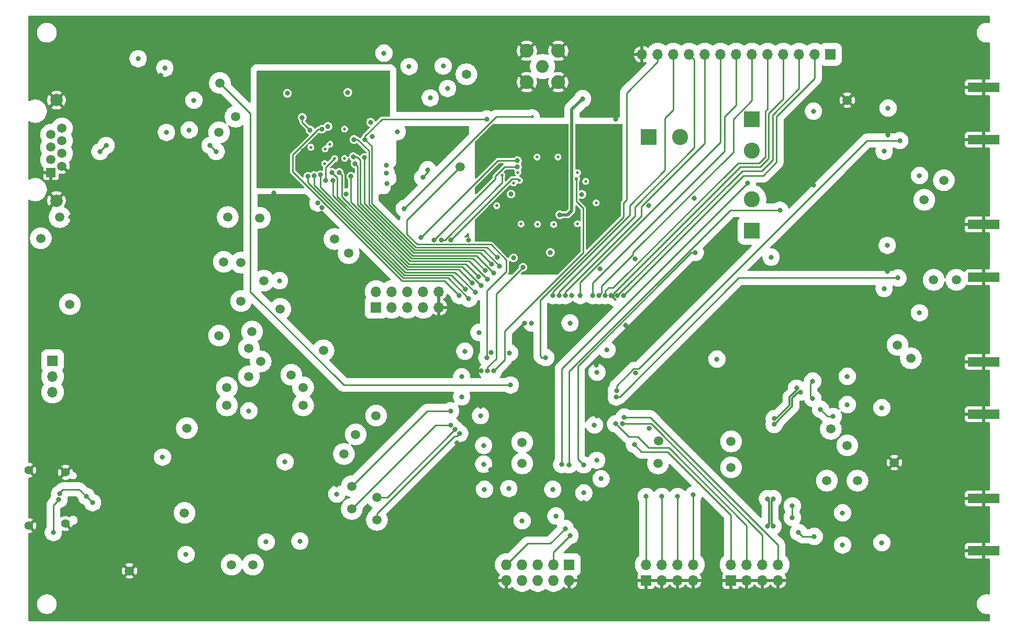
<source format=gbr>
G04 #@! TF.GenerationSoftware,KiCad,Pcbnew,9.0.0-9.0.0-2~ubuntu24.04.1*
G04 #@! TF.CreationDate,2025-03-10T11:02:05+01:00*
G04 #@! TF.ProjectId,Receiver,52656365-6976-4657-922e-6b696361645f,rev?*
G04 #@! TF.SameCoordinates,Original*
G04 #@! TF.FileFunction,Copper,L4,Bot*
G04 #@! TF.FilePolarity,Positive*
%FSLAX46Y46*%
G04 Gerber Fmt 4.6, Leading zero omitted, Abs format (unit mm)*
G04 Created by KiCad (PCBNEW 9.0.0-9.0.0-2~ubuntu24.04.1) date 2025-03-10 11:02:05*
%MOMM*%
%LPD*%
G01*
G04 APERTURE LIST*
G04 #@! TA.AperFunction,ComponentPad*
%ADD10R,1.500000X1.500000*%
G04 #@! TD*
G04 #@! TA.AperFunction,ComponentPad*
%ADD11C,1.500000*%
G04 #@! TD*
G04 #@! TA.AperFunction,ComponentPad*
%ADD12C,2.000000*%
G04 #@! TD*
G04 #@! TA.AperFunction,ComponentPad*
%ADD13R,1.727200X1.727200*%
G04 #@! TD*
G04 #@! TA.AperFunction,ComponentPad*
%ADD14O,1.727200X1.727200*%
G04 #@! TD*
G04 #@! TA.AperFunction,ComponentPad*
%ADD15R,1.700000X1.700000*%
G04 #@! TD*
G04 #@! TA.AperFunction,ComponentPad*
%ADD16O,1.700000X1.700000*%
G04 #@! TD*
G04 #@! TA.AperFunction,ComponentPad*
%ADD17C,1.400000*%
G04 #@! TD*
G04 #@! TA.AperFunction,ComponentPad*
%ADD18C,2.050000*%
G04 #@! TD*
G04 #@! TA.AperFunction,ComponentPad*
%ADD19C,2.250000*%
G04 #@! TD*
G04 #@! TA.AperFunction,SMDPad,CuDef*
%ADD20R,5.080000X1.500000*%
G04 #@! TD*
G04 #@! TA.AperFunction,ComponentPad*
%ADD21R,2.600000X2.600000*%
G04 #@! TD*
G04 #@! TA.AperFunction,ComponentPad*
%ADD22C,2.600000*%
G04 #@! TD*
G04 #@! TA.AperFunction,ViaPad*
%ADD23C,0.800000*%
G04 #@! TD*
G04 #@! TA.AperFunction,ViaPad*
%ADD24C,2.500000*%
G04 #@! TD*
G04 #@! TA.AperFunction,ViaPad*
%ADD25C,1.500000*%
G04 #@! TD*
G04 #@! TA.AperFunction,ViaPad*
%ADD26C,0.500000*%
G04 #@! TD*
G04 #@! TA.AperFunction,ViaPad*
%ADD27C,0.600000*%
G04 #@! TD*
G04 #@! TA.AperFunction,Conductor*
%ADD28C,0.250000*%
G04 #@! TD*
G04 #@! TA.AperFunction,Conductor*
%ADD29C,0.300000*%
G04 #@! TD*
G04 #@! TA.AperFunction,Conductor*
%ADD30C,0.500000*%
G04 #@! TD*
G04 APERTURE END LIST*
D10*
X74676000Y-86360000D03*
D11*
X76456000Y-85340000D03*
X74676000Y-84320000D03*
X76456000Y-83300000D03*
X74676000Y-82280000D03*
X76456000Y-81260000D03*
X74676000Y-80240000D03*
X76456000Y-79220000D03*
D12*
X75566000Y-90930000D03*
X75566000Y-74670000D03*
D13*
X158496000Y-149860000D03*
D14*
X158496000Y-152400000D03*
X155956000Y-149860000D03*
X155956000Y-152400000D03*
X153416000Y-149860000D03*
X153416000Y-152400000D03*
X150876000Y-149860000D03*
X150876000Y-152400000D03*
X148336000Y-149860000D03*
X148336000Y-152400000D03*
D15*
X74930000Y-116840000D03*
D16*
X74930000Y-119380000D03*
X74930000Y-121920000D03*
D17*
X71074000Y-134575000D03*
X77024000Y-134935000D03*
X77024000Y-143195000D03*
X71074000Y-143555000D03*
D11*
X73025000Y-97028000D03*
X101854000Y-112776000D03*
X102616000Y-100838000D03*
X141859000Y-70485000D03*
X115443000Y-124079000D03*
X103124000Y-121158000D03*
X211074000Y-133350000D03*
X87376000Y-150876000D03*
X203454000Y-74676000D03*
X103124000Y-124079000D03*
X115443000Y-121158000D03*
D18*
X154178000Y-69215000D03*
D19*
X151638000Y-66675000D03*
X151638000Y-71755000D03*
X156718000Y-66675000D03*
X156718000Y-71755000D03*
D15*
X200750000Y-67250000D03*
D16*
X198210000Y-67250000D03*
X195670000Y-67250000D03*
X193130000Y-67250000D03*
X190590000Y-67250000D03*
X188050000Y-67250000D03*
X185510000Y-67250000D03*
X182970000Y-67250000D03*
X180430000Y-67250000D03*
X177890000Y-67250000D03*
X175350000Y-67250000D03*
X172810000Y-67250000D03*
X170270000Y-67250000D03*
D15*
X127254000Y-108204000D03*
D16*
X127254000Y-105664000D03*
X129794000Y-108204000D03*
X129794000Y-105664000D03*
X132334000Y-108204000D03*
X132334000Y-105664000D03*
X134874000Y-108204000D03*
X134874000Y-105664000D03*
X137414000Y-108204000D03*
X137414000Y-105664000D03*
D15*
X170942000Y-152400000D03*
D16*
X170942000Y-149860000D03*
X173482000Y-152400000D03*
X173482000Y-149860000D03*
X176022000Y-152400000D03*
X176022000Y-149860000D03*
X178562000Y-152400000D03*
X178562000Y-149860000D03*
D20*
X225552000Y-139133000D03*
X225552000Y-147633000D03*
D11*
X77724000Y-107696000D03*
X127381000Y-138938000D03*
X96266000Y-141478000D03*
X107315000Y-149860000D03*
X122047000Y-131953000D03*
X96647000Y-127762000D03*
X103886000Y-149860000D03*
X127381000Y-142621000D03*
X123317000Y-137160000D03*
X123317000Y-140843000D03*
X101981000Y-71882000D03*
X140843000Y-85471000D03*
D21*
X188051000Y-77724000D03*
D22*
X188051000Y-82804000D03*
D21*
X188051000Y-95774000D03*
D22*
X188051000Y-90694000D03*
D21*
X171307000Y-80609000D03*
D22*
X176387000Y-80609000D03*
D20*
X225552000Y-94810000D03*
X225552000Y-103310000D03*
X225552000Y-72585000D03*
X225552000Y-81085000D03*
X225552000Y-117035000D03*
X225552000Y-125535000D03*
D15*
X184658000Y-152400000D03*
D16*
X184658000Y-149860000D03*
X187198000Y-152400000D03*
X187198000Y-149860000D03*
X189738000Y-152400000D03*
X189738000Y-149860000D03*
X192278000Y-152400000D03*
X192278000Y-149860000D03*
D23*
X155448000Y-99314000D03*
X178689000Y-90551000D03*
X197993000Y-88392000D03*
X225552000Y-114935000D03*
X225552000Y-127381000D03*
X217932000Y-106553000D03*
X207264000Y-106553000D03*
X155000000Y-130000000D03*
X110000000Y-100000000D03*
X179324000Y-119380000D03*
X77851000Y-93599000D03*
X85000000Y-70000000D03*
X169214800Y-118808500D03*
X165000000Y-65000000D03*
X92456000Y-70612000D03*
X149000000Y-118000000D03*
X210000000Y-110000000D03*
X80137000Y-110109000D03*
X105000000Y-70000000D03*
X96139000Y-73533000D03*
X144145000Y-124206000D03*
D24*
X153543000Y-124968000D03*
D23*
X132842000Y-67056000D03*
X198247000Y-80391000D03*
X75000000Y-70000000D03*
D25*
X111760000Y-140081000D03*
D23*
X105000000Y-65000000D03*
X162826700Y-117513100D03*
X162814000Y-131191000D03*
D26*
X118999000Y-82550000D03*
D23*
X140335000Y-133223000D03*
X225552000Y-149733000D03*
X190000000Y-155000000D03*
X130000000Y-155000000D03*
X145000000Y-70000000D03*
X204470000Y-139954000D03*
X225552000Y-105537000D03*
X111887000Y-124079000D03*
X148463000Y-141986000D03*
X135000000Y-145000000D03*
X163195000Y-139380037D03*
X160832800Y-139852400D03*
X118516400Y-92049600D03*
X129032000Y-88138000D03*
X220000000Y-155000000D03*
X100000000Y-85000000D03*
X213233000Y-145669000D03*
X85000000Y-85000000D03*
X169164000Y-100330000D03*
X120396000Y-129159000D03*
X207137000Y-84201000D03*
X214630000Y-80772000D03*
X97790000Y-81026000D03*
X225552000Y-83439000D03*
X158877000Y-106299000D03*
X200000000Y-80000000D03*
X136652000Y-122682000D03*
X104521000Y-128270000D03*
X110744000Y-89662000D03*
X144145000Y-128143000D03*
X200000000Y-110000000D03*
X104902000Y-142748000D03*
X218059000Y-84201000D03*
X114935000Y-142875000D03*
X205000000Y-155000000D03*
X147000000Y-124000000D03*
X220000000Y-125000000D03*
X139573000Y-111252000D03*
X100000000Y-155000000D03*
X200000000Y-95000000D03*
X167640000Y-111125000D03*
X154000000Y-119000000D03*
X126619000Y-80518000D03*
X214757000Y-103251000D03*
X134747000Y-70612000D03*
X125000000Y-65000000D03*
X100330000Y-133858000D03*
X125000000Y-100000000D03*
X85000000Y-155000000D03*
D26*
X122163946Y-79364946D03*
D23*
X115000000Y-65000000D03*
X209931000Y-102362000D03*
X115671600Y-90297000D03*
X225552000Y-92583000D03*
X85000000Y-65000000D03*
X147000000Y-130000000D03*
X85000000Y-95000000D03*
X86360000Y-112649000D03*
X112014000Y-143383000D03*
X128905000Y-85217000D03*
X166000000Y-144000000D03*
X220000000Y-140000000D03*
X215000000Y-95000000D03*
D25*
X94869000Y-82550000D03*
D23*
X106045000Y-133858000D03*
X115000000Y-155000000D03*
D26*
X116713000Y-82296000D03*
D23*
X85000000Y-145000000D03*
X154305000Y-143891000D03*
X104267000Y-137922000D03*
X175000000Y-155000000D03*
X82296000Y-141351000D03*
X90678000Y-77597000D03*
X135636000Y-119253000D03*
X190000000Y-110000000D03*
X114173000Y-127127000D03*
X162941000Y-125730000D03*
X144272000Y-118491000D03*
X94234000Y-77597000D03*
X213614000Y-124079000D03*
X201168000Y-121539000D03*
X220000000Y-110000000D03*
X225552000Y-70358000D03*
X160000000Y-155000000D03*
X114173000Y-133985000D03*
X142240000Y-97282000D03*
X120904000Y-136906000D03*
X140000000Y-80000000D03*
X215646000Y-102362000D03*
X95000000Y-65000000D03*
X145000000Y-155000000D03*
X210058000Y-80264000D03*
X80137000Y-121158000D03*
X116205000Y-149098000D03*
X162941000Y-120650000D03*
X95000000Y-95000000D03*
X215646000Y-80010000D03*
X190000000Y-130000000D03*
X197866000Y-141351000D03*
X151257000Y-110744000D03*
X199263000Y-118364000D03*
X85000000Y-130000000D03*
X94234000Y-66675000D03*
X145886000Y-115563777D03*
X80518000Y-136017000D03*
X105918000Y-141056000D03*
X173000000Y-122000000D03*
X123190000Y-107950000D03*
X136906000Y-67056000D03*
X126365000Y-78232000D03*
X145796000Y-134493000D03*
X178000000Y-126000000D03*
D26*
X122154139Y-84100001D03*
D23*
X155000000Y-133000000D03*
X111506000Y-148844000D03*
X99568000Y-109093000D03*
X140326593Y-130175899D03*
X97917000Y-114427000D03*
X171450000Y-127762000D03*
X165989000Y-77724000D03*
X225552000Y-137033000D03*
X147000000Y-127000000D03*
D26*
X118961000Y-84950000D03*
D23*
X214630000Y-82423000D03*
X106045000Y-143891000D03*
X214757000Y-104648000D03*
X139954000Y-138684000D03*
X101219000Y-151003000D03*
X79121000Y-102997000D03*
D25*
X101854000Y-79883000D03*
D23*
X209423000Y-105156000D03*
X171323000Y-91694000D03*
X163646500Y-135968000D03*
X148717000Y-137541000D03*
X120904000Y-138430000D03*
X143891000Y-112268000D03*
X210058000Y-75946000D03*
D25*
X108585000Y-116967000D03*
X104521000Y-77343000D03*
D23*
X119450941Y-78923059D03*
X155829000Y-137668000D03*
X122377200Y-89865200D03*
D25*
X127254000Y-125730000D03*
X215900000Y-90805000D03*
D23*
X128905000Y-86487000D03*
D25*
X106680000Y-114808000D03*
D23*
X109474000Y-146177000D03*
D25*
X184658000Y-134112000D03*
D23*
X191135000Y-100076000D03*
D25*
X113538000Y-119126000D03*
D23*
X209042000Y-146304000D03*
X144780000Y-137668000D03*
D25*
X184658000Y-129921000D03*
D23*
X97028000Y-79502000D03*
X158623000Y-110744000D03*
D25*
X211582000Y-114300000D03*
X111760000Y-108458000D03*
D23*
X106680000Y-124968000D03*
X93091000Y-69469000D03*
D25*
X107188000Y-112141000D03*
D23*
X111633000Y-103886000D03*
D25*
X123952000Y-128778000D03*
X205105000Y-136271000D03*
D23*
X209042000Y-124460000D03*
D25*
X118745000Y-115189000D03*
D23*
X152400000Y-110744000D03*
D25*
X172974000Y-129794000D03*
D23*
X141097000Y-122682000D03*
D25*
X106680000Y-119380000D03*
X203454000Y-130556000D03*
D23*
X132588000Y-69215000D03*
X112522000Y-133223000D03*
D25*
X217424000Y-103759000D03*
D23*
X197993000Y-76454000D03*
X164592000Y-115062000D03*
X162560000Y-127254000D03*
D25*
X122809000Y-99441000D03*
D23*
X150876000Y-142748000D03*
X209423000Y-82931000D03*
X156337000Y-141986000D03*
X209931000Y-98171000D03*
D25*
X103251000Y-93599000D03*
D23*
X160858200Y-138252200D03*
X92710000Y-132461000D03*
X162941000Y-132969000D03*
X141097000Y-119443000D03*
D25*
X150876000Y-133477000D03*
D23*
X112903000Y-73558400D03*
D25*
X219075000Y-87630000D03*
X200787000Y-127889000D03*
D23*
X141605000Y-115316000D03*
X117830600Y-91313000D03*
D26*
X119761000Y-81788000D03*
D25*
X108458000Y-93726000D03*
X200152000Y-136271000D03*
X221107000Y-103759000D03*
D23*
X182372000Y-116586000D03*
X128524000Y-67056000D03*
X93345000Y-79883000D03*
D25*
X213741000Y-116459000D03*
X120523000Y-97155000D03*
X150876000Y-130048000D03*
D23*
X144145000Y-125730000D03*
D25*
X172847000Y-133477000D03*
D23*
X122682000Y-73406000D03*
X144653000Y-133604000D03*
X144653000Y-130556000D03*
X114935000Y-146050000D03*
X96520000Y-148209000D03*
X148844000Y-115570000D03*
X82600000Y-83000000D03*
X83600000Y-82000000D03*
D25*
X105410000Y-107188000D03*
D23*
X88773000Y-67945000D03*
X202692000Y-146685000D03*
X215138000Y-109093000D03*
X215138000Y-86868000D03*
D25*
X109093000Y-103886000D03*
X105410000Y-100965000D03*
D23*
X202692000Y-141478000D03*
X162979100Y-118719600D03*
X97790000Y-74676000D03*
X203454000Y-123952000D03*
X203454000Y-119380000D03*
X130683000Y-79756000D03*
X145272003Y-118491000D03*
D26*
X161163000Y-87807800D03*
X150698200Y-94716600D03*
X150190200Y-86360000D03*
X153365200Y-94754700D03*
X149491700Y-88061800D03*
D23*
X149084153Y-89867000D03*
X136017000Y-74295000D03*
D26*
X153276300Y-83858100D03*
X162839400Y-91300300D03*
D23*
X149479000Y-100203000D03*
X160528000Y-89916000D03*
D26*
X156679900Y-83870800D03*
X159791400Y-94691200D03*
D23*
X163449000Y-101981000D03*
D26*
X146761200Y-91770200D03*
D23*
X138811000Y-72771000D03*
D26*
X155968700Y-94780100D03*
D23*
X138108750Y-69147750D03*
D26*
X159854900Y-86410800D03*
D23*
X151003000Y-101727000D03*
X162052000Y-96266000D03*
D26*
X153276300Y-82105500D03*
D23*
X145288000Y-83312000D03*
D26*
X159740600Y-85382100D03*
X156705300Y-82042000D03*
D23*
X145669000Y-86868000D03*
D26*
X148285200Y-86321900D03*
D23*
X148971000Y-81915000D03*
X164592000Y-92964000D03*
D26*
X157264100Y-80010000D03*
D25*
X154686000Y-88392000D03*
D26*
X159804100Y-92811600D03*
X161036000Y-86753700D03*
D23*
X163322000Y-83566000D03*
X164465000Y-80518000D03*
D26*
X148310600Y-87363300D03*
X153377900Y-92900500D03*
X164769800Y-91325700D03*
X150698200Y-92875100D03*
X157238700Y-95732600D03*
X154419300Y-82067400D03*
X145707100Y-91782900D03*
D23*
X164846000Y-89027000D03*
D26*
X120561000Y-84150000D03*
D23*
X119126000Y-87630000D03*
D26*
X123179785Y-82636560D03*
X112979200Y-85432900D03*
D23*
X114579400Y-88214200D03*
D26*
X114541300Y-83654900D03*
X114541300Y-85458300D03*
D23*
X112115600Y-78917800D03*
X123672600Y-75996800D03*
D26*
X115404900Y-82689700D03*
X121335999Y-80900001D03*
X118161000Y-82550000D03*
X112979200Y-83616800D03*
D23*
X123698000Y-77724000D03*
D26*
X114566700Y-81876900D03*
D23*
X112293400Y-75514200D03*
X116586000Y-79502000D03*
X115316000Y-77470000D03*
D25*
X76080999Y-93591001D03*
D23*
X76077394Y-138399377D03*
X81407000Y-139827000D03*
X80391000Y-138811000D03*
X178562000Y-138557000D03*
X176022000Y-138811000D03*
X173482000Y-138811000D03*
X170942000Y-138811000D03*
D26*
X150431500Y-87655400D03*
D23*
X139319000Y-97310870D03*
X137795000Y-97282000D03*
D26*
X147624800Y-86829900D03*
D23*
X150114000Y-85471000D03*
X136652000Y-97282000D03*
X150114000Y-84455000D03*
X134493000Y-96901000D03*
X156972000Y-93218000D03*
X160655000Y-74422000D03*
X157861000Y-144018000D03*
X158623000Y-145161000D03*
X75946000Y-139315000D03*
X75057000Y-144653000D03*
X160820100Y-133718300D03*
X178866800Y-99326700D03*
X157264100Y-133654800D03*
X187312300Y-88087200D03*
X158445200Y-133718300D03*
X192544700Y-92481400D03*
X145161000Y-77724000D03*
X146867836Y-100147164D03*
X125476000Y-81026000D03*
D26*
X152501600Y-77368400D03*
D23*
X131826000Y-92202000D03*
X135598705Y-85936502D03*
X134800000Y-87200000D03*
X139319000Y-127254000D03*
X140769832Y-128629596D03*
X139319000Y-124968000D03*
X148971000Y-120777000D03*
X123698000Y-81026000D03*
X147244183Y-101548817D03*
X140716000Y-106299000D03*
X118491000Y-79375000D03*
X142244653Y-106802347D03*
X116205000Y-86995000D03*
X143269959Y-105777041D03*
X118237000Y-86741000D03*
X117221000Y-86868000D03*
X141741306Y-105273694D03*
X120269000Y-87630000D03*
X142766612Y-104248388D03*
X144231765Y-104688235D03*
X120142000Y-86360000D03*
X143791918Y-103223082D03*
X121285000Y-86360000D03*
X145257071Y-103662929D03*
X123190000Y-86995000D03*
X125349000Y-83947000D03*
X145906030Y-101235970D03*
X144880724Y-102261276D03*
X123825000Y-84963000D03*
X123571000Y-83820000D03*
X146282377Y-102637623D03*
X145161000Y-116332000D03*
X146272006Y-118491000D03*
D27*
X159639000Y-87417000D03*
D23*
X191470500Y-139192000D03*
X191470500Y-143637000D03*
X190545500Y-143637000D03*
X190545500Y-139192000D03*
X198120000Y-145288000D03*
X195580000Y-144653000D03*
X194564000Y-140335000D03*
X194564000Y-142240000D03*
X140026108Y-127961108D03*
X154686000Y-116332000D03*
X155829000Y-106299000D03*
X156829003Y-106299000D03*
X157861000Y-106299000D03*
X160274000Y-106299000D03*
X162274006Y-106299000D03*
X163274009Y-106299000D03*
X164274012Y-106299000D03*
X165274015Y-106299000D03*
X166274018Y-106299000D03*
X167274021Y-106299000D03*
X101400000Y-83000000D03*
X100400000Y-82000000D03*
X167386000Y-125984000D03*
X167132000Y-127068000D03*
X165989000Y-127068000D03*
X169037000Y-130429000D03*
X166128700Y-121742200D03*
X211948000Y-81203800D03*
X211658200Y-103454200D03*
X166090600Y-122720100D03*
X195252963Y-121288163D03*
X191630300Y-126232700D03*
X195907037Y-121942237D03*
X191630300Y-127157700D03*
X199136000Y-124714000D03*
X201168000Y-125857000D03*
X197866000Y-122936000D03*
X197866000Y-120142000D03*
D28*
X225552000Y-114935000D02*
X225552000Y-117035000D01*
X225552000Y-125535000D02*
X225552000Y-127381000D01*
X225552000Y-92583000D02*
X225552000Y-94810000D01*
X225552000Y-103310000D02*
X225552000Y-105537000D01*
X225552000Y-137033000D02*
X225552000Y-139133000D01*
X225552000Y-70358000D02*
X225552000Y-72585000D01*
X225552000Y-81085000D02*
X225552000Y-83439000D01*
X225552000Y-147633000D02*
X225552000Y-149733000D01*
D29*
X83600000Y-82000000D02*
X82600000Y-83000000D01*
D28*
X146685000Y-116512318D02*
X146685000Y-106045000D01*
X146685000Y-106045000D02*
X151003000Y-101727000D01*
X145272003Y-117925315D02*
X146685000Y-116512318D01*
X145272003Y-118491000D02*
X145272003Y-117925315D01*
X119126000Y-85585000D02*
X120561000Y-84150000D01*
X119126000Y-87630000D02*
X119126000Y-85585000D01*
X122174000Y-80899000D02*
X123179785Y-81904785D01*
X122172999Y-80900001D02*
X121335999Y-80900001D01*
X118161000Y-82550000D02*
X119812000Y-80899000D01*
X122174000Y-80899000D02*
X122172999Y-80900001D01*
X119813001Y-80900001D02*
X121335999Y-80900001D01*
X118161000Y-82626000D02*
X118161000Y-82550000D01*
X123179785Y-81904785D02*
X123179785Y-82636560D01*
X119812000Y-80899000D02*
X119813001Y-80900001D01*
X115316000Y-78232000D02*
X116586000Y-79502000D01*
X115316000Y-77470000D02*
X115316000Y-78232000D01*
X76581000Y-137668000D02*
X79248000Y-137668000D01*
X79248000Y-137668000D02*
X80391000Y-138811000D01*
X76073000Y-138394983D02*
X76073000Y-138176000D01*
D29*
X80391000Y-138811000D02*
X81407000Y-139827000D01*
D28*
X76077394Y-138399377D02*
X76073000Y-138394983D01*
X76073000Y-138176000D02*
X76581000Y-137668000D01*
X178562000Y-138557000D02*
X178562000Y-149860000D01*
X176022000Y-138811000D02*
X176022000Y-149860000D01*
X173482000Y-138811000D02*
X173482000Y-149860000D01*
X170942000Y-138811000D02*
X170942000Y-149860000D01*
X150168801Y-87392701D02*
X149237169Y-87392701D01*
X150431500Y-87655400D02*
X150168801Y-87392701D01*
X149237169Y-87392701D02*
X139319000Y-97310870D01*
X147624800Y-88043068D02*
X138385868Y-97282000D01*
X138360685Y-97282000D02*
X137795000Y-97282000D01*
X147624800Y-86829900D02*
X147624800Y-88043068D01*
X138385868Y-97282000D02*
X137795000Y-97282000D01*
X136652000Y-97282000D02*
X146558000Y-87376000D01*
X146558000Y-87376000D02*
X146558000Y-86973029D01*
X146558000Y-86973029D02*
X148060029Y-85471000D01*
X148060029Y-85471000D02*
X149548315Y-85471000D01*
X149548315Y-85471000D02*
X150114000Y-85471000D01*
X134493000Y-96901000D02*
X146939000Y-84455000D01*
X146939000Y-84455000D02*
X150114000Y-84455000D01*
D30*
X158913999Y-76163001D02*
X158913999Y-92546001D01*
X160655000Y-74422000D02*
X158913999Y-76163001D01*
X158242000Y-93218000D02*
X156972000Y-93218000D01*
X158913999Y-92546001D02*
X158242000Y-93218000D01*
D28*
X157861000Y-144018000D02*
X155448000Y-146431000D01*
X155448000Y-146431000D02*
X151765000Y-146431000D01*
X151765000Y-146431000D02*
X148336000Y-149860000D01*
X155956000Y-147828000D02*
X155956000Y-148638686D01*
X158623000Y-145161000D02*
X155956000Y-147828000D01*
X155956000Y-148638686D02*
X155956000Y-149860000D01*
X75546001Y-139718999D02*
X75057000Y-140208000D01*
X75057000Y-140208000D02*
X75057000Y-144653000D01*
X75946000Y-139315000D02*
X75546001Y-139714999D01*
X75546001Y-139714999D02*
X75546001Y-139718999D01*
X159880300Y-117687844D02*
X174482244Y-103085900D01*
X159880300Y-132778500D02*
X159880300Y-117687844D01*
X160820100Y-133718300D02*
X159880300Y-132778500D01*
X178241444Y-99326700D02*
X178866800Y-99326700D01*
X178204872Y-99363272D02*
X178241444Y-99326700D01*
X174482244Y-103085900D02*
X178204872Y-99363272D01*
X157264100Y-118135400D02*
X187312300Y-88087200D01*
X157264100Y-133654800D02*
X157264100Y-118135400D01*
X184556400Y-92481400D02*
X192544700Y-92481400D01*
X158445200Y-133718300D02*
X158445200Y-118592600D01*
X158445200Y-118592600D02*
X184556400Y-92481400D01*
X126561010Y-91365090D02*
X133681800Y-98485880D01*
X133681800Y-98485880D02*
X145206552Y-98485880D01*
X145161000Y-77724000D02*
X128212315Y-77724000D01*
X126561010Y-82111010D02*
X126561010Y-91365090D01*
X145206552Y-98485880D02*
X146867836Y-100147164D01*
X128212315Y-77724000D02*
X125476000Y-80460315D01*
X125476000Y-81026000D02*
X126561010Y-82111010D01*
X125476000Y-80460315D02*
X125476000Y-81026000D01*
X146659600Y-77368400D02*
X152501600Y-77368400D01*
X131826000Y-92202000D02*
X146659600Y-77368400D01*
D29*
X135600000Y-86400000D02*
X135600000Y-85937797D01*
X134800000Y-87200000D02*
X135600000Y-86400000D01*
X135600000Y-85937797D02*
X135598705Y-85936502D01*
D28*
X123317000Y-140843000D02*
X136906000Y-127254000D01*
X136906000Y-127254000D02*
X139319000Y-127254000D01*
X140769832Y-128629596D02*
X140369833Y-129029595D01*
X140369833Y-129029595D02*
X139911745Y-129029595D01*
X139911745Y-129029595D02*
X127381000Y-141560340D01*
X127381000Y-141560340D02*
X127381000Y-142621000D01*
X124066999Y-136410001D02*
X123317000Y-137160000D01*
X139319000Y-124968000D02*
X135509000Y-124968000D01*
X135509000Y-124968000D02*
X124066999Y-136410001D01*
X106934000Y-76835000D02*
X101981000Y-71882000D01*
X106934000Y-105664000D02*
X106934000Y-76835000D01*
X122047000Y-120777000D02*
X106934000Y-105664000D01*
X148971000Y-120777000D02*
X122047000Y-120777000D01*
X144631256Y-98935890D02*
X147244183Y-101548817D01*
X133495400Y-98935890D02*
X144631256Y-98935890D01*
X126111000Y-91551490D02*
X133495400Y-98935890D01*
X126111000Y-82873315D02*
X126111000Y-91551490D01*
X124263685Y-81026000D02*
X126111000Y-82873315D01*
X123698000Y-81026000D02*
X124263685Y-81026000D01*
X140081000Y-105664000D02*
X140716000Y-106299000D01*
X113792000Y-83508315D02*
X113792000Y-86233000D01*
X118491000Y-79375000D02*
X117925315Y-79375000D01*
X131445000Y-103886000D02*
X138303000Y-103886000D01*
X113792000Y-86233000D02*
X131445000Y-103886000D01*
X138303000Y-103886000D02*
X140081000Y-105664000D01*
X117925315Y-79375000D02*
X113792000Y-83508315D01*
X116205000Y-88009590D02*
X131631400Y-103435990D01*
X131631400Y-103435990D02*
X138878296Y-103435990D01*
X116205000Y-86995000D02*
X116205000Y-88009590D01*
X138878296Y-103435990D02*
X142244653Y-106802347D01*
X118237000Y-86741000D02*
X118237000Y-88768770D01*
X132004200Y-102535970D02*
X140028888Y-102535970D01*
X140028888Y-102535970D02*
X143269959Y-105777041D01*
X118237000Y-88768770D02*
X132004200Y-102535970D01*
X117221000Y-86868000D02*
X117221000Y-88389180D01*
X139453592Y-102985980D02*
X141741306Y-105273694D01*
X117221000Y-88389180D02*
X131817800Y-102985980D01*
X131817800Y-102985980D02*
X139453592Y-102985980D01*
X120269000Y-90164360D02*
X132190600Y-102085960D01*
X132190600Y-102085960D02*
X140604184Y-102085960D01*
X120269000Y-87630000D02*
X120269000Y-90164360D01*
X140604184Y-102085960D02*
X142766612Y-104248388D01*
X141179480Y-101635950D02*
X143831766Y-104288236D01*
X143831766Y-104288236D02*
X144231765Y-104688235D01*
X120994001Y-87212001D02*
X120994001Y-90252951D01*
X132377000Y-101635950D02*
X141179480Y-101635950D01*
X120994001Y-90252951D02*
X132377000Y-101635950D01*
X120142000Y-86360000D02*
X120994001Y-87212001D01*
X121684999Y-86759999D02*
X121684999Y-90307539D01*
X141754776Y-101185940D02*
X143791918Y-103223082D01*
X132563400Y-101185940D02*
X141754776Y-101185940D01*
X121285000Y-86360000D02*
X121684999Y-86759999D01*
X121684999Y-90307539D02*
X132563400Y-101185940D01*
X123190000Y-91176130D02*
X132749800Y-100735930D01*
X142330072Y-100735930D02*
X145257071Y-103662929D01*
X132749800Y-100735930D02*
X142330072Y-100735930D01*
X123190000Y-86995000D02*
X123190000Y-91176130D01*
X125349000Y-83947000D02*
X125349000Y-91425900D01*
X144055960Y-99385900D02*
X145906030Y-101235970D01*
X133309000Y-99385900D02*
X144055960Y-99385900D01*
X125349000Y-91425900D02*
X133309000Y-99385900D01*
X142905368Y-100285920D02*
X144880724Y-102261276D01*
X123825000Y-84963000D02*
X124224999Y-85362999D01*
X124224999Y-85362999D02*
X124224999Y-91574719D01*
X132936200Y-100285920D02*
X142905368Y-100285920D01*
X124224999Y-91574719D02*
X132936200Y-100285920D01*
X143480664Y-99835910D02*
X146282377Y-102637623D01*
X124675009Y-84358324D02*
X124675009Y-91388319D01*
X124675009Y-91388319D02*
X133122600Y-99835910D01*
X123571000Y-83820000D02*
X124136685Y-83820000D01*
X124136685Y-83820000D02*
X124675009Y-84358324D01*
X133122600Y-99835910D02*
X143480664Y-99835910D01*
X132207000Y-96374670D02*
X132207000Y-94107000D01*
X148336000Y-100542326D02*
X145829544Y-98035870D01*
X145161000Y-105537000D02*
X148336000Y-102362000D01*
X132207000Y-94107000D02*
X140843000Y-85471000D01*
X133868200Y-98035870D02*
X132207000Y-96374670D01*
X148336000Y-102362000D02*
X148336000Y-100542326D01*
X145161000Y-116332000D02*
X145161000Y-105537000D01*
X145829544Y-98035870D02*
X133868200Y-98035870D01*
X160768999Y-92188999D02*
X160768999Y-99327001D01*
X148068999Y-116694007D02*
X147701000Y-117062006D01*
X147701000Y-117062006D02*
X146272006Y-118491000D01*
X148068999Y-112027001D02*
X148068999Y-116694007D01*
X159639000Y-87417000D02*
X159639000Y-91059000D01*
X159639000Y-91059000D02*
X160768999Y-92188999D01*
X160768999Y-99327001D02*
X148068999Y-112027001D01*
D29*
X191470500Y-139192000D02*
X191220500Y-139442000D01*
X191220500Y-139442000D02*
X191220500Y-143387000D01*
X191220500Y-143387000D02*
X191470500Y-143637000D01*
X190795500Y-139442000D02*
X190795500Y-143387000D01*
X190795500Y-143387000D02*
X190545500Y-143637000D01*
X190545500Y-139192000D02*
X190795500Y-139442000D01*
D28*
X198120000Y-145288000D02*
X196215000Y-145288000D01*
X196215000Y-145288000D02*
X195580000Y-144653000D01*
X194564000Y-142240000D02*
X194564000Y-140335000D01*
X127381000Y-138938000D02*
X129049216Y-138938000D01*
X129049216Y-138938000D02*
X140026108Y-127961108D01*
X167259000Y-93596195D02*
X153797000Y-107058195D01*
X153797000Y-116078000D02*
X154051000Y-116332000D01*
X153797000Y-107058195D02*
X153797000Y-116078000D01*
X172810000Y-68452081D02*
X167767000Y-73495081D01*
X167767000Y-73495081D02*
X167767000Y-90805000D01*
X172810000Y-67250000D02*
X172810000Y-68452081D01*
X154051000Y-116332000D02*
X154686000Y-116332000D01*
X167259000Y-91313000D02*
X167259000Y-93596195D01*
X167767000Y-90805000D02*
X167259000Y-91313000D01*
X175350000Y-76237000D02*
X175350000Y-67250000D01*
X173990000Y-85979000D02*
X173990000Y-77597000D01*
X168275000Y-91694000D02*
X173990000Y-85979000D01*
X173990000Y-77597000D02*
X175350000Y-76237000D01*
X155829000Y-106299000D02*
X155829000Y-105733315D01*
X155829000Y-105733315D02*
X168275000Y-93287315D01*
X168275000Y-93287315D02*
X168275000Y-91694000D01*
X177890000Y-67250000D02*
X178739999Y-68099999D01*
X169164000Y-93398318D02*
X156829003Y-105733315D01*
X156829003Y-105733315D02*
X156829003Y-106299000D01*
X178739999Y-68099999D02*
X178739999Y-82372001D01*
X169164000Y-91948000D02*
X169164000Y-93398318D01*
X178739999Y-82372001D02*
X169164000Y-91948000D01*
X180430000Y-81624998D02*
X170180000Y-91874998D01*
X170180000Y-91874998D02*
X170180000Y-93414315D01*
X180430000Y-67250000D02*
X180430000Y-81624998D01*
X170180000Y-93414315D02*
X157861000Y-105733315D01*
X157861000Y-105733315D02*
X157861000Y-106299000D01*
X182970000Y-67250000D02*
X182970000Y-81497998D01*
X182970000Y-81497998D02*
X160274000Y-104193998D01*
X160274000Y-104193998D02*
X160274000Y-106299000D01*
X183642000Y-82931000D02*
X183642000Y-77343000D01*
X185510000Y-72815050D02*
X185510000Y-67250000D01*
X162274006Y-104298994D02*
X183642000Y-82931000D01*
X183642000Y-77343000D02*
X185510000Y-75475000D01*
X185510000Y-75475000D02*
X185510000Y-72815050D01*
X162274006Y-106299000D02*
X162274006Y-104298994D01*
X185039000Y-77724000D02*
X188050000Y-74713000D01*
X168798001Y-99679999D02*
X168798001Y-99298999D01*
X163274009Y-106299000D02*
X163674008Y-105899001D01*
X163674008Y-105899001D02*
X163674008Y-104803992D01*
X188050000Y-74713000D02*
X188050000Y-70911460D01*
X188050000Y-70911460D02*
X188050000Y-67250000D01*
X185039000Y-83058000D02*
X185039000Y-77724000D01*
X163674008Y-104803992D02*
X168798001Y-99679999D01*
X168798001Y-99298999D02*
X185039000Y-83058000D01*
X164846000Y-105029000D02*
X165608000Y-105029000D01*
X189230000Y-84836000D02*
X190246000Y-83820000D01*
X190246000Y-83820000D02*
X190246000Y-76454000D01*
X164274012Y-106299000D02*
X164274012Y-105600988D01*
X190246000Y-76454000D02*
X190590000Y-76110000D01*
X165608000Y-105029000D02*
X185801000Y-84836000D01*
X164274012Y-105600988D02*
X164846000Y-105029000D01*
X185801000Y-84836000D02*
X189230000Y-84836000D01*
X190590000Y-76110000D02*
X190590000Y-67250000D01*
X165924016Y-106949001D02*
X165962017Y-106949001D01*
X165624017Y-106611001D02*
X165624017Y-105986999D01*
X189357000Y-85471000D02*
X190754000Y-84074000D01*
X193130000Y-74459000D02*
X193130000Y-67250000D01*
X165624017Y-105986999D02*
X186140016Y-85471000D01*
X190754000Y-76835000D02*
X193130000Y-74459000D01*
X165274015Y-106299000D02*
X165924016Y-106949001D01*
X190754000Y-84074000D02*
X190754000Y-76835000D01*
X186140016Y-85471000D02*
X189357000Y-85471000D01*
X165962017Y-106949001D02*
X165624017Y-106611001D01*
X195670000Y-72808000D02*
X195670000Y-67250000D01*
X186467018Y-86106000D02*
X189611000Y-86106000D01*
X191389000Y-84328000D02*
X191389000Y-77089000D01*
X166274018Y-106299000D02*
X186467018Y-86106000D01*
X189611000Y-86106000D02*
X191389000Y-84328000D01*
X191389000Y-77089000D02*
X195670000Y-72808000D01*
X192024000Y-77343000D02*
X198210000Y-71157000D01*
X167674020Y-105883980D02*
X186690000Y-86868000D01*
X167274021Y-106299000D02*
X167674020Y-105899001D01*
X189865000Y-86868000D02*
X192024000Y-84709000D01*
X167674020Y-105899001D02*
X167674020Y-105883980D01*
X198210000Y-71157000D02*
X198210000Y-67250000D01*
X186690000Y-86868000D02*
X189865000Y-86868000D01*
X192024000Y-84709000D02*
X192024000Y-77343000D01*
D29*
X100400000Y-82000000D02*
X101400000Y-83000000D01*
D28*
X171577000Y-125984000D02*
X192278000Y-146685000D01*
X192278000Y-146685000D02*
X192278000Y-149860000D01*
X167386000Y-125984000D02*
X171577000Y-125984000D01*
X189738000Y-145087998D02*
X189738000Y-148657919D01*
X167132000Y-127068000D02*
X171718002Y-127068000D01*
X189738000Y-148657919D02*
X189738000Y-149860000D01*
X171718002Y-127068000D02*
X189738000Y-145087998D01*
X168080000Y-129159000D02*
X169545000Y-129159000D01*
X165989000Y-127068000D02*
X168080000Y-129159000D01*
X171323000Y-130937000D02*
X174625000Y-130937000D01*
X187198000Y-143510000D02*
X187198000Y-149860000D01*
X169545000Y-129159000D02*
X171323000Y-130937000D01*
X174625000Y-130937000D02*
X187198000Y-143510000D01*
X170180000Y-131572000D02*
X174371000Y-131572000D01*
X169037000Y-130429000D02*
X170180000Y-131572000D01*
X184658000Y-141859000D02*
X184658000Y-149860000D01*
X174371000Y-131572000D02*
X184658000Y-141859000D01*
X166128700Y-120932598D02*
X168902799Y-118158499D01*
X169712401Y-118158499D02*
X206667100Y-81203800D01*
X168902799Y-118158499D02*
X169712401Y-118158499D01*
X166128700Y-121742200D02*
X166128700Y-120932598D01*
X206667100Y-81203800D02*
X211948000Y-81203800D01*
X166090600Y-122720100D02*
X166656285Y-122720100D01*
X166656285Y-122720100D02*
X185922185Y-103454200D01*
X185922185Y-103454200D02*
X211658200Y-103454200D01*
D29*
X194148300Y-122746379D02*
X195252963Y-121641716D01*
X191630300Y-126232700D02*
X191954259Y-126232700D01*
X194148300Y-124038659D02*
X194148300Y-122746379D01*
X191954259Y-126232700D02*
X194148300Y-124038659D01*
X195252963Y-121641716D02*
X195252963Y-121288163D01*
X194573300Y-122922421D02*
X195553484Y-121942237D01*
X195553484Y-121942237D02*
X195907037Y-121942237D01*
X191630300Y-127157700D02*
X191880299Y-126907701D01*
X194573300Y-124214700D02*
X194573300Y-122922421D01*
X191954301Y-126907701D02*
X192305301Y-126556701D01*
X191880299Y-126907701D02*
X191954301Y-126907701D01*
X192305301Y-126556701D02*
X192305301Y-126482699D01*
X192305301Y-126482699D02*
X194573300Y-124214700D01*
D28*
X200279000Y-125857000D02*
X201168000Y-125857000D01*
X199136000Y-124714000D02*
X200279000Y-125857000D01*
X197866000Y-120142000D02*
X197466001Y-120541999D01*
X197466001Y-120541999D02*
X197466001Y-122536001D01*
X197466001Y-122536001D02*
X197866000Y-122936000D01*
G04 #@! TA.AperFunction,Conductor*
G36*
X158305620Y-78506002D02*
G01*
X158352113Y-78559658D01*
X158363499Y-78612000D01*
X158363499Y-92265786D01*
X158343497Y-92333907D01*
X158326594Y-92354881D01*
X158050880Y-92630595D01*
X157988568Y-92664621D01*
X157961785Y-92667500D01*
X157447207Y-92667500D01*
X157379086Y-92647498D01*
X157377206Y-92646265D01*
X157303815Y-92597227D01*
X157303811Y-92597225D01*
X157176331Y-92544421D01*
X157176328Y-92544420D01*
X157040995Y-92517500D01*
X157040993Y-92517500D01*
X156903007Y-92517500D01*
X156903004Y-92517500D01*
X156767671Y-92544420D01*
X156767668Y-92544421D01*
X156640189Y-92597225D01*
X156525458Y-92673885D01*
X156525452Y-92673890D01*
X156427890Y-92771452D01*
X156427885Y-92771458D01*
X156351225Y-92886189D01*
X156298421Y-93013668D01*
X156298420Y-93013671D01*
X156271500Y-93149004D01*
X156271500Y-93286995D01*
X156298420Y-93422328D01*
X156298421Y-93422331D01*
X156312720Y-93456852D01*
X156351225Y-93549811D01*
X156402447Y-93626471D01*
X156427885Y-93664541D01*
X156427890Y-93664547D01*
X156525452Y-93762109D01*
X156525458Y-93762114D01*
X156640189Y-93838775D01*
X156767672Y-93891580D01*
X156903007Y-93918500D01*
X156903008Y-93918500D01*
X157040992Y-93918500D01*
X157040993Y-93918500D01*
X157176328Y-93891580D01*
X157303811Y-93838775D01*
X157322516Y-93826276D01*
X157377206Y-93789735D01*
X157444958Y-93768520D01*
X157447207Y-93768500D01*
X158314472Y-93768500D01*
X158314474Y-93768500D01*
X158314475Y-93768500D01*
X158454485Y-93730984D01*
X158476108Y-93718500D01*
X158580015Y-93658510D01*
X159354509Y-92884016D01*
X159426983Y-92758486D01*
X159464499Y-92618475D01*
X159464499Y-92473527D01*
X159464499Y-91790437D01*
X159484501Y-91722316D01*
X159538157Y-91675823D01*
X159608431Y-91665719D01*
X159673011Y-91695213D01*
X159679594Y-91701342D01*
X160306594Y-92328342D01*
X160340620Y-92390654D01*
X160343499Y-92417437D01*
X160343499Y-94160584D01*
X160323497Y-94228705D01*
X160269841Y-94275198D01*
X160199567Y-94285302D01*
X160134987Y-94255808D01*
X160129850Y-94251025D01*
X160129411Y-94250688D01*
X160003885Y-94178216D01*
X159863875Y-94140700D01*
X159718925Y-94140700D01*
X159644718Y-94160584D01*
X159578914Y-94178216D01*
X159453388Y-94250688D01*
X159453378Y-94250696D01*
X159350896Y-94353178D01*
X159350888Y-94353188D01*
X159278416Y-94478714D01*
X159240900Y-94618726D01*
X159240900Y-94763673D01*
X159240899Y-94763673D01*
X159278416Y-94903685D01*
X159350888Y-95029211D01*
X159350896Y-95029221D01*
X159453378Y-95131703D01*
X159453383Y-95131707D01*
X159453385Y-95131709D01*
X159578915Y-95204184D01*
X159718925Y-95241700D01*
X159718927Y-95241700D01*
X159863873Y-95241700D01*
X159863875Y-95241700D01*
X160003885Y-95204184D01*
X160129415Y-95131709D01*
X160129421Y-95131703D01*
X160135967Y-95126681D01*
X160136999Y-95128027D01*
X160190716Y-95098695D01*
X160261531Y-95103760D01*
X160318367Y-95146307D01*
X160343178Y-95212827D01*
X160343499Y-95221816D01*
X160343499Y-99098563D01*
X160323497Y-99166684D01*
X160306594Y-99187658D01*
X156661157Y-102833095D01*
X156598845Y-102867121D01*
X156572062Y-102870000D01*
X150765937Y-102870000D01*
X150697816Y-102849998D01*
X150651323Y-102796342D01*
X150641219Y-102726068D01*
X150670713Y-102661488D01*
X150676842Y-102654905D01*
X150867342Y-102464405D01*
X150929654Y-102430379D01*
X150956437Y-102427500D01*
X151071992Y-102427500D01*
X151071993Y-102427500D01*
X151207328Y-102400580D01*
X151334811Y-102347775D01*
X151449542Y-102271114D01*
X151547114Y-102173542D01*
X151623775Y-102058811D01*
X151676580Y-101931328D01*
X151703500Y-101795993D01*
X151703500Y-101658007D01*
X151676580Y-101522672D01*
X151623775Y-101395189D01*
X151547114Y-101280458D01*
X151547109Y-101280452D01*
X151449547Y-101182890D01*
X151449541Y-101182885D01*
X151411471Y-101157447D01*
X151334811Y-101106225D01*
X151254421Y-101072926D01*
X151207331Y-101053421D01*
X151207328Y-101053420D01*
X151071995Y-101026500D01*
X151071993Y-101026500D01*
X150934007Y-101026500D01*
X150934004Y-101026500D01*
X150798671Y-101053420D01*
X150798668Y-101053421D01*
X150671189Y-101106225D01*
X150556458Y-101182885D01*
X150556452Y-101182890D01*
X150458890Y-101280452D01*
X150458885Y-101280458D01*
X150382225Y-101395189D01*
X150329421Y-101522668D01*
X150329420Y-101522671D01*
X150302500Y-101658004D01*
X150302500Y-101773561D01*
X150282498Y-101841682D01*
X150265595Y-101862656D01*
X149295156Y-102833095D01*
X149232844Y-102867121D01*
X149206061Y-102870000D01*
X148733939Y-102870000D01*
X148665818Y-102849998D01*
X148619325Y-102796342D01*
X148609221Y-102726068D01*
X148638715Y-102661488D01*
X148644844Y-102654905D01*
X148676479Y-102623269D01*
X148676485Y-102623263D01*
X148732503Y-102526237D01*
X148761500Y-102418018D01*
X148761500Y-102305982D01*
X148761500Y-100780347D01*
X148781502Y-100712226D01*
X148835158Y-100665733D01*
X148905432Y-100655629D01*
X148970012Y-100685123D01*
X148976595Y-100691252D01*
X149032452Y-100747109D01*
X149032458Y-100747114D01*
X149147189Y-100823775D01*
X149274672Y-100876580D01*
X149410007Y-100903500D01*
X149410008Y-100903500D01*
X149547992Y-100903500D01*
X149547993Y-100903500D01*
X149683328Y-100876580D01*
X149810811Y-100823775D01*
X149925542Y-100747114D01*
X150023114Y-100649542D01*
X150099775Y-100534811D01*
X150152580Y-100407328D01*
X150179500Y-100271993D01*
X150179500Y-100134007D01*
X150152580Y-99998672D01*
X150099775Y-99871189D01*
X150023114Y-99756458D01*
X150023109Y-99756452D01*
X149925547Y-99658890D01*
X149925541Y-99658885D01*
X149873303Y-99623981D01*
X149810811Y-99582225D01*
X149730421Y-99548926D01*
X149683331Y-99529421D01*
X149683328Y-99529420D01*
X149547995Y-99502500D01*
X149547993Y-99502500D01*
X149410007Y-99502500D01*
X149410004Y-99502500D01*
X149274671Y-99529420D01*
X149274668Y-99529421D01*
X149147189Y-99582225D01*
X149032458Y-99658885D01*
X149032452Y-99658890D01*
X148934890Y-99756452D01*
X148934885Y-99756458D01*
X148858225Y-99871189D01*
X148805421Y-99998668D01*
X148805420Y-99998669D01*
X148783164Y-100110556D01*
X148750255Y-100173465D01*
X148688560Y-100208596D01*
X148617665Y-100204795D01*
X148570490Y-100175068D01*
X147723334Y-99327912D01*
X147640426Y-99245004D01*
X154747500Y-99245004D01*
X154747500Y-99382995D01*
X154759221Y-99441918D01*
X154774420Y-99518328D01*
X154827225Y-99645811D01*
X154878447Y-99722471D01*
X154903885Y-99760541D01*
X154903890Y-99760547D01*
X155001452Y-99858109D01*
X155001458Y-99858114D01*
X155116189Y-99934775D01*
X155243672Y-99987580D01*
X155379007Y-100014500D01*
X155379008Y-100014500D01*
X155516992Y-100014500D01*
X155516993Y-100014500D01*
X155652328Y-99987580D01*
X155779811Y-99934775D01*
X155894542Y-99858114D01*
X155992114Y-99760542D01*
X156068775Y-99645811D01*
X156121580Y-99518328D01*
X156148500Y-99382993D01*
X156148500Y-99245007D01*
X156121580Y-99109672D01*
X156068775Y-98982189D01*
X155992114Y-98867458D01*
X155992109Y-98867452D01*
X155894547Y-98769890D01*
X155894541Y-98769885D01*
X155856471Y-98744447D01*
X155779811Y-98693225D01*
X155699421Y-98659926D01*
X155652331Y-98640421D01*
X155652328Y-98640420D01*
X155516995Y-98613500D01*
X155516993Y-98613500D01*
X155379007Y-98613500D01*
X155379004Y-98613500D01*
X155243671Y-98640420D01*
X155243668Y-98640421D01*
X155116189Y-98693225D01*
X155001458Y-98769885D01*
X155001452Y-98769890D01*
X154903890Y-98867452D01*
X154903885Y-98867458D01*
X154827225Y-98982189D01*
X154774421Y-99109668D01*
X154774420Y-99109671D01*
X154747500Y-99245004D01*
X147640426Y-99245004D01*
X146090813Y-97695390D01*
X146090803Y-97695382D01*
X145993785Y-97639369D01*
X145993782Y-97639368D01*
X145993781Y-97639367D01*
X145993779Y-97639366D01*
X145993778Y-97639366D01*
X145964780Y-97631596D01*
X145885562Y-97610370D01*
X145885560Y-97610370D01*
X143382000Y-97610370D01*
X143313879Y-97590368D01*
X143267386Y-97536712D01*
X143256000Y-97484370D01*
X143256000Y-94789073D01*
X150147699Y-94789073D01*
X150185216Y-94929085D01*
X150257688Y-95054611D01*
X150257696Y-95054621D01*
X150360178Y-95157103D01*
X150360183Y-95157107D01*
X150360185Y-95157109D01*
X150485715Y-95229584D01*
X150625725Y-95267100D01*
X150625727Y-95267100D01*
X150770673Y-95267100D01*
X150770675Y-95267100D01*
X150910685Y-95229584D01*
X151036215Y-95157109D01*
X151138709Y-95054615D01*
X151211184Y-94929085D01*
X151238492Y-94827173D01*
X152814699Y-94827173D01*
X152852216Y-94967185D01*
X152924688Y-95092711D01*
X152924696Y-95092721D01*
X153027178Y-95195203D01*
X153027183Y-95195207D01*
X153027185Y-95195209D01*
X153152715Y-95267684D01*
X153292725Y-95305200D01*
X153292727Y-95305200D01*
X153437673Y-95305200D01*
X153437675Y-95305200D01*
X153577685Y-95267684D01*
X153703215Y-95195209D01*
X153805709Y-95092715D01*
X153878184Y-94967185D01*
X153908895Y-94852573D01*
X155418199Y-94852573D01*
X155455716Y-94992585D01*
X155528188Y-95118111D01*
X155528196Y-95118121D01*
X155630678Y-95220603D01*
X155630683Y-95220607D01*
X155630685Y-95220609D01*
X155630686Y-95220610D01*
X155630688Y-95220611D01*
X155679391Y-95248729D01*
X155756215Y-95293084D01*
X155896225Y-95330600D01*
X155896227Y-95330600D01*
X156041173Y-95330600D01*
X156041175Y-95330600D01*
X156181185Y-95293084D01*
X156306715Y-95220609D01*
X156409209Y-95118115D01*
X156481684Y-94992585D01*
X156519200Y-94852575D01*
X156519200Y-94707625D01*
X156481684Y-94567615D01*
X156409209Y-94442085D01*
X156409207Y-94442083D01*
X156409203Y-94442078D01*
X156306721Y-94339596D01*
X156306711Y-94339588D01*
X156181185Y-94267116D01*
X156138983Y-94255808D01*
X156041175Y-94229600D01*
X155896225Y-94229600D01*
X155817495Y-94250696D01*
X155756214Y-94267116D01*
X155630688Y-94339588D01*
X155630678Y-94339596D01*
X155528196Y-94442078D01*
X155528188Y-94442088D01*
X155455716Y-94567614D01*
X155418200Y-94707626D01*
X155418200Y-94852573D01*
X155418199Y-94852573D01*
X153908895Y-94852573D01*
X153915700Y-94827175D01*
X153915700Y-94682225D01*
X153878184Y-94542215D01*
X153833829Y-94465391D01*
X153805711Y-94416688D01*
X153805703Y-94416678D01*
X153703221Y-94314196D01*
X153703211Y-94314188D01*
X153577685Y-94241716D01*
X153437675Y-94204200D01*
X153292725Y-94204200D01*
X153201272Y-94228705D01*
X153152714Y-94241716D01*
X153027188Y-94314188D01*
X153027178Y-94314196D01*
X152924696Y-94416678D01*
X152924688Y-94416688D01*
X152852216Y-94542214D01*
X152814700Y-94682226D01*
X152814700Y-94827173D01*
X152814699Y-94827173D01*
X151238492Y-94827173D01*
X151248700Y-94789075D01*
X151248700Y-94644125D01*
X151211184Y-94504115D01*
X151138709Y-94378585D01*
X151138707Y-94378583D01*
X151138703Y-94378578D01*
X151036221Y-94276096D01*
X151036211Y-94276088D01*
X150910685Y-94203616D01*
X150770675Y-94166100D01*
X150625725Y-94166100D01*
X150532385Y-94191110D01*
X150485714Y-94203616D01*
X150360188Y-94276088D01*
X150360178Y-94276096D01*
X150257696Y-94378578D01*
X150257688Y-94378588D01*
X150185216Y-94504114D01*
X150147700Y-94644126D01*
X150147700Y-94789073D01*
X150147699Y-94789073D01*
X143256000Y-94789073D01*
X143256000Y-94027807D01*
X143276002Y-93959686D01*
X143292902Y-93938715D01*
X145388944Y-91842673D01*
X146210699Y-91842673D01*
X146248216Y-91982685D01*
X146320688Y-92108211D01*
X146320696Y-92108221D01*
X146423178Y-92210703D01*
X146423183Y-92210707D01*
X146423185Y-92210709D01*
X146423186Y-92210710D01*
X146423188Y-92210711D01*
X146471891Y-92238829D01*
X146548715Y-92283184D01*
X146688725Y-92320700D01*
X146688727Y-92320700D01*
X146833673Y-92320700D01*
X146833675Y-92320700D01*
X146973685Y-92283184D01*
X147099215Y-92210709D01*
X147201709Y-92108215D01*
X147274184Y-91982685D01*
X147311700Y-91842675D01*
X147311700Y-91697725D01*
X147274184Y-91557715D01*
X147201709Y-91432185D01*
X147201707Y-91432183D01*
X147201703Y-91432178D01*
X147099221Y-91329696D01*
X147099211Y-91329688D01*
X146973685Y-91257216D01*
X146972812Y-91256982D01*
X146833675Y-91219700D01*
X146688725Y-91219700D01*
X146602355Y-91242843D01*
X146548714Y-91257216D01*
X146423188Y-91329688D01*
X146423178Y-91329696D01*
X146320696Y-91432178D01*
X146320688Y-91432188D01*
X146248216Y-91557714D01*
X146210700Y-91697726D01*
X146210700Y-91842673D01*
X146210699Y-91842673D01*
X145388944Y-91842673D01*
X147433612Y-89798004D01*
X148383653Y-89798004D01*
X148383653Y-89798007D01*
X148383653Y-89935993D01*
X148410573Y-90071328D01*
X148463378Y-90198811D01*
X148496118Y-90247810D01*
X148540038Y-90313541D01*
X148540043Y-90313547D01*
X148637605Y-90411109D01*
X148637611Y-90411114D01*
X148752342Y-90487775D01*
X148879825Y-90540580D01*
X149015160Y-90567500D01*
X149015161Y-90567500D01*
X149153145Y-90567500D01*
X149153146Y-90567500D01*
X149288481Y-90540580D01*
X149415964Y-90487775D01*
X149530695Y-90411114D01*
X149628267Y-90313542D01*
X149704928Y-90198811D01*
X149757733Y-90071328D01*
X149784653Y-89935993D01*
X149784653Y-89798007D01*
X149757733Y-89662672D01*
X149704928Y-89535189D01*
X149628267Y-89420458D01*
X149628262Y-89420452D01*
X149530700Y-89322890D01*
X149530694Y-89322885D01*
X149462933Y-89277609D01*
X149415964Y-89246225D01*
X149335574Y-89212926D01*
X149288484Y-89193421D01*
X149288481Y-89193420D01*
X149153148Y-89166500D01*
X149153146Y-89166500D01*
X149015160Y-89166500D01*
X149015157Y-89166500D01*
X148879824Y-89193420D01*
X148879821Y-89193421D01*
X148752342Y-89246225D01*
X148637611Y-89322885D01*
X148637605Y-89322890D01*
X148540043Y-89420452D01*
X148540038Y-89420458D01*
X148463378Y-89535189D01*
X148410574Y-89662668D01*
X148410573Y-89662671D01*
X148383653Y-89798004D01*
X147433612Y-89798004D01*
X148854779Y-88376837D01*
X148917089Y-88342813D01*
X148987904Y-88347878D01*
X149044740Y-88390425D01*
X149049360Y-88397428D01*
X149051196Y-88399821D01*
X149153678Y-88502303D01*
X149153683Y-88502307D01*
X149153685Y-88502309D01*
X149279215Y-88574784D01*
X149419225Y-88612300D01*
X149419227Y-88612300D01*
X149564173Y-88612300D01*
X149564175Y-88612300D01*
X149704185Y-88574784D01*
X149829715Y-88502309D01*
X149932209Y-88399815D01*
X150004684Y-88274285D01*
X150015474Y-88234016D01*
X150052424Y-88173395D01*
X150116284Y-88142373D01*
X150186779Y-88150801D01*
X150200179Y-88157509D01*
X150219015Y-88168384D01*
X150359025Y-88205900D01*
X150359027Y-88205900D01*
X150503973Y-88205900D01*
X150503975Y-88205900D01*
X150643985Y-88168384D01*
X150769515Y-88095909D01*
X150872009Y-87993415D01*
X150944484Y-87867885D01*
X150982000Y-87727875D01*
X150982000Y-87582925D01*
X150944484Y-87442915D01*
X150872009Y-87317385D01*
X150872007Y-87317383D01*
X150872003Y-87317378D01*
X150769521Y-87214896D01*
X150769511Y-87214888D01*
X150643982Y-87142414D01*
X150507588Y-87105867D01*
X150493771Y-87097964D01*
X150480712Y-87095234D01*
X150452894Y-87074584D01*
X150451829Y-87073975D01*
X150451455Y-87073607D01*
X150430064Y-87052216D01*
X150429218Y-87051727D01*
X150422955Y-87045565D01*
X150409304Y-87021041D01*
X150392755Y-86998377D01*
X150392283Y-86990460D01*
X150388426Y-86983531D01*
X150390201Y-86955524D01*
X150388532Y-86927507D01*
X150392416Y-86920590D01*
X150392918Y-86912676D01*
X150409554Y-86890073D01*
X150423296Y-86865603D01*
X150432950Y-86858285D01*
X150435002Y-86855498D01*
X150438282Y-86854244D01*
X150448318Y-86846637D01*
X150528215Y-86800509D01*
X150630709Y-86698015D01*
X150703184Y-86572485D01*
X150740700Y-86432475D01*
X150740700Y-86287525D01*
X150703184Y-86147515D01*
X150650230Y-86055797D01*
X150633493Y-85986804D01*
X150655493Y-85923235D01*
X150654675Y-85922689D01*
X150669866Y-85899954D01*
X150734775Y-85802811D01*
X150787580Y-85675328D01*
X150814500Y-85539993D01*
X150814500Y-85402007D01*
X150787580Y-85266672D01*
X150734775Y-85139189D01*
X150663823Y-85033002D01*
X150642608Y-84965249D01*
X150661391Y-84896782D01*
X150663823Y-84892998D01*
X150672174Y-84880500D01*
X150734775Y-84786811D01*
X150787580Y-84659328D01*
X150814500Y-84523993D01*
X150814500Y-84386007D01*
X150787580Y-84250672D01*
X150734775Y-84123189D01*
X150658114Y-84008458D01*
X150658109Y-84008452D01*
X150580230Y-83930573D01*
X152725799Y-83930573D01*
X152763316Y-84070585D01*
X152835788Y-84196111D01*
X152835796Y-84196121D01*
X152938278Y-84298603D01*
X152938283Y-84298607D01*
X152938285Y-84298609D01*
X152938286Y-84298610D01*
X152938288Y-84298611D01*
X152960282Y-84311309D01*
X153063815Y-84371084D01*
X153203825Y-84408600D01*
X153203827Y-84408600D01*
X153348773Y-84408600D01*
X153348775Y-84408600D01*
X153488785Y-84371084D01*
X153614315Y-84298609D01*
X153716809Y-84196115D01*
X153789284Y-84070585D01*
X153823398Y-83943273D01*
X156129399Y-83943273D01*
X156166916Y-84083285D01*
X156239388Y-84208811D01*
X156239396Y-84208821D01*
X156341878Y-84311303D01*
X156341883Y-84311307D01*
X156341885Y-84311309D01*
X156467415Y-84383784D01*
X156607425Y-84421300D01*
X156607427Y-84421300D01*
X156752373Y-84421300D01*
X156752375Y-84421300D01*
X156892385Y-84383784D01*
X157017915Y-84311309D01*
X157120409Y-84208815D01*
X157192884Y-84083285D01*
X157230400Y-83943275D01*
X157230400Y-83798325D01*
X157192884Y-83658315D01*
X157120409Y-83532785D01*
X157120407Y-83532783D01*
X157120403Y-83532778D01*
X157017921Y-83430296D01*
X157017911Y-83430288D01*
X156892385Y-83357816D01*
X156752375Y-83320300D01*
X156607425Y-83320300D01*
X156514085Y-83345310D01*
X156467414Y-83357816D01*
X156341888Y-83430288D01*
X156341878Y-83430296D01*
X156239396Y-83532778D01*
X156239388Y-83532788D01*
X156166916Y-83658314D01*
X156166916Y-83658315D01*
X156133930Y-83781421D01*
X156129400Y-83798326D01*
X156129400Y-83943273D01*
X156129399Y-83943273D01*
X153823398Y-83943273D01*
X153826800Y-83930575D01*
X153826800Y-83785625D01*
X153789284Y-83645615D01*
X153724143Y-83532788D01*
X153716811Y-83520088D01*
X153716803Y-83520078D01*
X153614321Y-83417596D01*
X153614311Y-83417588D01*
X153488785Y-83345116D01*
X153348775Y-83307600D01*
X153203825Y-83307600D01*
X153156429Y-83320300D01*
X153063814Y-83345116D01*
X152938288Y-83417588D01*
X152938278Y-83417596D01*
X152835796Y-83520078D01*
X152835788Y-83520088D01*
X152763316Y-83645614D01*
X152763316Y-83645615D01*
X152726927Y-83781421D01*
X152725800Y-83785626D01*
X152725800Y-83930573D01*
X152725799Y-83930573D01*
X150580230Y-83930573D01*
X150560547Y-83910890D01*
X150560541Y-83910885D01*
X150517507Y-83882131D01*
X150445811Y-83834225D01*
X150359143Y-83798326D01*
X150318331Y-83781421D01*
X150318328Y-83781420D01*
X150182995Y-83754500D01*
X150182993Y-83754500D01*
X150045007Y-83754500D01*
X150045004Y-83754500D01*
X149909671Y-83781420D01*
X149909668Y-83781421D01*
X149782189Y-83834225D01*
X149667458Y-83910885D01*
X149667452Y-83910890D01*
X149585748Y-83992595D01*
X149523436Y-84026621D01*
X149496653Y-84029500D01*
X146995018Y-84029500D01*
X146882982Y-84029500D01*
X146824990Y-84045038D01*
X146774765Y-84058496D01*
X146774758Y-84058499D01*
X146677740Y-84114512D01*
X146677730Y-84114520D01*
X143471095Y-87321156D01*
X143408783Y-87355182D01*
X143337968Y-87350117D01*
X143281132Y-87307570D01*
X143256321Y-87241050D01*
X143256000Y-87232061D01*
X143256000Y-81425937D01*
X143276002Y-81357816D01*
X143292905Y-81336842D01*
X146106842Y-78522905D01*
X146169154Y-78488879D01*
X146195937Y-78486000D01*
X158237499Y-78486000D01*
X158305620Y-78506002D01*
G37*
G04 #@! TD.AperFunction*
G04 #@! TA.AperFunction,Conductor*
G36*
X167074121Y-78506002D02*
G01*
X167120614Y-78559658D01*
X167132000Y-78612000D01*
X167132000Y-90786062D01*
X167111998Y-90854183D01*
X167095095Y-90875157D01*
X166997737Y-90972515D01*
X166958126Y-91012125D01*
X166918516Y-91051735D01*
X166918512Y-91051740D01*
X166862499Y-91148758D01*
X166862496Y-91148765D01*
X166833500Y-91256983D01*
X166833500Y-93367757D01*
X166813498Y-93435878D01*
X166796595Y-93456852D01*
X161409594Y-98843853D01*
X161347282Y-98877879D01*
X161276467Y-98872814D01*
X161219631Y-98830267D01*
X161194820Y-98763747D01*
X161194499Y-98754758D01*
X161194499Y-92132982D01*
X161194499Y-92132981D01*
X161165502Y-92024762D01*
X161109484Y-91927736D01*
X161030262Y-91848514D01*
X160554521Y-91372773D01*
X162288899Y-91372773D01*
X162326416Y-91512785D01*
X162398888Y-91638311D01*
X162398896Y-91638321D01*
X162501378Y-91740803D01*
X162501383Y-91740807D01*
X162501385Y-91740809D01*
X162626915Y-91813284D01*
X162766925Y-91850800D01*
X162766927Y-91850800D01*
X162911873Y-91850800D01*
X162911875Y-91850800D01*
X163051885Y-91813284D01*
X163177415Y-91740809D01*
X163279909Y-91638315D01*
X163352384Y-91512785D01*
X163389900Y-91372775D01*
X163389900Y-91227825D01*
X163352384Y-91087815D01*
X163285816Y-90972516D01*
X163279911Y-90962288D01*
X163279903Y-90962278D01*
X163177421Y-90859796D01*
X163177411Y-90859788D01*
X163051885Y-90787316D01*
X163047205Y-90786062D01*
X162911875Y-90749800D01*
X162766925Y-90749800D01*
X162673585Y-90774810D01*
X162626914Y-90787316D01*
X162501388Y-90859788D01*
X162501378Y-90859796D01*
X162398896Y-90962278D01*
X162398888Y-90962288D01*
X162326416Y-91087814D01*
X162288900Y-91227826D01*
X162288900Y-91372773D01*
X162288899Y-91372773D01*
X160554521Y-91372773D01*
X160101405Y-90919657D01*
X160086460Y-90892288D01*
X160069604Y-90866060D01*
X160068698Y-90859761D01*
X160067379Y-90857345D01*
X160064500Y-90830562D01*
X160064500Y-90670799D01*
X160084502Y-90602678D01*
X160138158Y-90556185D01*
X160208432Y-90546081D01*
X160238715Y-90554390D01*
X160270364Y-90567499D01*
X160323663Y-90589577D01*
X160323667Y-90589578D01*
X160323672Y-90589580D01*
X160459007Y-90616500D01*
X160459008Y-90616500D01*
X160596992Y-90616500D01*
X160596993Y-90616500D01*
X160732328Y-90589580D01*
X160859811Y-90536775D01*
X160974542Y-90460114D01*
X161072114Y-90362542D01*
X161148775Y-90247811D01*
X161201580Y-90120328D01*
X161228500Y-89984993D01*
X161228500Y-89847007D01*
X161201580Y-89711672D01*
X161148775Y-89584189D01*
X161072114Y-89469458D01*
X161072109Y-89469452D01*
X160974547Y-89371890D01*
X160974541Y-89371885D01*
X160901214Y-89322890D01*
X160859811Y-89295225D01*
X160758882Y-89253419D01*
X160732331Y-89242421D01*
X160732328Y-89242420D01*
X160596995Y-89215500D01*
X160596993Y-89215500D01*
X160459007Y-89215500D01*
X160459004Y-89215500D01*
X160323671Y-89242420D01*
X160323668Y-89242421D01*
X160238718Y-89277609D01*
X160168128Y-89285198D01*
X160104641Y-89253419D01*
X160068414Y-89192361D01*
X160064500Y-89161200D01*
X160064500Y-87892926D01*
X160068215Y-87880273D01*
X160612499Y-87880273D01*
X160650016Y-88020285D01*
X160722488Y-88145811D01*
X160722496Y-88145821D01*
X160824978Y-88248303D01*
X160824983Y-88248307D01*
X160824985Y-88248309D01*
X160824986Y-88248310D01*
X160824988Y-88248311D01*
X160869975Y-88274284D01*
X160950515Y-88320784D01*
X161090525Y-88358300D01*
X161090527Y-88358300D01*
X161235473Y-88358300D01*
X161235475Y-88358300D01*
X161375485Y-88320784D01*
X161501015Y-88248309D01*
X161603509Y-88145815D01*
X161675984Y-88020285D01*
X161713500Y-87880275D01*
X161713500Y-87735325D01*
X161675984Y-87595315D01*
X161603509Y-87469785D01*
X161603507Y-87469783D01*
X161603503Y-87469778D01*
X161501021Y-87367296D01*
X161501011Y-87367288D01*
X161375485Y-87294816D01*
X161235475Y-87257300D01*
X161090525Y-87257300D01*
X160997185Y-87282310D01*
X160950514Y-87294816D01*
X160824988Y-87367288D01*
X160824978Y-87367296D01*
X160722496Y-87469778D01*
X160722488Y-87469788D01*
X160650016Y-87595314D01*
X160612500Y-87735326D01*
X160612500Y-87880273D01*
X160612499Y-87880273D01*
X160068215Y-87880273D01*
X160084502Y-87824805D01*
X160085021Y-87824005D01*
X160092165Y-87813070D01*
X160119520Y-87785716D01*
X160198577Y-87648784D01*
X160239500Y-87496057D01*
X160239500Y-87337943D01*
X160198577Y-87185216D01*
X160198575Y-87185213D01*
X160198575Y-87185211D01*
X160115576Y-87041453D01*
X160098838Y-86972458D01*
X160122058Y-86905366D01*
X160161695Y-86869334D01*
X160187831Y-86854244D01*
X160192915Y-86851309D01*
X160295409Y-86748815D01*
X160367884Y-86623285D01*
X160405400Y-86483275D01*
X160405400Y-86338325D01*
X160367884Y-86198315D01*
X160295409Y-86072785D01*
X160295407Y-86072783D01*
X160295403Y-86072778D01*
X160192921Y-85970296D01*
X160192911Y-85970288D01*
X160067385Y-85897816D01*
X160062474Y-85896500D01*
X159927375Y-85860300D01*
X159782425Y-85860300D01*
X159712420Y-85879058D01*
X159642413Y-85897816D01*
X159638719Y-85899347D01*
X159635350Y-85899709D01*
X159634437Y-85899954D01*
X159634398Y-85899811D01*
X159568129Y-85906937D01*
X159504642Y-85875159D01*
X159468413Y-85814101D01*
X159464499Y-85782939D01*
X159464499Y-78612000D01*
X159484501Y-78543879D01*
X159538157Y-78497386D01*
X159590499Y-78486000D01*
X167006000Y-78486000D01*
X167074121Y-78506002D01*
G37*
G04 #@! TD.AperFunction*
G04 #@! TA.AperFunction,Conductor*
G36*
X147829687Y-84900502D02*
G01*
X147876180Y-84954158D01*
X147886284Y-85024432D01*
X147856790Y-85089012D01*
X147824566Y-85115619D01*
X147798769Y-85130512D01*
X147798759Y-85130520D01*
X146659203Y-86270078D01*
X146296737Y-86632544D01*
X146257126Y-86672154D01*
X146217516Y-86711764D01*
X146217512Y-86711769D01*
X146161499Y-86808787D01*
X146161496Y-86808794D01*
X146132500Y-86917012D01*
X146132500Y-87147562D01*
X146112498Y-87215683D01*
X146095595Y-87236657D01*
X143471095Y-89861157D01*
X143408783Y-89895183D01*
X143337968Y-89890118D01*
X143281132Y-89847571D01*
X143256321Y-89781051D01*
X143256000Y-89772062D01*
X143256000Y-88791938D01*
X143276002Y-88723817D01*
X143292905Y-88702843D01*
X147078343Y-84917405D01*
X147140655Y-84883379D01*
X147167438Y-84880500D01*
X147761566Y-84880500D01*
X147829687Y-84900502D01*
G37*
G04 #@! TD.AperFunction*
G04 #@! TA.AperFunction,Conductor*
G36*
X149526568Y-85905283D02*
G01*
X149557038Y-85911912D01*
X149562133Y-85915726D01*
X149564774Y-85916502D01*
X149585747Y-85933404D01*
X149653740Y-86001397D01*
X149687766Y-86063709D01*
X149682701Y-86134524D01*
X149680211Y-86139809D01*
X149680378Y-86139879D01*
X149677219Y-86147506D01*
X149677217Y-86147513D01*
X149677216Y-86147515D01*
X149639700Y-86287525D01*
X149639700Y-86287526D01*
X149639700Y-86287527D01*
X149639700Y-86432473D01*
X149639699Y-86432473D01*
X149677216Y-86572485D01*
X149749688Y-86698011D01*
X149749696Y-86698021D01*
X149803781Y-86752106D01*
X149837807Y-86814418D01*
X149832742Y-86885233D01*
X149790195Y-86942069D01*
X149723675Y-86966880D01*
X149714686Y-86967201D01*
X149293187Y-86967201D01*
X149181151Y-86967201D01*
X149123159Y-86982739D01*
X149072934Y-86996197D01*
X149072927Y-86996200D01*
X148975909Y-87052213D01*
X148975899Y-87052221D01*
X148265395Y-87762726D01*
X148203083Y-87796752D01*
X148132268Y-87791687D01*
X148075432Y-87749140D01*
X148050621Y-87682620D01*
X148050300Y-87673631D01*
X148050300Y-87227672D01*
X148067181Y-87164672D01*
X148137784Y-87042385D01*
X148175300Y-86902375D01*
X148175300Y-86757425D01*
X148137784Y-86617415D01*
X148065309Y-86491885D01*
X148065307Y-86491883D01*
X148065303Y-86491878D01*
X147962821Y-86389396D01*
X147962816Y-86389392D01*
X147962815Y-86389391D01*
X147962812Y-86389389D01*
X147956263Y-86384364D01*
X147957667Y-86382533D01*
X147916915Y-86339792D01*
X147903480Y-86270078D01*
X147929868Y-86204168D01*
X147939814Y-86192962D01*
X148059989Y-86072788D01*
X148199373Y-85933404D01*
X148261685Y-85899379D01*
X148288468Y-85896500D01*
X149492297Y-85896500D01*
X149496653Y-85896500D01*
X149526568Y-85905283D01*
G37*
G04 #@! TD.AperFunction*
G04 #@! TA.AperFunction,Conductor*
G36*
X173016075Y-152207007D02*
G01*
X172982000Y-152334174D01*
X172982000Y-152465826D01*
X173016075Y-152592993D01*
X173051297Y-152654000D01*
X171372703Y-152654000D01*
X171407925Y-152592993D01*
X171442000Y-152465826D01*
X171442000Y-152334174D01*
X171407925Y-152207007D01*
X171372703Y-152146000D01*
X173051297Y-152146000D01*
X173016075Y-152207007D01*
G37*
G04 #@! TD.AperFunction*
G04 #@! TA.AperFunction,Conductor*
G36*
X175556075Y-152207007D02*
G01*
X175522000Y-152334174D01*
X175522000Y-152465826D01*
X175556075Y-152592993D01*
X175591297Y-152654000D01*
X173912703Y-152654000D01*
X173947925Y-152592993D01*
X173982000Y-152465826D01*
X173982000Y-152334174D01*
X173947925Y-152207007D01*
X173912703Y-152146000D01*
X175591297Y-152146000D01*
X175556075Y-152207007D01*
G37*
G04 #@! TD.AperFunction*
G04 #@! TA.AperFunction,Conductor*
G36*
X178096075Y-152207007D02*
G01*
X178062000Y-152334174D01*
X178062000Y-152465826D01*
X178096075Y-152592993D01*
X178131297Y-152654000D01*
X176452703Y-152654000D01*
X176487925Y-152592993D01*
X176522000Y-152465826D01*
X176522000Y-152334174D01*
X176487925Y-152207007D01*
X176452703Y-152146000D01*
X178131297Y-152146000D01*
X178096075Y-152207007D01*
G37*
G04 #@! TD.AperFunction*
G04 #@! TA.AperFunction,Conductor*
G36*
X186732075Y-152207007D02*
G01*
X186698000Y-152334174D01*
X186698000Y-152465826D01*
X186732075Y-152592993D01*
X186767297Y-152654000D01*
X185088703Y-152654000D01*
X185123925Y-152592993D01*
X185158000Y-152465826D01*
X185158000Y-152334174D01*
X185123925Y-152207007D01*
X185088703Y-152146000D01*
X186767297Y-152146000D01*
X186732075Y-152207007D01*
G37*
G04 #@! TD.AperFunction*
G04 #@! TA.AperFunction,Conductor*
G36*
X189272075Y-152207007D02*
G01*
X189238000Y-152334174D01*
X189238000Y-152465826D01*
X189272075Y-152592993D01*
X189307297Y-152654000D01*
X187628703Y-152654000D01*
X187663925Y-152592993D01*
X187698000Y-152465826D01*
X187698000Y-152334174D01*
X187663925Y-152207007D01*
X187628703Y-152146000D01*
X189307297Y-152146000D01*
X189272075Y-152207007D01*
G37*
G04 #@! TD.AperFunction*
G04 #@! TA.AperFunction,Conductor*
G36*
X191812075Y-152207007D02*
G01*
X191778000Y-152334174D01*
X191778000Y-152465826D01*
X191812075Y-152592993D01*
X191847297Y-152654000D01*
X190168703Y-152654000D01*
X190203925Y-152592993D01*
X190238000Y-152465826D01*
X190238000Y-152334174D01*
X190203925Y-152207007D01*
X190168703Y-152146000D01*
X191847297Y-152146000D01*
X191812075Y-152207007D01*
G37*
G04 #@! TD.AperFunction*
G04 #@! TA.AperFunction,Conductor*
G36*
X115831786Y-89883795D02*
G01*
X115881783Y-89914480D01*
X116538854Y-90571551D01*
X116572880Y-90633863D01*
X116567815Y-90704678D01*
X116562026Y-90717849D01*
X116532706Y-90775392D01*
X116532703Y-90775398D01*
X116464586Y-90985045D01*
X116464585Y-90985049D01*
X116430100Y-91202778D01*
X116430100Y-91423222D01*
X116464585Y-91640951D01*
X116464586Y-91640954D01*
X116532020Y-91848500D01*
X116532705Y-91850606D01*
X116632785Y-92047022D01*
X116762358Y-92225365D01*
X116762360Y-92225367D01*
X116762362Y-92225370D01*
X116918229Y-92381237D01*
X116918232Y-92381239D01*
X116918235Y-92381242D01*
X117096578Y-92510815D01*
X117292994Y-92610895D01*
X117502649Y-92679015D01*
X117720378Y-92713500D01*
X117720381Y-92713500D01*
X117940819Y-92713500D01*
X117940822Y-92713500D01*
X118158551Y-92679015D01*
X118368206Y-92610895D01*
X118425748Y-92581574D01*
X118495524Y-92568469D01*
X118561309Y-92595167D01*
X118572048Y-92604745D01*
X121277874Y-95310571D01*
X121311900Y-95372883D01*
X121306835Y-95443698D01*
X121264288Y-95500534D01*
X121197768Y-95525345D01*
X121140562Y-95516075D01*
X121086887Y-95493842D01*
X120910385Y-95446549D01*
X120865231Y-95434450D01*
X120637736Y-95404500D01*
X120637734Y-95404500D01*
X120408266Y-95404500D01*
X120408263Y-95404500D01*
X120180768Y-95434450D01*
X120023835Y-95476500D01*
X119959113Y-95493842D01*
X119776723Y-95569391D01*
X119747110Y-95581657D01*
X119747099Y-95581662D01*
X119548391Y-95696386D01*
X119548384Y-95696391D01*
X119366347Y-95836073D01*
X119366326Y-95836092D01*
X119204092Y-95998326D01*
X119204073Y-95998347D01*
X119064391Y-96180384D01*
X119064386Y-96180391D01*
X118949662Y-96379099D01*
X118949657Y-96379110D01*
X118861842Y-96591113D01*
X118802450Y-96812768D01*
X118772500Y-97040263D01*
X118772500Y-97269736D01*
X118802450Y-97497231D01*
X118802452Y-97497238D01*
X118861842Y-97718887D01*
X118949656Y-97930888D01*
X118949657Y-97930889D01*
X118949662Y-97930900D01*
X119064386Y-98129608D01*
X119064391Y-98129615D01*
X119204073Y-98311652D01*
X119204092Y-98311673D01*
X119366326Y-98473907D01*
X119366347Y-98473926D01*
X119548384Y-98613608D01*
X119548391Y-98613613D01*
X119747099Y-98728337D01*
X119747103Y-98728338D01*
X119747112Y-98728344D01*
X119959113Y-98816158D01*
X120180762Y-98875548D01*
X120180766Y-98875548D01*
X120180768Y-98875549D01*
X120239398Y-98883267D01*
X120408266Y-98905500D01*
X120408273Y-98905500D01*
X120637727Y-98905500D01*
X120637734Y-98905500D01*
X120865238Y-98875548D01*
X120959353Y-98850330D01*
X121030327Y-98852020D01*
X121089123Y-98891814D01*
X121117071Y-98957078D01*
X121113669Y-99004647D01*
X121088450Y-99098766D01*
X121058500Y-99326263D01*
X121058500Y-99555736D01*
X121088450Y-99783231D01*
X121088452Y-99783238D01*
X121147842Y-100004887D01*
X121235656Y-100216888D01*
X121235657Y-100216889D01*
X121235662Y-100216900D01*
X121350386Y-100415608D01*
X121350391Y-100415615D01*
X121490073Y-100597652D01*
X121490092Y-100597673D01*
X121652326Y-100759907D01*
X121652347Y-100759926D01*
X121834384Y-100899608D01*
X121834391Y-100899613D01*
X122033099Y-101014337D01*
X122033103Y-101014338D01*
X122033112Y-101014344D01*
X122245113Y-101102158D01*
X122466762Y-101161548D01*
X122466766Y-101161548D01*
X122466768Y-101161549D01*
X122525398Y-101169267D01*
X122694266Y-101191500D01*
X122694273Y-101191500D01*
X122923727Y-101191500D01*
X122923734Y-101191500D01*
X123129345Y-101164430D01*
X123151231Y-101161549D01*
X123151231Y-101161548D01*
X123151238Y-101161548D01*
X123372887Y-101102158D01*
X123584888Y-101014344D01*
X123783612Y-100899611D01*
X123965661Y-100759919D01*
X124127919Y-100597661D01*
X124267611Y-100415612D01*
X124382344Y-100216888D01*
X124470158Y-100004887D01*
X124529548Y-99783238D01*
X124559500Y-99555734D01*
X124559500Y-99326266D01*
X124532009Y-99117452D01*
X124529549Y-99098768D01*
X124529548Y-99098766D01*
X124529548Y-99098762D01*
X124470158Y-98877113D01*
X124447924Y-98823437D01*
X124440335Y-98752849D01*
X124472114Y-98689362D01*
X124533171Y-98653134D01*
X124604123Y-98655668D01*
X124653428Y-98686125D01*
X129587560Y-103620257D01*
X129621586Y-103682569D01*
X129616521Y-103753384D01*
X129573974Y-103810220D01*
X129514911Y-103834274D01*
X129432218Y-103845160D01*
X129197904Y-103907944D01*
X129197900Y-103907946D01*
X128984783Y-103996222D01*
X128973786Y-104000777D01*
X128973775Y-104000782D01*
X128763714Y-104122061D01*
X128600704Y-104247143D01*
X128534483Y-104272743D01*
X128464934Y-104258478D01*
X128447296Y-104247143D01*
X128284285Y-104122061D01*
X128074224Y-104000782D01*
X128074216Y-104000778D01*
X128074212Y-104000776D01*
X127850100Y-103907946D01*
X127850097Y-103907945D01*
X127850095Y-103907944D01*
X127615782Y-103845160D01*
X127375290Y-103813500D01*
X127375288Y-103813500D01*
X127132712Y-103813500D01*
X127132709Y-103813500D01*
X126892217Y-103845160D01*
X126657904Y-103907944D01*
X126657900Y-103907946D01*
X126444783Y-103996222D01*
X126433786Y-104000777D01*
X126433775Y-104000782D01*
X126223714Y-104122061D01*
X126031262Y-104269735D01*
X126031251Y-104269744D01*
X125859744Y-104441251D01*
X125859735Y-104441262D01*
X125712061Y-104633714D01*
X125590782Y-104843775D01*
X125590777Y-104843786D01*
X125590776Y-104843788D01*
X125561009Y-104915652D01*
X125497946Y-105067900D01*
X125497944Y-105067904D01*
X125435160Y-105302217D01*
X125403500Y-105542709D01*
X125403500Y-105785290D01*
X125435160Y-106025782D01*
X125497944Y-106260095D01*
X125497945Y-106260097D01*
X125497946Y-106260100D01*
X125590776Y-106484212D01*
X125590777Y-106484213D01*
X125590782Y-106484224D01*
X125643286Y-106575164D01*
X125660024Y-106644160D01*
X125636803Y-106711252D01*
X125631820Y-106717788D01*
X125564300Y-106800595D01*
X125470092Y-106980948D01*
X125470091Y-106980950D01*
X125470091Y-106980951D01*
X125414114Y-107176582D01*
X125404955Y-107279604D01*
X125403500Y-107295965D01*
X125403500Y-109112027D01*
X125403501Y-109112037D01*
X125407285Y-109154608D01*
X125414114Y-109231418D01*
X125468347Y-109420954D01*
X125470092Y-109427051D01*
X125559526Y-109598265D01*
X125564302Y-109607407D01*
X125692891Y-109765109D01*
X125850593Y-109893698D01*
X126030951Y-109987909D01*
X126226582Y-110043886D01*
X126345963Y-110054500D01*
X128162036Y-110054499D01*
X128281418Y-110043886D01*
X128477049Y-109987909D01*
X128657407Y-109893698D01*
X128740210Y-109826180D01*
X128805644Y-109798634D01*
X128875584Y-109810836D01*
X128882835Y-109814713D01*
X128973775Y-109867217D01*
X128973779Y-109867218D01*
X128973788Y-109867224D01*
X129197900Y-109960054D01*
X129432211Y-110022838D01*
X129432215Y-110022838D01*
X129432217Y-110022839D01*
X129494202Y-110030999D01*
X129672712Y-110054500D01*
X129672719Y-110054500D01*
X129915281Y-110054500D01*
X129915288Y-110054500D01*
X130132637Y-110025885D01*
X130155782Y-110022839D01*
X130155782Y-110022838D01*
X130155789Y-110022838D01*
X130390100Y-109960054D01*
X130614212Y-109867224D01*
X130824289Y-109745936D01*
X130987297Y-109620855D01*
X131053516Y-109595256D01*
X131123065Y-109609521D01*
X131140699Y-109620852D01*
X131303711Y-109745936D01*
X131357349Y-109776904D01*
X131513775Y-109867217D01*
X131513779Y-109867218D01*
X131513788Y-109867224D01*
X131737900Y-109960054D01*
X131972211Y-110022838D01*
X131972215Y-110022838D01*
X131972217Y-110022839D01*
X132034202Y-110030999D01*
X132212712Y-110054500D01*
X132212719Y-110054500D01*
X132455281Y-110054500D01*
X132455288Y-110054500D01*
X132672637Y-110025885D01*
X132695782Y-110022839D01*
X132695782Y-110022838D01*
X132695789Y-110022838D01*
X132930100Y-109960054D01*
X133154212Y-109867224D01*
X133364289Y-109745936D01*
X133527297Y-109620855D01*
X133593516Y-109595256D01*
X133663065Y-109609521D01*
X133680699Y-109620852D01*
X133843711Y-109745936D01*
X133897349Y-109776904D01*
X134053775Y-109867217D01*
X134053779Y-109867218D01*
X134053788Y-109867224D01*
X134277900Y-109960054D01*
X134512211Y-110022838D01*
X134512215Y-110022838D01*
X134512217Y-110022839D01*
X134574202Y-110030999D01*
X134752712Y-110054500D01*
X134752719Y-110054500D01*
X134995281Y-110054500D01*
X134995288Y-110054500D01*
X135212637Y-110025885D01*
X135235782Y-110022839D01*
X135235782Y-110022838D01*
X135235789Y-110022838D01*
X135470100Y-109960054D01*
X135694212Y-109867224D01*
X135904289Y-109745936D01*
X136096738Y-109598265D01*
X136268265Y-109426738D01*
X136379074Y-109282327D01*
X136436411Y-109240462D01*
X136507282Y-109236240D01*
X136553097Y-109257097D01*
X136702249Y-109365463D01*
X136892707Y-109462506D01*
X136892713Y-109462509D01*
X137095998Y-109528560D01*
X137160000Y-109538696D01*
X137160000Y-108634702D01*
X137221007Y-108669925D01*
X137348174Y-108704000D01*
X137479826Y-108704000D01*
X137606993Y-108669925D01*
X137668000Y-108634702D01*
X137668000Y-109538696D01*
X137732001Y-109528560D01*
X137935286Y-109462509D01*
X137935292Y-109462506D01*
X138125750Y-109365463D01*
X138298679Y-109239822D01*
X138449822Y-109088679D01*
X138575463Y-108915750D01*
X138672506Y-108725292D01*
X138672509Y-108725286D01*
X138738559Y-108522004D01*
X138748698Y-108458000D01*
X137844703Y-108458000D01*
X137879925Y-108396993D01*
X137914000Y-108269826D01*
X137914000Y-108138174D01*
X137879925Y-108011007D01*
X137844703Y-107950000D01*
X138748697Y-107950000D01*
X138738559Y-107885995D01*
X138672509Y-107682713D01*
X138672506Y-107682707D01*
X138575463Y-107492249D01*
X138449822Y-107319320D01*
X138298679Y-107168177D01*
X138125748Y-107042534D01*
X138123955Y-107041436D01*
X138123415Y-107040840D01*
X138121742Y-107039624D01*
X138121997Y-107039272D01*
X138076321Y-106988791D01*
X138064710Y-106918750D01*
X138092810Y-106853551D01*
X138121789Y-106828440D01*
X138121742Y-106828376D01*
X138122496Y-106827827D01*
X138123955Y-106826564D01*
X138125748Y-106825465D01*
X138298679Y-106699822D01*
X138449822Y-106548679D01*
X138575463Y-106375750D01*
X138672506Y-106185292D01*
X138672507Y-106185291D01*
X138691879Y-106125667D01*
X138731952Y-106067061D01*
X138797348Y-106039423D01*
X138867305Y-106051528D01*
X138900808Y-106075506D01*
X139301789Y-106476487D01*
X139335815Y-106538799D01*
X139337143Y-106545870D01*
X139349986Y-106626955D01*
X139415451Y-106828440D01*
X139418105Y-106836606D01*
X139501048Y-106999389D01*
X139518187Y-107033025D01*
X139541955Y-107065739D01*
X139647758Y-107211365D01*
X139647760Y-107211367D01*
X139647762Y-107211370D01*
X139803629Y-107367237D01*
X139803632Y-107367239D01*
X139803635Y-107367242D01*
X139981978Y-107496815D01*
X140178394Y-107596895D01*
X140388049Y-107665015D01*
X140605778Y-107699500D01*
X140605781Y-107699500D01*
X140826219Y-107699500D01*
X140826222Y-107699500D01*
X141043951Y-107665015D01*
X141043967Y-107665009D01*
X141044117Y-107664974D01*
X141044184Y-107664977D01*
X141048840Y-107664240D01*
X141048994Y-107665217D01*
X141115025Y-107668514D01*
X141172763Y-107709828D01*
X141175479Y-107713429D01*
X141176412Y-107714714D01*
X141332282Y-107870584D01*
X141332285Y-107870586D01*
X141332288Y-107870589D01*
X141510631Y-108000162D01*
X141707047Y-108100242D01*
X141916702Y-108168362D01*
X142134431Y-108202847D01*
X142134434Y-108202847D01*
X142354872Y-108202847D01*
X142354875Y-108202847D01*
X142572604Y-108168362D01*
X142782259Y-108100242D01*
X142978675Y-108000162D01*
X143157018Y-107870589D01*
X143312895Y-107714712D01*
X143442468Y-107536369D01*
X143542548Y-107339953D01*
X143587700Y-107200985D01*
X143589249Y-107198720D01*
X143589443Y-107195981D01*
X143609177Y-107169576D01*
X143627773Y-107142380D01*
X143630804Y-107140637D01*
X143631945Y-107139112D01*
X143647573Y-107131000D01*
X143663408Y-107121900D01*
X143665972Y-107120941D01*
X143807565Y-107074936D01*
X143858674Y-107048894D01*
X143865375Y-107046389D01*
X143893935Y-107044323D01*
X143922073Y-107039039D01*
X143928868Y-107041797D01*
X143936186Y-107041268D01*
X143961331Y-107054972D01*
X143987858Y-107065739D01*
X143992083Y-107071733D01*
X143998525Y-107075244D01*
X144012265Y-107100361D01*
X144028765Y-107123766D01*
X144030370Y-107133457D01*
X144032599Y-107137530D01*
X144032134Y-107144099D01*
X144035500Y-107164410D01*
X144035500Y-110741500D01*
X144015498Y-110809621D01*
X143961842Y-110856114D01*
X143909500Y-110867500D01*
X143780778Y-110867500D01*
X143563049Y-110901985D01*
X143563046Y-110901985D01*
X143563045Y-110901986D01*
X143353398Y-110970103D01*
X143353392Y-110970106D01*
X143156974Y-111070187D01*
X142978632Y-111199760D01*
X142978629Y-111199762D01*
X142822762Y-111355629D01*
X142822760Y-111355632D01*
X142693187Y-111533974D01*
X142593106Y-111730392D01*
X142593103Y-111730398D01*
X142566512Y-111812239D01*
X142524985Y-111940049D01*
X142490500Y-112157778D01*
X142490500Y-112378222D01*
X142524985Y-112595951D01*
X142524986Y-112595954D01*
X142560379Y-112704886D01*
X142593105Y-112805606D01*
X142693185Y-113002022D01*
X142822758Y-113180365D01*
X142822760Y-113180367D01*
X142822762Y-113180370D01*
X142978629Y-113336237D01*
X142978632Y-113336239D01*
X142978635Y-113336242D01*
X143156978Y-113465815D01*
X143353394Y-113565895D01*
X143563049Y-113634015D01*
X143780778Y-113668500D01*
X143780781Y-113668500D01*
X143909500Y-113668500D01*
X143977621Y-113688502D01*
X144024114Y-113742158D01*
X144035500Y-113794500D01*
X144035500Y-115457505D01*
X144015498Y-115525626D01*
X144011436Y-115531566D01*
X143963187Y-115597974D01*
X143863106Y-115794392D01*
X143863103Y-115794398D01*
X143799738Y-115989421D01*
X143794985Y-116004049D01*
X143760500Y-116221778D01*
X143760500Y-116442222D01*
X143794985Y-116659951D01*
X143799279Y-116673168D01*
X143862549Y-116867897D01*
X143863105Y-116869606D01*
X143963185Y-117066022D01*
X143963187Y-117066025D01*
X143989478Y-117102211D01*
X144092758Y-117244365D01*
X144092760Y-117244367D01*
X144092762Y-117244370D01*
X144202439Y-117354047D01*
X144210035Y-117367957D01*
X144221648Y-117378750D01*
X144226703Y-117398482D01*
X144236465Y-117416359D01*
X144235574Y-117433109D01*
X144239268Y-117447525D01*
X144233361Y-117474740D01*
X144232932Y-117482825D01*
X144230406Y-117490436D01*
X144228961Y-117493273D01*
X144205251Y-117566243D01*
X144205095Y-117566715D01*
X144204584Y-117567451D01*
X144187444Y-117601092D01*
X144074189Y-117756976D01*
X143974109Y-117953392D01*
X143974106Y-117953398D01*
X143914091Y-118138109D01*
X143905988Y-118163049D01*
X143871503Y-118380778D01*
X143871503Y-118601222D01*
X143905988Y-118818951D01*
X143905989Y-118818954D01*
X143970730Y-119018211D01*
X143974108Y-119028606D01*
X144074188Y-119225022D01*
X144074190Y-119225025D01*
X144085598Y-119240727D01*
X144203761Y-119403365D01*
X144203763Y-119403367D01*
X144203765Y-119403370D01*
X144236800Y-119436405D01*
X144270826Y-119498717D01*
X144265761Y-119569532D01*
X144223214Y-119626368D01*
X144156694Y-119651179D01*
X144147705Y-119651500D01*
X142623500Y-119651500D01*
X142555379Y-119631498D01*
X142508886Y-119577842D01*
X142497500Y-119525500D01*
X142497500Y-119332781D01*
X142497500Y-119332778D01*
X142463015Y-119115049D01*
X142394895Y-118905394D01*
X142294815Y-118708978D01*
X142165242Y-118530635D01*
X142165239Y-118530632D01*
X142165237Y-118530629D01*
X142009370Y-118374762D01*
X142009367Y-118374760D01*
X142009365Y-118374758D01*
X141831022Y-118245185D01*
X141634606Y-118145105D01*
X141634603Y-118145104D01*
X141634601Y-118145103D01*
X141424954Y-118076986D01*
X141424951Y-118076985D01*
X141207222Y-118042500D01*
X140986778Y-118042500D01*
X140769049Y-118076985D01*
X140769046Y-118076985D01*
X140769045Y-118076986D01*
X140559398Y-118145103D01*
X140559392Y-118145106D01*
X140362974Y-118245187D01*
X140184632Y-118374760D01*
X140184629Y-118374762D01*
X140028762Y-118530629D01*
X140028760Y-118530632D01*
X139899187Y-118708974D01*
X139799106Y-118905392D01*
X139799103Y-118905398D01*
X139730986Y-119115045D01*
X139730985Y-119115049D01*
X139706479Y-119269778D01*
X139696500Y-119332781D01*
X139696500Y-119525500D01*
X139676498Y-119593621D01*
X139622842Y-119640114D01*
X139570500Y-119651500D01*
X122565388Y-119651500D01*
X122497267Y-119631498D01*
X122476293Y-119614595D01*
X121097142Y-118235444D01*
X119702105Y-116840408D01*
X119668080Y-116778097D01*
X119673145Y-116707282D01*
X119715692Y-116650446D01*
X119718574Y-116648407D01*
X119719609Y-116647612D01*
X119719612Y-116647611D01*
X119901661Y-116507919D01*
X120063919Y-116345661D01*
X120064990Y-116344266D01*
X120124575Y-116266613D01*
X120203611Y-116163612D01*
X120318344Y-115964888D01*
X120406158Y-115752887D01*
X120465548Y-115531238D01*
X120495500Y-115303734D01*
X120495500Y-115205778D01*
X140204500Y-115205778D01*
X140204500Y-115426222D01*
X140238985Y-115643951D01*
X140238986Y-115643954D01*
X140306574Y-115851974D01*
X140307105Y-115853606D01*
X140406358Y-116048398D01*
X140407187Y-116050025D01*
X140407532Y-116050500D01*
X140536758Y-116228365D01*
X140536760Y-116228367D01*
X140536762Y-116228370D01*
X140692629Y-116384237D01*
X140692632Y-116384239D01*
X140692635Y-116384242D01*
X140870978Y-116513815D01*
X141067394Y-116613895D01*
X141277049Y-116682015D01*
X141494778Y-116716500D01*
X141494781Y-116716500D01*
X141715219Y-116716500D01*
X141715222Y-116716500D01*
X141932951Y-116682015D01*
X142142606Y-116613895D01*
X142339022Y-116513815D01*
X142517365Y-116384242D01*
X142673242Y-116228365D01*
X142802815Y-116050022D01*
X142902895Y-115853606D01*
X142971015Y-115643951D01*
X143005500Y-115426222D01*
X143005500Y-115205778D01*
X142971015Y-114988049D01*
X142902895Y-114778394D01*
X142802815Y-114581978D01*
X142673242Y-114403635D01*
X142673239Y-114403632D01*
X142673237Y-114403629D01*
X142517370Y-114247762D01*
X142517367Y-114247760D01*
X142517365Y-114247758D01*
X142339022Y-114118185D01*
X142142606Y-114018105D01*
X142142603Y-114018104D01*
X142142601Y-114018103D01*
X141932954Y-113949986D01*
X141932951Y-113949985D01*
X141715222Y-113915500D01*
X141494778Y-113915500D01*
X141277049Y-113949985D01*
X141277046Y-113949985D01*
X141277045Y-113949986D01*
X141067398Y-114018103D01*
X141067392Y-114018106D01*
X140870974Y-114118187D01*
X140692632Y-114247760D01*
X140692629Y-114247762D01*
X140536762Y-114403629D01*
X140536760Y-114403632D01*
X140407187Y-114581974D01*
X140307106Y-114778392D01*
X140307103Y-114778398D01*
X140250860Y-114951500D01*
X140238985Y-114988049D01*
X140204500Y-115205778D01*
X120495500Y-115205778D01*
X120495500Y-115074266D01*
X120467803Y-114863887D01*
X120465549Y-114846768D01*
X120465548Y-114846766D01*
X120465548Y-114846762D01*
X120406158Y-114625113D01*
X120318344Y-114413112D01*
X120318338Y-114413103D01*
X120318337Y-114413099D01*
X120203613Y-114214391D01*
X120203608Y-114214384D01*
X120063926Y-114032347D01*
X120063907Y-114032326D01*
X119901673Y-113870092D01*
X119901652Y-113870073D01*
X119719615Y-113730391D01*
X119719608Y-113730386D01*
X119520900Y-113615662D01*
X119520892Y-113615658D01*
X119520888Y-113615656D01*
X119308887Y-113527842D01*
X119087238Y-113468452D01*
X119087231Y-113468450D01*
X118859736Y-113438500D01*
X118859734Y-113438500D01*
X118630266Y-113438500D01*
X118630263Y-113438500D01*
X118402768Y-113468450D01*
X118195082Y-113524099D01*
X118181113Y-113527842D01*
X118007856Y-113599608D01*
X117969110Y-113615657D01*
X117969099Y-113615662D01*
X117770391Y-113730386D01*
X117770384Y-113730391D01*
X117588347Y-113870073D01*
X117588326Y-113870092D01*
X117426092Y-114032326D01*
X117426073Y-114032347D01*
X117283878Y-114217660D01*
X117282724Y-114216774D01*
X117232891Y-114258362D01*
X117162441Y-114267160D01*
X117098419Y-114236474D01*
X117093589Y-114231892D01*
X112860929Y-109999232D01*
X112826903Y-109936920D01*
X112831968Y-109866105D01*
X112873319Y-109810176D01*
X112916661Y-109776919D01*
X113078919Y-109614661D01*
X113218611Y-109432612D01*
X113333344Y-109233888D01*
X113421158Y-109021887D01*
X113480548Y-108800238D01*
X113510500Y-108572734D01*
X113510500Y-108343266D01*
X113480548Y-108115762D01*
X113421158Y-107894113D01*
X113333344Y-107682112D01*
X113333338Y-107682103D01*
X113333337Y-107682099D01*
X113218613Y-107483391D01*
X113218608Y-107483384D01*
X113078926Y-107301347D01*
X113078907Y-107301326D01*
X112916673Y-107139092D01*
X112916652Y-107139073D01*
X112734615Y-106999391D01*
X112734608Y-106999386D01*
X112535900Y-106884662D01*
X112535892Y-106884658D01*
X112535888Y-106884656D01*
X112323887Y-106796842D01*
X112102238Y-106737452D01*
X112102231Y-106737450D01*
X111874736Y-106707500D01*
X111874734Y-106707500D01*
X111645266Y-106707500D01*
X111645263Y-106707500D01*
X111417768Y-106737450D01*
X111196113Y-106796842D01*
X111119984Y-106828376D01*
X110984110Y-106884657D01*
X110984099Y-106884662D01*
X110785391Y-106999386D01*
X110785384Y-106999391D01*
X110603347Y-107139073D01*
X110603326Y-107139092D01*
X110441092Y-107301326D01*
X110441074Y-107301346D01*
X110407821Y-107344681D01*
X110350482Y-107386547D01*
X110279611Y-107390766D01*
X110218766Y-107357069D01*
X108687878Y-105826181D01*
X108653852Y-105763869D01*
X108658917Y-105693054D01*
X108701464Y-105636218D01*
X108767984Y-105611407D01*
X108793419Y-105612164D01*
X108978266Y-105636500D01*
X108978273Y-105636500D01*
X109207727Y-105636500D01*
X109207734Y-105636500D01*
X109413345Y-105609430D01*
X109435231Y-105606549D01*
X109435231Y-105606548D01*
X109435238Y-105606548D01*
X109656887Y-105547158D01*
X109868888Y-105459344D01*
X110067612Y-105344611D01*
X110233121Y-105217611D01*
X110249652Y-105204926D01*
X110249652Y-105204925D01*
X110249661Y-105204919D01*
X110411919Y-105042661D01*
X110496882Y-104931935D01*
X110554218Y-104890070D01*
X110625089Y-104885848D01*
X110685938Y-104919546D01*
X110720629Y-104954237D01*
X110720632Y-104954239D01*
X110720635Y-104954242D01*
X110898978Y-105083815D01*
X111095394Y-105183895D01*
X111305049Y-105252015D01*
X111522778Y-105286500D01*
X111522781Y-105286500D01*
X111743219Y-105286500D01*
X111743222Y-105286500D01*
X111960951Y-105252015D01*
X112170606Y-105183895D01*
X112367022Y-105083815D01*
X112545365Y-104954242D01*
X112701242Y-104798365D01*
X112830815Y-104620022D01*
X112930895Y-104423606D01*
X112999015Y-104213951D01*
X113033500Y-103996222D01*
X113033500Y-103775778D01*
X112999015Y-103558049D01*
X112930895Y-103348394D01*
X112830815Y-103151978D01*
X112701242Y-102973635D01*
X112701239Y-102973632D01*
X112701237Y-102973629D01*
X112545370Y-102817762D01*
X112545367Y-102817760D01*
X112545365Y-102817758D01*
X112367022Y-102688185D01*
X112170606Y-102588105D01*
X112170603Y-102588104D01*
X112170601Y-102588103D01*
X111960954Y-102519986D01*
X111960951Y-102519985D01*
X111743222Y-102485500D01*
X111522778Y-102485500D01*
X111305049Y-102519985D01*
X111305046Y-102519985D01*
X111305045Y-102519986D01*
X111095398Y-102588103D01*
X111095392Y-102588106D01*
X110898976Y-102688186D01*
X110720636Y-102817756D01*
X110685937Y-102852455D01*
X110623625Y-102886479D01*
X110552809Y-102881413D01*
X110496881Y-102840062D01*
X110411926Y-102729347D01*
X110411907Y-102729326D01*
X110249673Y-102567092D01*
X110249652Y-102567073D01*
X110067615Y-102427391D01*
X110067608Y-102427386D01*
X109868900Y-102312662D01*
X109868892Y-102312658D01*
X109868888Y-102312656D01*
X109656887Y-102224842D01*
X109435238Y-102165452D01*
X109435231Y-102165450D01*
X109207736Y-102135500D01*
X109207734Y-102135500D01*
X108978266Y-102135500D01*
X108978263Y-102135500D01*
X108750768Y-102165450D01*
X108632667Y-102197095D01*
X108529113Y-102224842D01*
X108326668Y-102308698D01*
X108317110Y-102312657D01*
X108317092Y-102312665D01*
X108248499Y-102352268D01*
X108179504Y-102369006D01*
X108112412Y-102345785D01*
X108068525Y-102289978D01*
X108059500Y-102243149D01*
X108059500Y-95582816D01*
X108079502Y-95514695D01*
X108133158Y-95468202D01*
X108201944Y-95457894D01*
X108343266Y-95476500D01*
X108343273Y-95476500D01*
X108572727Y-95476500D01*
X108572734Y-95476500D01*
X108778345Y-95449430D01*
X108800231Y-95446549D01*
X108800231Y-95446548D01*
X108800238Y-95446548D01*
X109021887Y-95387158D01*
X109233888Y-95299344D01*
X109432612Y-95184611D01*
X109598121Y-95057611D01*
X109614652Y-95044926D01*
X109614652Y-95044925D01*
X109614661Y-95044919D01*
X109776919Y-94882661D01*
X109916611Y-94700612D01*
X110031344Y-94501888D01*
X110119158Y-94289887D01*
X110178548Y-94068238D01*
X110208500Y-93840734D01*
X110208500Y-93611266D01*
X110184109Y-93426000D01*
X110178549Y-93383768D01*
X110178548Y-93383766D01*
X110178548Y-93383762D01*
X110119158Y-93162113D01*
X110031344Y-92950112D01*
X110031338Y-92950103D01*
X110031337Y-92950099D01*
X109916613Y-92751391D01*
X109916608Y-92751384D01*
X109776926Y-92569347D01*
X109776907Y-92569326D01*
X109614673Y-92407092D01*
X109614652Y-92407073D01*
X109432615Y-92267391D01*
X109432608Y-92267386D01*
X109233900Y-92152662D01*
X109233892Y-92152658D01*
X109233888Y-92152656D01*
X109021887Y-92064842D01*
X108845788Y-92017657D01*
X108800231Y-92005450D01*
X108572736Y-91975500D01*
X108572734Y-91975500D01*
X108343266Y-91975500D01*
X108343263Y-91975500D01*
X108201946Y-91994105D01*
X108131797Y-91983165D01*
X108078699Y-91936037D01*
X108059500Y-91869183D01*
X108059500Y-90031500D01*
X108079502Y-89963379D01*
X108133158Y-89916886D01*
X108185500Y-89905500D01*
X115553057Y-89905500D01*
X115553062Y-89905500D01*
X115588946Y-89904859D01*
X115597935Y-89904538D01*
X115716605Y-89893230D01*
X115760826Y-89881671D01*
X115831786Y-89883795D01*
G37*
G04 #@! TD.AperFunction*
G04 #@! TA.AperFunction,Conductor*
G36*
X137668000Y-107773297D02*
G01*
X137606993Y-107738075D01*
X137479826Y-107704000D01*
X137348174Y-107704000D01*
X137221007Y-107738075D01*
X137160000Y-107773297D01*
X137160000Y-106094702D01*
X137221007Y-106129925D01*
X137348174Y-106164000D01*
X137479826Y-106164000D01*
X137606993Y-106129925D01*
X137668000Y-106094702D01*
X137668000Y-107773297D01*
G37*
G04 #@! TD.AperFunction*
G04 #@! TA.AperFunction,Conductor*
G36*
X142168532Y-96157201D02*
G01*
X142225368Y-96199748D01*
X142250179Y-96266268D01*
X142250500Y-96275257D01*
X142250500Y-96784370D01*
X142230498Y-96852491D01*
X142176842Y-96898984D01*
X142124500Y-96910370D01*
X141615387Y-96910370D01*
X141547266Y-96890368D01*
X141500773Y-96836712D01*
X141490669Y-96766438D01*
X141520163Y-96701858D01*
X141526292Y-96695275D01*
X142035405Y-96186162D01*
X142097717Y-96152136D01*
X142168532Y-96157201D01*
G37*
G04 #@! TD.AperFunction*
G04 #@! TA.AperFunction,Conductor*
G36*
X142192621Y-78869502D02*
G01*
X142239114Y-78923158D01*
X142250500Y-78975500D01*
X142250500Y-79866056D01*
X142251140Y-79901930D01*
X142251462Y-79910937D01*
X142262769Y-80029602D01*
X142274328Y-80073826D01*
X142272202Y-80144791D01*
X142241518Y-80194783D01*
X137066756Y-85369545D01*
X137004444Y-85403571D01*
X136933629Y-85398506D01*
X136876793Y-85355959D01*
X136865398Y-85337660D01*
X136796520Y-85202480D01*
X136666947Y-85024137D01*
X136666944Y-85024134D01*
X136666942Y-85024131D01*
X136511075Y-84868264D01*
X136511072Y-84868262D01*
X136511070Y-84868260D01*
X136332727Y-84738687D01*
X136136311Y-84638607D01*
X136136308Y-84638606D01*
X136136306Y-84638605D01*
X135926659Y-84570488D01*
X135926656Y-84570487D01*
X135708927Y-84536002D01*
X135488483Y-84536002D01*
X135270754Y-84570487D01*
X135270751Y-84570487D01*
X135270750Y-84570488D01*
X135061103Y-84638605D01*
X135061097Y-84638608D01*
X134864679Y-84738689D01*
X134686337Y-84868262D01*
X134686334Y-84868264D01*
X134530467Y-85024131D01*
X134530465Y-85024134D01*
X134400892Y-85202476D01*
X134300811Y-85398894D01*
X134300808Y-85398900D01*
X134232691Y-85608547D01*
X134232690Y-85608551D01*
X134202406Y-85799762D01*
X134198205Y-85826283D01*
X134198205Y-85857599D01*
X134178203Y-85925720D01*
X134129409Y-85969864D01*
X134071567Y-85999337D01*
X134065974Y-86002187D01*
X133887632Y-86131760D01*
X133887629Y-86131762D01*
X133731762Y-86287629D01*
X133731760Y-86287632D01*
X133602187Y-86465974D01*
X133502106Y-86662392D01*
X133502103Y-86662398D01*
X133439813Y-86854112D01*
X133433985Y-86872049D01*
X133399500Y-87089778D01*
X133399500Y-87310222D01*
X133433985Y-87527951D01*
X133433986Y-87527954D01*
X133501879Y-87736913D01*
X133502105Y-87737606D01*
X133590327Y-87910749D01*
X133602187Y-87934025D01*
X133607576Y-87941442D01*
X133731758Y-88112365D01*
X133731760Y-88112367D01*
X133731762Y-88112370D01*
X133887628Y-88268236D01*
X133887631Y-88268238D01*
X133887635Y-88268242D01*
X133930704Y-88299534D01*
X133974057Y-88355756D01*
X133980132Y-88426492D01*
X133947000Y-88489284D01*
X133945737Y-88490564D01*
X131648513Y-90787788D01*
X131586201Y-90821814D01*
X131579131Y-90823141D01*
X131498048Y-90835984D01*
X131288398Y-90904103D01*
X131288392Y-90904106D01*
X131091974Y-91004187D01*
X130913632Y-91133760D01*
X130913629Y-91133762D01*
X130757762Y-91289629D01*
X130757760Y-91289632D01*
X130628187Y-91467974D01*
X130528106Y-91664392D01*
X130528103Y-91664398D01*
X130461566Y-91869183D01*
X130459985Y-91874049D01*
X130425500Y-92091778D01*
X130425500Y-92312222D01*
X130459985Y-92529951D01*
X130459986Y-92529954D01*
X130519622Y-92713500D01*
X130528105Y-92739606D01*
X130628185Y-92936022D01*
X130757758Y-93114365D01*
X130757760Y-93114367D01*
X130757762Y-93114370D01*
X130913629Y-93270237D01*
X130913632Y-93270239D01*
X130913635Y-93270242D01*
X131091978Y-93399815D01*
X131148154Y-93428438D01*
X131154841Y-93434753D01*
X131163546Y-93437720D01*
X131180242Y-93458744D01*
X131199768Y-93477185D01*
X131201979Y-93486114D01*
X131207699Y-93493317D01*
X131210378Y-93520033D01*
X131216834Y-93546100D01*
X131214054Y-93556675D01*
X131214785Y-93563959D01*
X131203218Y-93597905D01*
X131175485Y-93652336D01*
X131175483Y-93652340D01*
X131163958Y-93674956D01*
X131163956Y-93674961D01*
X131109215Y-93843438D01*
X131109214Y-93843443D01*
X131109214Y-93843444D01*
X131094992Y-93933239D01*
X131092574Y-93948503D01*
X131082521Y-94011974D01*
X131052109Y-94076128D01*
X130991841Y-94113655D01*
X130920851Y-94112641D01*
X130868977Y-94081359D01*
X127723415Y-90935797D01*
X127689389Y-90873485D01*
X127686510Y-90846702D01*
X127686510Y-90031500D01*
X127706512Y-89963379D01*
X127760168Y-89916886D01*
X127812510Y-89905500D01*
X128499148Y-89905500D01*
X128499153Y-89905500D01*
X128535037Y-89904859D01*
X128544026Y-89904538D01*
X128662696Y-89893230D01*
X128859532Y-89841780D01*
X128926052Y-89816969D01*
X128926053Y-89816968D01*
X128926057Y-89816967D01*
X128926059Y-89816965D01*
X129076742Y-89746043D01*
X129241831Y-89627142D01*
X129379606Y-89477443D01*
X129422153Y-89420607D01*
X129510578Y-89279467D01*
X129585177Y-89090188D01*
X129620147Y-88889767D01*
X129625212Y-88818952D01*
X129623293Y-88652393D01*
X129619755Y-88634555D01*
X129626120Y-88563847D01*
X129669704Y-88507803D01*
X129715147Y-88487237D01*
X129771766Y-88474237D01*
X129958356Y-88393145D01*
X130124803Y-88276154D01*
X130178459Y-88229661D01*
X130294868Y-88110539D01*
X130407996Y-87941442D01*
X130484769Y-87753033D01*
X130504771Y-87684912D01*
X130524917Y-87604038D01*
X130532654Y-87527954D01*
X130545499Y-87401650D01*
X130545500Y-87401631D01*
X130545500Y-87140873D01*
X130545290Y-87120373D01*
X130545290Y-87120366D01*
X130520574Y-86918423D01*
X130508235Y-86864043D01*
X130487337Y-86789919D01*
X130480047Y-86764059D01*
X130480045Y-86764055D01*
X130458172Y-86716089D01*
X130395632Y-86578940D01*
X130395631Y-86578939D01*
X130395628Y-86578933D01*
X130329727Y-86488646D01*
X130305722Y-86421831D01*
X130305500Y-86414362D01*
X130305500Y-86376781D01*
X130305500Y-86376778D01*
X130271015Y-86159049D01*
X130202895Y-85949394D01*
X130102815Y-85752978D01*
X130033800Y-85657987D01*
X130009942Y-85591120D01*
X130026023Y-85521969D01*
X130063280Y-85480844D01*
X130124803Y-85437602D01*
X130178459Y-85391109D01*
X130294868Y-85271987D01*
X130407996Y-85102890D01*
X130484769Y-84914481D01*
X130504771Y-84846360D01*
X130524917Y-84765486D01*
X130531129Y-84704399D01*
X130545499Y-84563098D01*
X130545500Y-84563079D01*
X130545500Y-81282500D01*
X130565502Y-81214379D01*
X130619158Y-81167886D01*
X130671500Y-81156500D01*
X130793219Y-81156500D01*
X130793222Y-81156500D01*
X131010951Y-81122015D01*
X131220606Y-81053895D01*
X131417022Y-80953815D01*
X131595365Y-80824242D01*
X131751242Y-80668365D01*
X131880815Y-80490022D01*
X131980895Y-80293606D01*
X132049015Y-80083951D01*
X132083500Y-79866222D01*
X132083500Y-79645778D01*
X132049015Y-79428049D01*
X131980895Y-79218394D01*
X131886278Y-79032700D01*
X131873175Y-78962927D01*
X131899875Y-78897142D01*
X131957902Y-78856235D01*
X131998546Y-78849500D01*
X142124500Y-78849500D01*
X142192621Y-78869502D01*
G37*
G04 #@! TD.AperFunction*
G04 #@! TA.AperFunction,Conductor*
G36*
X226442121Y-61020002D02*
G01*
X226488614Y-61073658D01*
X226500000Y-61126000D01*
X226500000Y-62061215D01*
X226479998Y-62129336D01*
X226426342Y-62175829D01*
X226356068Y-62185933D01*
X226354327Y-62185669D01*
X226125962Y-62149500D01*
X225874038Y-62149500D01*
X225644011Y-62185933D01*
X225625209Y-62188911D01*
X225385625Y-62266757D01*
X225385619Y-62266760D01*
X225161151Y-62381132D01*
X224957341Y-62529209D01*
X224957338Y-62529211D01*
X224779211Y-62707338D01*
X224779209Y-62707341D01*
X224631132Y-62911151D01*
X224516760Y-63135619D01*
X224516757Y-63135625D01*
X224438911Y-63375209D01*
X224438910Y-63375214D01*
X224438910Y-63375215D01*
X224399500Y-63624038D01*
X224399500Y-63875962D01*
X224438910Y-64124785D01*
X224438911Y-64124790D01*
X224516757Y-64364374D01*
X224516759Y-64364379D01*
X224631130Y-64588845D01*
X224779207Y-64792656D01*
X224779209Y-64792658D01*
X224779211Y-64792661D01*
X224957338Y-64970788D01*
X224957341Y-64970790D01*
X224957344Y-64970793D01*
X225161155Y-65118870D01*
X225385621Y-65233241D01*
X225625215Y-65311090D01*
X225874038Y-65350500D01*
X225874041Y-65350500D01*
X226125959Y-65350500D01*
X226125962Y-65350500D01*
X226354293Y-65314335D01*
X226424700Y-65323434D01*
X226479014Y-65369156D01*
X226499987Y-65436984D01*
X226500000Y-65438784D01*
X226500000Y-71201000D01*
X226479998Y-71269121D01*
X226426342Y-71315614D01*
X226374000Y-71327000D01*
X225806000Y-71327000D01*
X225806000Y-73843000D01*
X226374000Y-73843000D01*
X226442121Y-73863002D01*
X226488614Y-73916658D01*
X226500000Y-73969000D01*
X226500000Y-79701000D01*
X226479998Y-79769121D01*
X226426342Y-79815614D01*
X226374000Y-79827000D01*
X225806000Y-79827000D01*
X225806000Y-82343000D01*
X226374000Y-82343000D01*
X226442121Y-82363002D01*
X226488614Y-82416658D01*
X226500000Y-82469000D01*
X226500000Y-93426000D01*
X226479998Y-93494121D01*
X226426342Y-93540614D01*
X226374000Y-93552000D01*
X225806000Y-93552000D01*
X225806000Y-96068000D01*
X226374000Y-96068000D01*
X226442121Y-96088002D01*
X226488614Y-96141658D01*
X226500000Y-96194000D01*
X226500000Y-101926000D01*
X226479998Y-101994121D01*
X226426342Y-102040614D01*
X226374000Y-102052000D01*
X225806000Y-102052000D01*
X225806000Y-104568000D01*
X226374000Y-104568000D01*
X226442121Y-104588002D01*
X226488614Y-104641658D01*
X226500000Y-104694000D01*
X226500000Y-115651000D01*
X226479998Y-115719121D01*
X226426342Y-115765614D01*
X226374000Y-115777000D01*
X225806000Y-115777000D01*
X225806000Y-118293000D01*
X226374000Y-118293000D01*
X226442121Y-118313002D01*
X226488614Y-118366658D01*
X226500000Y-118419000D01*
X226500000Y-124151000D01*
X226479998Y-124219121D01*
X226426342Y-124265614D01*
X226374000Y-124277000D01*
X225806000Y-124277000D01*
X225806000Y-126793000D01*
X226374000Y-126793000D01*
X226442121Y-126813002D01*
X226488614Y-126866658D01*
X226500000Y-126919000D01*
X226500000Y-137749000D01*
X226479998Y-137817121D01*
X226426342Y-137863614D01*
X226374000Y-137875000D01*
X225806000Y-137875000D01*
X225806000Y-140391000D01*
X226374000Y-140391000D01*
X226442121Y-140411002D01*
X226488614Y-140464658D01*
X226500000Y-140517000D01*
X226500000Y-146249000D01*
X226479998Y-146317121D01*
X226426342Y-146363614D01*
X226374000Y-146375000D01*
X225806000Y-146375000D01*
X225806000Y-148891000D01*
X226374000Y-148891000D01*
X226442121Y-148911002D01*
X226488614Y-148964658D01*
X226500000Y-149017000D01*
X226500000Y-154561215D01*
X226479998Y-154629336D01*
X226426342Y-154675829D01*
X226356068Y-154685933D01*
X226354327Y-154685669D01*
X226125962Y-154649500D01*
X225874038Y-154649500D01*
X225644011Y-154685933D01*
X225625209Y-154688911D01*
X225385625Y-154766757D01*
X225385619Y-154766760D01*
X225161151Y-154881132D01*
X224957341Y-155029209D01*
X224957338Y-155029211D01*
X224779211Y-155207338D01*
X224779209Y-155207341D01*
X224631132Y-155411151D01*
X224516760Y-155635619D01*
X224516757Y-155635625D01*
X224438911Y-155875209D01*
X224438910Y-155875214D01*
X224438910Y-155875215D01*
X224399500Y-156124038D01*
X224399500Y-156375962D01*
X224438910Y-156624785D01*
X224438911Y-156624790D01*
X224516757Y-156864374D01*
X224516759Y-156864379D01*
X224631130Y-157088845D01*
X224779207Y-157292656D01*
X224779209Y-157292658D01*
X224779211Y-157292661D01*
X224957338Y-157470788D01*
X224957341Y-157470790D01*
X224957344Y-157470793D01*
X225161155Y-157618870D01*
X225385621Y-157733241D01*
X225625215Y-157811090D01*
X225874038Y-157850500D01*
X225874041Y-157850500D01*
X226125959Y-157850500D01*
X226125962Y-157850500D01*
X226354293Y-157814335D01*
X226424700Y-157823434D01*
X226479014Y-157869156D01*
X226499987Y-157936984D01*
X226500000Y-157938784D01*
X226500000Y-158874000D01*
X226479998Y-158942121D01*
X226426342Y-158988614D01*
X226374000Y-159000000D01*
X71126000Y-159000000D01*
X71057879Y-158979998D01*
X71011386Y-158926342D01*
X71000000Y-158874000D01*
X71000000Y-156124038D01*
X72399500Y-156124038D01*
X72399500Y-156375962D01*
X72438910Y-156624785D01*
X72438911Y-156624790D01*
X72516757Y-156864374D01*
X72516759Y-156864379D01*
X72631130Y-157088845D01*
X72779207Y-157292656D01*
X72779209Y-157292658D01*
X72779211Y-157292661D01*
X72957338Y-157470788D01*
X72957341Y-157470790D01*
X72957344Y-157470793D01*
X73161155Y-157618870D01*
X73385621Y-157733241D01*
X73625215Y-157811090D01*
X73874038Y-157850500D01*
X73874041Y-157850500D01*
X74125959Y-157850500D01*
X74125962Y-157850500D01*
X74374785Y-157811090D01*
X74614379Y-157733241D01*
X74838845Y-157618870D01*
X75042656Y-157470793D01*
X75220793Y-157292656D01*
X75368870Y-157088845D01*
X75483241Y-156864379D01*
X75561090Y-156624785D01*
X75600500Y-156375962D01*
X75600500Y-156124038D01*
X75561090Y-155875215D01*
X75483241Y-155635621D01*
X75368870Y-155411155D01*
X75220793Y-155207344D01*
X75220790Y-155207341D01*
X75220788Y-155207338D01*
X75042661Y-155029211D01*
X75042658Y-155029209D01*
X75042656Y-155029207D01*
X74838845Y-154881130D01*
X74614379Y-154766759D01*
X74614376Y-154766758D01*
X74614374Y-154766757D01*
X74374790Y-154688911D01*
X74374786Y-154688910D01*
X74374785Y-154688910D01*
X74125962Y-154649500D01*
X73874038Y-154649500D01*
X73644011Y-154685933D01*
X73625209Y-154688911D01*
X73385625Y-154766757D01*
X73385619Y-154766760D01*
X73161151Y-154881132D01*
X72957341Y-155029209D01*
X72957338Y-155029211D01*
X72779211Y-155207338D01*
X72779209Y-155207341D01*
X72631132Y-155411151D01*
X72516760Y-155635619D01*
X72516757Y-155635625D01*
X72438911Y-155875209D01*
X72438910Y-155875214D01*
X72438910Y-155875215D01*
X72399500Y-156124038D01*
X71000000Y-156124038D01*
X71000000Y-151927785D01*
X86683423Y-151927785D01*
X86683423Y-151927787D01*
X86716660Y-151951935D01*
X86893097Y-152041834D01*
X87081414Y-152103022D01*
X87276996Y-152134000D01*
X87475004Y-152134000D01*
X87670585Y-152103022D01*
X87858902Y-152041834D01*
X88035337Y-151951936D01*
X88035339Y-151951935D01*
X88068575Y-151927787D01*
X88068576Y-151927786D01*
X87376000Y-151235210D01*
X87375999Y-151235210D01*
X86683423Y-151927785D01*
X71000000Y-151927785D01*
X71000000Y-150776996D01*
X86118000Y-150776996D01*
X86118000Y-150975003D01*
X86148977Y-151170585D01*
X86210166Y-151358905D01*
X86300058Y-151535330D01*
X86324212Y-151568575D01*
X87016789Y-150875999D01*
X86970712Y-150829922D01*
X87026000Y-150829922D01*
X87026000Y-150922078D01*
X87049852Y-151011095D01*
X87095930Y-151090905D01*
X87161095Y-151156070D01*
X87240905Y-151202148D01*
X87329922Y-151226000D01*
X87422078Y-151226000D01*
X87511095Y-151202148D01*
X87590905Y-151156070D01*
X87656070Y-151090905D01*
X87702148Y-151011095D01*
X87726000Y-150922078D01*
X87726000Y-150875999D01*
X87735210Y-150875999D01*
X88427786Y-151568576D01*
X88427787Y-151568575D01*
X88451935Y-151535339D01*
X88451936Y-151535337D01*
X88541834Y-151358902D01*
X88603022Y-151170585D01*
X88634000Y-150975003D01*
X88634000Y-150776996D01*
X88603022Y-150581414D01*
X88541834Y-150393097D01*
X88451935Y-150216660D01*
X88427787Y-150183423D01*
X88427785Y-150183423D01*
X87735210Y-150875999D01*
X87726000Y-150875999D01*
X87726000Y-150829922D01*
X87702148Y-150740905D01*
X87656070Y-150661095D01*
X87590905Y-150595930D01*
X87511095Y-150549852D01*
X87422078Y-150526000D01*
X87329922Y-150526000D01*
X87240905Y-150549852D01*
X87161095Y-150595930D01*
X87095930Y-150661095D01*
X87049852Y-150740905D01*
X87026000Y-150829922D01*
X86970712Y-150829922D01*
X86324212Y-150183422D01*
X86300060Y-150216667D01*
X86300057Y-150216671D01*
X86210166Y-150393094D01*
X86148977Y-150581414D01*
X86118000Y-150776996D01*
X71000000Y-150776996D01*
X71000000Y-149824212D01*
X86683422Y-149824212D01*
X87375999Y-150516789D01*
X87376000Y-150516789D01*
X88068575Y-149824212D01*
X88035330Y-149800058D01*
X87927788Y-149745263D01*
X102135500Y-149745263D01*
X102135500Y-149974736D01*
X102165450Y-150202231D01*
X102165452Y-150202238D01*
X102224842Y-150423887D01*
X102312656Y-150635888D01*
X102312657Y-150635889D01*
X102312662Y-150635900D01*
X102427386Y-150834608D01*
X102427391Y-150834615D01*
X102567073Y-151016652D01*
X102567092Y-151016673D01*
X102729326Y-151178907D01*
X102729347Y-151178926D01*
X102911384Y-151318608D01*
X102911391Y-151318613D01*
X103110099Y-151433337D01*
X103110103Y-151433338D01*
X103110112Y-151433344D01*
X103322113Y-151521158D01*
X103543762Y-151580548D01*
X103543766Y-151580548D01*
X103543768Y-151580549D01*
X103602398Y-151588267D01*
X103771266Y-151610500D01*
X103771273Y-151610500D01*
X104000727Y-151610500D01*
X104000734Y-151610500D01*
X104206345Y-151583430D01*
X104228231Y-151580549D01*
X104228231Y-151580548D01*
X104228238Y-151580548D01*
X104449887Y-151521158D01*
X104661888Y-151433344D01*
X104860612Y-151318611D01*
X105042661Y-151178919D01*
X105204919Y-151016661D01*
X105344611Y-150834612D01*
X105459344Y-150635888D01*
X105484092Y-150576140D01*
X105528639Y-150520861D01*
X105596002Y-150498440D01*
X105664794Y-150515998D01*
X105713172Y-150567960D01*
X105716901Y-150576125D01*
X105741656Y-150635888D01*
X105741657Y-150635889D01*
X105741662Y-150635900D01*
X105856386Y-150834608D01*
X105856391Y-150834615D01*
X105996073Y-151016652D01*
X105996092Y-151016673D01*
X106158326Y-151178907D01*
X106158347Y-151178926D01*
X106340384Y-151318608D01*
X106340391Y-151318613D01*
X106539099Y-151433337D01*
X106539103Y-151433338D01*
X106539112Y-151433344D01*
X106751113Y-151521158D01*
X106972762Y-151580548D01*
X106972766Y-151580548D01*
X106972768Y-151580549D01*
X107031398Y-151588267D01*
X107200266Y-151610500D01*
X107200273Y-151610500D01*
X107429727Y-151610500D01*
X107429734Y-151610500D01*
X107635345Y-151583430D01*
X107657231Y-151580549D01*
X107657231Y-151580548D01*
X107657238Y-151580548D01*
X107878887Y-151521158D01*
X108090888Y-151433344D01*
X108289612Y-151318611D01*
X108471661Y-151178919D01*
X108633919Y-151016661D01*
X108773611Y-150834612D01*
X108888344Y-150635888D01*
X108976158Y-150423887D01*
X109035548Y-150202238D01*
X109065500Y-149974734D01*
X109065500Y-149745266D01*
X109064519Y-149737817D01*
X146471900Y-149737817D01*
X146471900Y-149982182D01*
X146503793Y-150224440D01*
X146503794Y-150224446D01*
X146503795Y-150224448D01*
X146567040Y-150460481D01*
X146660552Y-150686240D01*
X146660553Y-150686241D01*
X146660558Y-150686251D01*
X146743507Y-150829922D01*
X146782732Y-150897861D01*
X146931488Y-151091724D01*
X146931492Y-151091728D01*
X146931497Y-151091734D01*
X147104265Y-151264502D01*
X147104270Y-151264506D01*
X147104276Y-151264512D01*
X147227288Y-151358902D01*
X147238880Y-151367797D01*
X147280747Y-151425135D01*
X147284969Y-151496006D01*
X147264113Y-151541820D01*
X147162904Y-151681122D01*
X147064890Y-151873486D01*
X147064887Y-151873492D01*
X146998175Y-152078809D01*
X146987533Y-152146000D01*
X147896058Y-152146000D01*
X147862619Y-152203919D01*
X147828000Y-152333120D01*
X147828000Y-152466880D01*
X147862619Y-152596081D01*
X147896058Y-152654000D01*
X146987533Y-152654000D01*
X146998175Y-152721190D01*
X147064887Y-152926507D01*
X147064890Y-152926513D01*
X147162905Y-153118878D01*
X147289804Y-153293539D01*
X147289806Y-153293542D01*
X147442457Y-153446193D01*
X147442460Y-153446195D01*
X147617121Y-153573094D01*
X147809486Y-153671109D01*
X147809492Y-153671112D01*
X148014809Y-153737824D01*
X148082000Y-153748466D01*
X148082000Y-152839941D01*
X148139919Y-152873381D01*
X148269120Y-152908000D01*
X148402880Y-152908000D01*
X148532081Y-152873381D01*
X148590000Y-152839941D01*
X148590000Y-153748466D01*
X148657190Y-153737824D01*
X148862507Y-153671112D01*
X148862513Y-153671109D01*
X149054878Y-153573094D01*
X149194178Y-153471887D01*
X149261045Y-153448029D01*
X149330197Y-153464109D01*
X149368201Y-153497119D01*
X149471480Y-153631714D01*
X149471488Y-153631724D01*
X149471491Y-153631727D01*
X149471497Y-153631734D01*
X149644265Y-153804502D01*
X149644270Y-153804506D01*
X149644276Y-153804512D01*
X149838139Y-153953268D01*
X150049760Y-154075448D01*
X150275519Y-154168960D01*
X150511552Y-154232205D01*
X150511558Y-154232205D01*
X150511559Y-154232206D01*
X150539361Y-154235866D01*
X150753820Y-154264100D01*
X150753827Y-154264100D01*
X150998173Y-154264100D01*
X150998180Y-154264100D01*
X151240448Y-154232205D01*
X151476481Y-154168960D01*
X151702240Y-154075448D01*
X151913861Y-153953268D01*
X152069298Y-153833997D01*
X152135516Y-153808398D01*
X152205065Y-153822663D01*
X152222697Y-153833993D01*
X152378139Y-153953268D01*
X152589760Y-154075448D01*
X152815519Y-154168960D01*
X153051552Y-154232205D01*
X153051558Y-154232205D01*
X153051559Y-154232206D01*
X153079361Y-154235866D01*
X153293820Y-154264100D01*
X153293827Y-154264100D01*
X153538173Y-154264100D01*
X153538180Y-154264100D01*
X153780448Y-154232205D01*
X154016481Y-154168960D01*
X154242240Y-154075448D01*
X154453861Y-153953268D01*
X154609298Y-153833997D01*
X154675516Y-153808398D01*
X154745065Y-153822663D01*
X154762697Y-153833993D01*
X154918139Y-153953268D01*
X155129760Y-154075448D01*
X155355519Y-154168960D01*
X155591552Y-154232205D01*
X155591558Y-154232205D01*
X155591559Y-154232206D01*
X155619361Y-154235866D01*
X155833820Y-154264100D01*
X155833827Y-154264100D01*
X156078173Y-154264100D01*
X156078180Y-154264100D01*
X156320448Y-154232205D01*
X156556481Y-154168960D01*
X156782240Y-154075448D01*
X156993861Y-153953268D01*
X157187724Y-153804512D01*
X157360512Y-153631724D01*
X157463798Y-153497117D01*
X157521135Y-153455252D01*
X157592006Y-153451030D01*
X157637821Y-153471887D01*
X157777121Y-153573094D01*
X157969486Y-153671109D01*
X157969492Y-153671112D01*
X158174809Y-153737824D01*
X158242000Y-153748466D01*
X158242000Y-152839941D01*
X158299919Y-152873381D01*
X158429120Y-152908000D01*
X158562880Y-152908000D01*
X158692081Y-152873381D01*
X158750000Y-152839941D01*
X158750000Y-153748466D01*
X158817190Y-153737824D01*
X159022507Y-153671112D01*
X159022513Y-153671109D01*
X159214878Y-153573094D01*
X159389539Y-153446195D01*
X159389542Y-153446193D01*
X159542193Y-153293542D01*
X159542195Y-153293539D01*
X159669094Y-153118878D01*
X159767109Y-152926513D01*
X159767112Y-152926507D01*
X159833824Y-152721190D01*
X159844467Y-152654000D01*
X158935942Y-152654000D01*
X158969381Y-152596081D01*
X159004000Y-152466880D01*
X159004000Y-152333120D01*
X158969381Y-152203919D01*
X158935942Y-152146000D01*
X159844466Y-152146000D01*
X159833824Y-152078809D01*
X159767112Y-151873492D01*
X159767109Y-151873486D01*
X159729578Y-151799826D01*
X159716474Y-151730049D01*
X159743174Y-151664264D01*
X159783502Y-151630945D01*
X159913007Y-151563298D01*
X160070709Y-151434709D01*
X160199298Y-151277007D01*
X160293509Y-151096649D01*
X160349486Y-150901018D01*
X160360100Y-150781637D01*
X160360099Y-148938364D01*
X160349486Y-148818982D01*
X160293509Y-148623351D01*
X160199298Y-148442993D01*
X160070709Y-148285291D01*
X159913007Y-148156702D01*
X159913005Y-148156701D01*
X159913004Y-148156700D01*
X159732651Y-148062492D01*
X159732650Y-148062491D01*
X159732649Y-148062491D01*
X159537018Y-148006514D01*
X159417637Y-147995900D01*
X159417634Y-147995900D01*
X157683985Y-147995900D01*
X157615864Y-147975898D01*
X157569371Y-147922242D01*
X157559267Y-147851968D01*
X157588761Y-147787388D01*
X157594874Y-147780822D01*
X158800488Y-146575208D01*
X158862798Y-146541184D01*
X158869845Y-146539860D01*
X158950951Y-146527015D01*
X159160606Y-146458895D01*
X159357022Y-146358815D01*
X159535365Y-146229242D01*
X159691242Y-146073365D01*
X159820815Y-145895022D01*
X159920895Y-145698606D01*
X159989015Y-145488951D01*
X160023500Y-145271222D01*
X160023500Y-145050778D01*
X159989015Y-144833049D01*
X159920895Y-144623394D01*
X159820815Y-144426978D01*
X159691242Y-144248635D01*
X159691239Y-144248632D01*
X159691237Y-144248629D01*
X159535370Y-144092762D01*
X159535367Y-144092760D01*
X159535365Y-144092758D01*
X159357022Y-143963185D01*
X159322932Y-143945815D01*
X159319861Y-143944250D01*
X159268246Y-143895502D01*
X159252618Y-143851699D01*
X159227015Y-143690049D01*
X159158895Y-143480394D01*
X159058815Y-143283978D01*
X158929242Y-143105635D01*
X158929239Y-143105632D01*
X158929237Y-143105629D01*
X158773370Y-142949762D01*
X158773367Y-142949760D01*
X158773365Y-142949758D01*
X158595022Y-142820185D01*
X158398606Y-142720105D01*
X158398603Y-142720104D01*
X158398601Y-142720103D01*
X158188954Y-142651986D01*
X158188951Y-142651985D01*
X157971222Y-142617500D01*
X157777810Y-142617500D01*
X157709689Y-142597498D01*
X157663196Y-142543842D01*
X157653092Y-142473568D01*
X157657975Y-142452570D01*
X157703015Y-142313951D01*
X157737500Y-142096222D01*
X157737500Y-141875778D01*
X157703015Y-141658049D01*
X157634895Y-141448394D01*
X157534815Y-141251978D01*
X157405242Y-141073635D01*
X157405239Y-141073632D01*
X157405237Y-141073629D01*
X157249370Y-140917762D01*
X157249367Y-140917760D01*
X157249365Y-140917758D01*
X157071022Y-140788185D01*
X156874606Y-140688105D01*
X156874603Y-140688104D01*
X156874601Y-140688103D01*
X156664954Y-140619986D01*
X156664951Y-140619985D01*
X156447222Y-140585500D01*
X156226778Y-140585500D01*
X156009049Y-140619985D01*
X156009046Y-140619985D01*
X156009045Y-140619986D01*
X155799398Y-140688103D01*
X155799392Y-140688106D01*
X155602974Y-140788187D01*
X155424632Y-140917760D01*
X155424629Y-140917762D01*
X155268762Y-141073629D01*
X155268760Y-141073632D01*
X155139187Y-141251974D01*
X155039106Y-141448392D01*
X155039103Y-141448398D01*
X154974775Y-141646384D01*
X154970985Y-141658049D01*
X154936500Y-141875778D01*
X154936500Y-142096222D01*
X154970985Y-142313951D01*
X154970986Y-142313954D01*
X155032962Y-142504702D01*
X155039105Y-142523606D01*
X155139185Y-142720022D01*
X155139187Y-142720025D01*
X155150595Y-142735727D01*
X155268758Y-142898365D01*
X155268760Y-142898367D01*
X155268762Y-142898370D01*
X155424629Y-143054237D01*
X155424632Y-143054239D01*
X155424635Y-143054242D01*
X155602978Y-143183815D01*
X155799394Y-143283895D01*
X156009049Y-143352015D01*
X156226778Y-143386500D01*
X156226781Y-143386500D01*
X156420189Y-143386500D01*
X156444216Y-143393555D01*
X156469099Y-143396380D01*
X156477682Y-143403381D01*
X156488310Y-143406502D01*
X156504708Y-143425426D01*
X156524114Y-143441256D01*
X156527549Y-143451786D01*
X156534803Y-143460158D01*
X156538367Y-143484946D01*
X156546133Y-143508752D01*
X156543966Y-143523887D01*
X156544907Y-143530432D01*
X156542088Y-143544386D01*
X156541158Y-143547939D01*
X156494985Y-143690049D01*
X156481169Y-143777274D01*
X156479592Y-143783304D01*
X156464374Y-143808608D01*
X156451728Y-143835284D01*
X156446788Y-143840513D01*
X155018706Y-145268596D01*
X154956396Y-145302620D01*
X154929613Y-145305500D01*
X151853578Y-145305500D01*
X151676421Y-145305500D01*
X151501444Y-145333214D01*
X151501438Y-145333215D01*
X151367979Y-145376578D01*
X151367979Y-145376579D01*
X151332958Y-145387958D01*
X151332956Y-145387958D01*
X151332956Y-145387959D01*
X151312822Y-145398218D01*
X151175110Y-145468386D01*
X151146805Y-145488951D01*
X151031783Y-145572519D01*
X151031780Y-145572521D01*
X148634863Y-147969438D01*
X148572551Y-148003464D01*
X148529324Y-148005265D01*
X148458187Y-147995900D01*
X148458180Y-147995900D01*
X148213820Y-147995900D01*
X148213817Y-147995900D01*
X147971559Y-148027793D01*
X147735519Y-148091040D01*
X147618647Y-148139450D01*
X147509758Y-148184553D01*
X147509748Y-148184558D01*
X147298143Y-148306729D01*
X147298139Y-148306731D01*
X147298139Y-148306732D01*
X147127932Y-148437336D01*
X147104276Y-148455488D01*
X147104265Y-148455497D01*
X146931497Y-148628265D01*
X146931488Y-148628276D01*
X146785155Y-148818982D01*
X146782729Y-148822143D01*
X146660558Y-149033748D01*
X146660553Y-149033758D01*
X146660552Y-149033760D01*
X146567040Y-149259519D01*
X146557235Y-149296113D01*
X146503793Y-149495559D01*
X146471900Y-149737817D01*
X109064519Y-149737817D01*
X109035548Y-149517762D01*
X108976158Y-149296113D01*
X108888344Y-149084112D01*
X108888338Y-149084103D01*
X108888337Y-149084099D01*
X108773613Y-148885391D01*
X108773608Y-148885384D01*
X108633926Y-148703347D01*
X108633907Y-148703326D01*
X108471673Y-148541092D01*
X108471652Y-148541073D01*
X108289615Y-148401391D01*
X108289608Y-148401386D01*
X108090900Y-148286662D01*
X108090892Y-148286658D01*
X108090888Y-148286656D01*
X107878887Y-148198842D01*
X107657238Y-148139452D01*
X107657231Y-148139450D01*
X107429736Y-148109500D01*
X107429734Y-148109500D01*
X107200266Y-148109500D01*
X107200263Y-148109500D01*
X106972768Y-148139450D01*
X106804441Y-148184553D01*
X106751113Y-148198842D01*
X106542408Y-148285291D01*
X106539110Y-148286657D01*
X106539099Y-148286662D01*
X106340391Y-148401386D01*
X106340384Y-148401391D01*
X106158347Y-148541073D01*
X106158326Y-148541092D01*
X105996092Y-148703326D01*
X105996073Y-148703347D01*
X105856391Y-148885384D01*
X105856386Y-148885391D01*
X105741662Y-149084099D01*
X105741656Y-149084110D01*
X105716909Y-149143857D01*
X105672360Y-149199138D01*
X105604997Y-149221559D01*
X105536206Y-149204001D01*
X105487827Y-149152038D01*
X105484091Y-149143857D01*
X105474775Y-149121367D01*
X105459344Y-149084112D01*
X105459343Y-149084110D01*
X105459337Y-149084099D01*
X105344613Y-148885391D01*
X105344608Y-148885384D01*
X105204926Y-148703347D01*
X105204907Y-148703326D01*
X105042673Y-148541092D01*
X105042652Y-148541073D01*
X104860615Y-148401391D01*
X104860608Y-148401386D01*
X104661900Y-148286662D01*
X104661892Y-148286658D01*
X104661888Y-148286656D01*
X104449887Y-148198842D01*
X104228238Y-148139452D01*
X104228231Y-148139450D01*
X104000736Y-148109500D01*
X104000734Y-148109500D01*
X103771266Y-148109500D01*
X103771263Y-148109500D01*
X103543768Y-148139450D01*
X103375441Y-148184553D01*
X103322113Y-148198842D01*
X103113408Y-148285291D01*
X103110110Y-148286657D01*
X103110099Y-148286662D01*
X102911391Y-148401386D01*
X102911384Y-148401391D01*
X102729347Y-148541073D01*
X102729326Y-148541092D01*
X102567092Y-148703326D01*
X102567073Y-148703347D01*
X102427391Y-148885384D01*
X102427386Y-148885391D01*
X102312662Y-149084099D01*
X102312657Y-149084110D01*
X102312656Y-149084112D01*
X102297223Y-149121370D01*
X102224842Y-149296113D01*
X102165450Y-149517768D01*
X102135500Y-149745263D01*
X87927788Y-149745263D01*
X87858905Y-149710166D01*
X87670585Y-149648977D01*
X87475004Y-149618000D01*
X87276996Y-149618000D01*
X87081414Y-149648977D01*
X86893094Y-149710166D01*
X86716671Y-149800057D01*
X86716667Y-149800060D01*
X86683422Y-149824212D01*
X71000000Y-149824212D01*
X71000000Y-148098778D01*
X95119500Y-148098778D01*
X95119500Y-148319222D01*
X95153985Y-148536951D01*
X95153986Y-148536954D01*
X95208049Y-148703347D01*
X95222105Y-148746606D01*
X95322185Y-148943022D01*
X95451758Y-149121365D01*
X95451760Y-149121367D01*
X95451762Y-149121370D01*
X95607629Y-149277237D01*
X95607632Y-149277239D01*
X95607635Y-149277242D01*
X95785978Y-149406815D01*
X95982394Y-149506895D01*
X96192049Y-149575015D01*
X96409778Y-149609500D01*
X96409781Y-149609500D01*
X96630219Y-149609500D01*
X96630222Y-149609500D01*
X96847951Y-149575015D01*
X97057606Y-149506895D01*
X97254022Y-149406815D01*
X97432365Y-149277242D01*
X97588242Y-149121365D01*
X97717815Y-148943022D01*
X97817895Y-148746606D01*
X97886015Y-148536951D01*
X97920500Y-148319222D01*
X97920500Y-148098778D01*
X97886015Y-147881049D01*
X97817895Y-147671394D01*
X97717815Y-147474978D01*
X97588242Y-147296635D01*
X97588239Y-147296632D01*
X97588237Y-147296629D01*
X97432370Y-147140762D01*
X97432367Y-147140760D01*
X97432365Y-147140758D01*
X97254022Y-147011185D01*
X97057606Y-146911105D01*
X97057603Y-146911104D01*
X97057601Y-146911103D01*
X96847954Y-146842986D01*
X96847951Y-146842985D01*
X96630222Y-146808500D01*
X96409778Y-146808500D01*
X96192049Y-146842985D01*
X96192046Y-146842985D01*
X96192045Y-146842986D01*
X95982398Y-146911103D01*
X95982392Y-146911106D01*
X95785974Y-147011187D01*
X95607632Y-147140760D01*
X95607629Y-147140762D01*
X95451762Y-147296629D01*
X95451760Y-147296632D01*
X95322187Y-147474974D01*
X95222106Y-147671392D01*
X95222103Y-147671398D01*
X95153986Y-147881045D01*
X95153985Y-147881049D01*
X95119500Y-148098778D01*
X71000000Y-148098778D01*
X71000000Y-146066778D01*
X108073500Y-146066778D01*
X108073500Y-146287222D01*
X108107985Y-146504951D01*
X108107986Y-146504954D01*
X108167622Y-146688500D01*
X108176105Y-146714606D01*
X108276185Y-146911022D01*
X108405758Y-147089365D01*
X108405760Y-147089367D01*
X108405762Y-147089370D01*
X108561629Y-147245237D01*
X108561632Y-147245239D01*
X108561635Y-147245242D01*
X108739978Y-147374815D01*
X108936394Y-147474895D01*
X109146049Y-147543015D01*
X109363778Y-147577500D01*
X109363781Y-147577500D01*
X109584219Y-147577500D01*
X109584222Y-147577500D01*
X109801951Y-147543015D01*
X110011606Y-147474895D01*
X110208022Y-147374815D01*
X110386365Y-147245242D01*
X110542242Y-147089365D01*
X110671815Y-146911022D01*
X110771895Y-146714606D01*
X110840015Y-146504951D01*
X110874500Y-146287222D01*
X110874500Y-146066778D01*
X110854385Y-145939778D01*
X113534500Y-145939778D01*
X113534500Y-146160222D01*
X113568985Y-146377951D01*
X113568986Y-146377954D01*
X113615169Y-146520095D01*
X113637105Y-146587606D01*
X113737185Y-146784022D01*
X113866758Y-146962365D01*
X113866760Y-146962367D01*
X113866762Y-146962370D01*
X114022629Y-147118237D01*
X114022632Y-147118239D01*
X114022635Y-147118242D01*
X114200978Y-147247815D01*
X114397394Y-147347895D01*
X114607049Y-147416015D01*
X114824778Y-147450500D01*
X114824781Y-147450500D01*
X115045219Y-147450500D01*
X115045222Y-147450500D01*
X115262951Y-147416015D01*
X115472606Y-147347895D01*
X115669022Y-147247815D01*
X115847365Y-147118242D01*
X116003242Y-146962365D01*
X116132815Y-146784022D01*
X116232895Y-146587606D01*
X116301015Y-146377951D01*
X116335500Y-146160222D01*
X116335500Y-145939778D01*
X116301015Y-145722049D01*
X116232895Y-145512394D01*
X116132815Y-145315978D01*
X116003242Y-145137635D01*
X116003239Y-145137632D01*
X116003237Y-145137629D01*
X115847370Y-144981762D01*
X115847367Y-144981760D01*
X115847365Y-144981758D01*
X115669022Y-144852185D01*
X115472606Y-144752105D01*
X115472603Y-144752104D01*
X115472601Y-144752103D01*
X115262954Y-144683986D01*
X115262951Y-144683985D01*
X115045222Y-144649500D01*
X114824778Y-144649500D01*
X114607049Y-144683985D01*
X114607046Y-144683985D01*
X114607045Y-144683986D01*
X114397398Y-144752103D01*
X114397392Y-144752106D01*
X114200974Y-144852187D01*
X114022632Y-144981760D01*
X114022629Y-144981762D01*
X113866762Y-145137629D01*
X113866760Y-145137632D01*
X113737187Y-145315974D01*
X113637106Y-145512392D01*
X113637103Y-145512398D01*
X113569249Y-145721237D01*
X113568985Y-145722049D01*
X113534500Y-145939778D01*
X110854385Y-145939778D01*
X110840015Y-145849049D01*
X110771895Y-145639394D01*
X110671815Y-145442978D01*
X110542242Y-145264635D01*
X110542239Y-145264632D01*
X110542237Y-145264629D01*
X110386370Y-145108762D01*
X110386367Y-145108760D01*
X110386365Y-145108758D01*
X110211566Y-144981760D01*
X110208025Y-144979187D01*
X110208024Y-144979186D01*
X110208022Y-144979185D01*
X110011606Y-144879105D01*
X110011603Y-144879104D01*
X110011601Y-144879103D01*
X109801954Y-144810986D01*
X109801951Y-144810985D01*
X109584222Y-144776500D01*
X109363778Y-144776500D01*
X109146049Y-144810985D01*
X109146046Y-144810985D01*
X109146045Y-144810986D01*
X108936398Y-144879103D01*
X108936392Y-144879106D01*
X108739974Y-144979187D01*
X108561632Y-145108760D01*
X108561629Y-145108762D01*
X108405762Y-145264629D01*
X108405760Y-145264632D01*
X108276187Y-145442974D01*
X108176106Y-145639392D01*
X108176103Y-145639398D01*
X108107986Y-145849045D01*
X108107985Y-145849049D01*
X108073500Y-146066778D01*
X71000000Y-146066778D01*
X71000000Y-144889000D01*
X71020002Y-144820879D01*
X71073658Y-144774386D01*
X71126000Y-144763000D01*
X71169069Y-144763000D01*
X71356877Y-144733253D01*
X71537712Y-144674496D01*
X71707121Y-144588178D01*
X71707134Y-144588170D01*
X71730779Y-144570990D01*
X71730779Y-144570989D01*
X71702568Y-144542778D01*
X73656500Y-144542778D01*
X73656500Y-144763222D01*
X73690985Y-144980951D01*
X73690986Y-144980954D01*
X73732512Y-145108762D01*
X73759105Y-145190606D01*
X73853864Y-145376579D01*
X73859187Y-145387025D01*
X73867319Y-145398218D01*
X73988758Y-145565365D01*
X73988760Y-145565367D01*
X73988762Y-145565370D01*
X74144629Y-145721237D01*
X74144632Y-145721239D01*
X74144635Y-145721242D01*
X74322978Y-145850815D01*
X74519394Y-145950895D01*
X74729049Y-146019015D01*
X74946778Y-146053500D01*
X74946781Y-146053500D01*
X75167219Y-146053500D01*
X75167222Y-146053500D01*
X75384951Y-146019015D01*
X75594606Y-145950895D01*
X75791022Y-145850815D01*
X75969365Y-145721242D01*
X76125242Y-145565365D01*
X76254815Y-145387022D01*
X76354895Y-145190606D01*
X76423015Y-144980951D01*
X76457500Y-144763222D01*
X76457500Y-144542778D01*
X76445969Y-144469978D01*
X76455068Y-144399573D01*
X76500789Y-144345258D01*
X76568617Y-144324285D01*
X76609355Y-144330439D01*
X76741122Y-144373253D01*
X76928931Y-144403000D01*
X77119069Y-144403000D01*
X77306877Y-144373253D01*
X77487712Y-144314496D01*
X77657121Y-144228178D01*
X77657134Y-144228170D01*
X77680779Y-144210990D01*
X77680779Y-144210988D01*
X77189773Y-143719982D01*
X77236292Y-143707518D01*
X77361708Y-143635110D01*
X77464110Y-143532708D01*
X77536518Y-143407292D01*
X77548982Y-143360773D01*
X78039988Y-143851779D01*
X78039990Y-143851779D01*
X78057170Y-143828134D01*
X78057178Y-143828121D01*
X78143496Y-143658712D01*
X78202356Y-143477563D01*
X78242430Y-143418958D01*
X78307827Y-143391321D01*
X78322189Y-143390500D01*
X78345455Y-143390500D01*
X78485620Y-143362619D01*
X78617653Y-143307929D01*
X78736479Y-143228532D01*
X78837532Y-143127479D01*
X78916929Y-143008653D01*
X78971619Y-142876620D01*
X78999500Y-142736455D01*
X78999500Y-142593545D01*
X78971619Y-142453380D01*
X78916929Y-142321347D01*
X78837532Y-142202521D01*
X78736479Y-142101468D01*
X78617653Y-142022071D01*
X78532984Y-141987000D01*
X78485623Y-141967382D01*
X78485620Y-141967381D01*
X78345458Y-141939500D01*
X78345455Y-141939500D01*
X78202545Y-141939500D01*
X78202541Y-141939500D01*
X78062379Y-141967381D01*
X78062376Y-141967382D01*
X77930347Y-142022071D01*
X77811522Y-142101467D01*
X77811519Y-142101469D01*
X77784153Y-142128835D01*
X77721840Y-142162859D01*
X77651025Y-142157793D01*
X77637857Y-142152005D01*
X77487712Y-142075503D01*
X77306877Y-142016746D01*
X77119069Y-141987000D01*
X76928931Y-141987000D01*
X76741122Y-142016746D01*
X76560290Y-142075502D01*
X76390866Y-142161828D01*
X76382557Y-142167865D01*
X76315689Y-142191721D01*
X76246538Y-142175638D01*
X76197059Y-142124722D01*
X76182500Y-142065926D01*
X76182500Y-141363263D01*
X94515500Y-141363263D01*
X94515500Y-141592736D01*
X94545450Y-141820231D01*
X94552113Y-141845099D01*
X94604842Y-142041887D01*
X94692656Y-142253888D01*
X94692657Y-142253889D01*
X94692662Y-142253900D01*
X94807386Y-142452608D01*
X94807391Y-142452615D01*
X94947073Y-142634652D01*
X94947092Y-142634673D01*
X95109326Y-142796907D01*
X95109347Y-142796926D01*
X95291384Y-142936608D01*
X95291391Y-142936613D01*
X95490099Y-143051337D01*
X95490103Y-143051338D01*
X95490112Y-143051344D01*
X95702113Y-143139158D01*
X95923762Y-143198548D01*
X95923766Y-143198548D01*
X95923768Y-143198549D01*
X95982398Y-143206267D01*
X96151266Y-143228500D01*
X96151273Y-143228500D01*
X96380727Y-143228500D01*
X96380734Y-143228500D01*
X96586345Y-143201430D01*
X96608231Y-143198549D01*
X96608231Y-143198548D01*
X96608238Y-143198548D01*
X96829887Y-143139158D01*
X97041888Y-143051344D01*
X97240612Y-142936611D01*
X97422661Y-142796919D01*
X97584919Y-142634661D01*
X97724611Y-142452612D01*
X97839344Y-142253888D01*
X97927158Y-142041887D01*
X97986548Y-141820238D01*
X98016500Y-141592734D01*
X98016500Y-141363266D01*
X97990865Y-141168555D01*
X97986549Y-141135768D01*
X97986548Y-141135766D01*
X97986548Y-141135762D01*
X97927158Y-140914113D01*
X97839344Y-140702112D01*
X97839338Y-140702103D01*
X97839337Y-140702099D01*
X97724613Y-140503391D01*
X97724608Y-140503384D01*
X97584926Y-140321347D01*
X97584907Y-140321326D01*
X97422673Y-140159092D01*
X97422652Y-140159073D01*
X97240615Y-140019391D01*
X97240608Y-140019386D01*
X97041900Y-139904662D01*
X97041892Y-139904658D01*
X97041888Y-139904656D01*
X96829887Y-139816842D01*
X96608238Y-139757452D01*
X96608231Y-139757450D01*
X96380736Y-139727500D01*
X96380734Y-139727500D01*
X96151266Y-139727500D01*
X96151263Y-139727500D01*
X95923768Y-139757450D01*
X95702113Y-139816842D01*
X95577671Y-139868388D01*
X95490110Y-139904657D01*
X95490099Y-139904662D01*
X95291391Y-140019386D01*
X95291384Y-140019391D01*
X95109347Y-140159073D01*
X95109326Y-140159092D01*
X94947092Y-140321326D01*
X94947073Y-140321347D01*
X94807391Y-140503384D01*
X94807386Y-140503391D01*
X94692662Y-140702099D01*
X94692657Y-140702110D01*
X94692656Y-140702112D01*
X94651168Y-140802273D01*
X94604842Y-140914113D01*
X94545450Y-141135768D01*
X94515500Y-141363263D01*
X76182500Y-141363263D01*
X76182500Y-140802273D01*
X76202502Y-140734152D01*
X76256158Y-140687659D01*
X76269564Y-140682440D01*
X76273948Y-140681015D01*
X76273951Y-140681015D01*
X76483606Y-140612895D01*
X76680022Y-140512815D01*
X76858365Y-140383242D01*
X77014242Y-140227365D01*
X77143815Y-140049022D01*
X77243895Y-139852606D01*
X77312015Y-139642951D01*
X77346500Y-139425222D01*
X77346500Y-139204778D01*
X77327374Y-139084022D01*
X77329543Y-139066424D01*
X77326681Y-139049633D01*
X77335000Y-139022156D01*
X77335886Y-139014971D01*
X77337582Y-139010984D01*
X77375289Y-138936983D01*
X77395339Y-138875272D01*
X77397516Y-138870159D01*
X77416670Y-138846854D01*
X77433693Y-138821959D01*
X77438962Y-138819732D01*
X77442596Y-138815311D01*
X77471305Y-138806063D01*
X77499089Y-138794321D01*
X77509627Y-138793718D01*
X77510173Y-138793543D01*
X77510620Y-138793661D01*
X77513453Y-138793500D01*
X78729613Y-138793500D01*
X78797734Y-138813502D01*
X78818708Y-138830405D01*
X78976788Y-138988485D01*
X79010814Y-139050797D01*
X79012141Y-139057867D01*
X79024984Y-139138951D01*
X79093103Y-139348601D01*
X79093105Y-139348606D01*
X79193185Y-139545022D01*
X79193187Y-139545025D01*
X79195779Y-139548593D01*
X79322758Y-139723365D01*
X79322760Y-139723367D01*
X79322762Y-139723370D01*
X79478629Y-139879237D01*
X79478632Y-139879239D01*
X79478635Y-139879242D01*
X79656978Y-140008815D01*
X79853394Y-140108895D01*
X79985337Y-140151765D01*
X80043943Y-140191838D01*
X80066233Y-140232661D01*
X80073874Y-140256177D01*
X80095042Y-140321326D01*
X80109105Y-140364606D01*
X80209185Y-140561022D01*
X80209187Y-140561025D01*
X80222714Y-140579643D01*
X80338758Y-140739365D01*
X80338760Y-140739367D01*
X80338762Y-140739370D01*
X80494629Y-140895237D01*
X80494632Y-140895239D01*
X80494635Y-140895242D01*
X80672978Y-141024815D01*
X80869394Y-141124895D01*
X81079049Y-141193015D01*
X81296778Y-141227500D01*
X81296781Y-141227500D01*
X81517219Y-141227500D01*
X81517222Y-141227500D01*
X81734951Y-141193015D01*
X81944606Y-141124895D01*
X82141022Y-141024815D01*
X82319365Y-140895242D01*
X82475242Y-140739365D01*
X82604815Y-140561022D01*
X82704895Y-140364606D01*
X82773015Y-140154951D01*
X82807500Y-139937222D01*
X82807500Y-139716778D01*
X82773015Y-139499049D01*
X82704895Y-139289394D01*
X82604815Y-139092978D01*
X82475242Y-138914635D01*
X82475239Y-138914632D01*
X82475237Y-138914629D01*
X82319370Y-138758762D01*
X82319367Y-138758760D01*
X82319365Y-138758758D01*
X82141022Y-138629185D01*
X81944606Y-138529105D01*
X81944603Y-138529104D01*
X81944601Y-138529103D01*
X81812662Y-138486234D01*
X81754056Y-138446161D01*
X81731765Y-138405337D01*
X81717821Y-138362422D01*
X81688895Y-138273394D01*
X81588815Y-138076978D01*
X81459242Y-137898635D01*
X81459239Y-137898632D01*
X81459237Y-137898629D01*
X81303370Y-137742762D01*
X81303367Y-137742760D01*
X81303365Y-137742758D01*
X81125022Y-137613185D01*
X80928606Y-137513105D01*
X80928603Y-137513104D01*
X80928601Y-137513103D01*
X80718950Y-137444984D01*
X80718951Y-137444984D01*
X80637867Y-137432141D01*
X80573715Y-137401728D01*
X80568501Y-137396804D01*
X79981214Y-136809517D01*
X79977719Y-136806978D01*
X79907052Y-136755635D01*
X79837892Y-136705387D01*
X79687258Y-136628635D01*
X79680042Y-136624958D01*
X79680039Y-136624957D01*
X79680037Y-136624956D01*
X79643971Y-136613238D01*
X79511559Y-136570215D01*
X79511563Y-136570215D01*
X79478983Y-136565054D01*
X79336579Y-136542500D01*
X76492421Y-136542500D01*
X76401789Y-136556854D01*
X76341366Y-136566424D01*
X76327717Y-136568586D01*
X76317440Y-136570214D01*
X76317436Y-136570215D01*
X76148961Y-136624956D01*
X76148949Y-136624961D01*
X76068529Y-136665936D01*
X76068530Y-136665937D01*
X75991115Y-136705382D01*
X75991108Y-136705387D01*
X75929604Y-136750073D01*
X75847785Y-136809517D01*
X75584878Y-137072423D01*
X75544011Y-137099732D01*
X75539781Y-137101484D01*
X75343374Y-137201560D01*
X75343373Y-137201560D01*
X75165026Y-137331137D01*
X75165023Y-137331139D01*
X75009156Y-137487006D01*
X75009154Y-137487009D01*
X74879581Y-137665351D01*
X74779500Y-137861769D01*
X74779497Y-137861775D01*
X74722880Y-138036028D01*
X74711379Y-138071426D01*
X74676894Y-138289155D01*
X74676894Y-138509599D01*
X74688102Y-138580365D01*
X74696019Y-138630353D01*
X74686919Y-138700764D01*
X74683837Y-138707266D01*
X74648102Y-138777399D01*
X74648101Y-138777400D01*
X74579987Y-138987040D01*
X74579984Y-138987050D01*
X74566389Y-139072882D01*
X74535976Y-139137034D01*
X74531037Y-139142264D01*
X74323786Y-139349517D01*
X74323785Y-139349517D01*
X74198521Y-139474780D01*
X74198519Y-139474783D01*
X74094387Y-139618107D01*
X74029676Y-139745110D01*
X74029675Y-139745109D01*
X74013961Y-139775950D01*
X74013956Y-139775962D01*
X73959215Y-139944438D01*
X73959214Y-139944443D01*
X73959214Y-139944444D01*
X73940357Y-140063500D01*
X73933168Y-140108893D01*
X73931500Y-140119422D01*
X73931500Y-143778505D01*
X73911498Y-143846626D01*
X73907436Y-143852566D01*
X73859187Y-143918974D01*
X73759106Y-144115392D01*
X73759103Y-144115398D01*
X73715815Y-144248629D01*
X73690985Y-144325049D01*
X73656500Y-144542778D01*
X71702568Y-144542778D01*
X71239772Y-144079982D01*
X71286292Y-144067518D01*
X71411708Y-143995110D01*
X71514110Y-143892708D01*
X71586518Y-143767292D01*
X71598982Y-143720773D01*
X72089988Y-144211779D01*
X72089990Y-144211779D01*
X72107170Y-144188134D01*
X72107178Y-144188121D01*
X72193496Y-144018712D01*
X72252253Y-143837877D01*
X72282000Y-143650068D01*
X72282000Y-143459931D01*
X72252253Y-143272122D01*
X72193497Y-143091290D01*
X72107172Y-142921868D01*
X72107171Y-142921866D01*
X72089990Y-142898219D01*
X71598982Y-143389226D01*
X71586518Y-143342708D01*
X71514110Y-143217292D01*
X71411708Y-143114890D01*
X71286292Y-143042482D01*
X71239772Y-143030016D01*
X71730779Y-142539010D01*
X71730779Y-142539008D01*
X71707134Y-142521828D01*
X71537709Y-142435502D01*
X71356877Y-142376746D01*
X71169069Y-142347000D01*
X71126000Y-142347000D01*
X71057879Y-142326998D01*
X71011386Y-142273342D01*
X71000000Y-142221000D01*
X71000000Y-135909000D01*
X71001402Y-135904221D01*
X71000370Y-135899350D01*
X71011306Y-135870493D01*
X71020002Y-135840879D01*
X71023766Y-135837617D01*
X71025531Y-135832961D01*
X71050333Y-135814596D01*
X71073658Y-135794386D01*
X71079684Y-135792864D01*
X71082589Y-135790714D01*
X71101554Y-135787343D01*
X71117673Y-135783275D01*
X71203025Y-135777621D01*
X71356877Y-135753253D01*
X71537712Y-135694496D01*
X71707121Y-135608178D01*
X71707134Y-135608170D01*
X71730779Y-135590990D01*
X71730779Y-135590989D01*
X71239772Y-135099982D01*
X71286292Y-135087518D01*
X71411708Y-135015110D01*
X71514110Y-134912708D01*
X71586518Y-134787292D01*
X71598982Y-134740773D01*
X72089988Y-135231779D01*
X72089990Y-135231779D01*
X72107170Y-135208134D01*
X72107178Y-135208121D01*
X72193496Y-135038712D01*
X72252253Y-134857877D01*
X72255096Y-134839931D01*
X75816000Y-134839931D01*
X75816000Y-135030068D01*
X75845746Y-135217877D01*
X75904502Y-135398709D01*
X75990828Y-135568134D01*
X76008008Y-135591779D01*
X76008009Y-135591779D01*
X76499016Y-135100771D01*
X76511482Y-135147292D01*
X76583890Y-135272708D01*
X76686292Y-135375110D01*
X76811708Y-135447518D01*
X76858226Y-135459982D01*
X76367219Y-135950990D01*
X76390866Y-135968171D01*
X76390868Y-135968172D01*
X76560290Y-136054497D01*
X76741122Y-136113253D01*
X76928931Y-136143000D01*
X77119069Y-136143000D01*
X77306877Y-136113253D01*
X77487709Y-136054497D01*
X77657129Y-135968173D01*
X77747395Y-135902591D01*
X77814263Y-135878733D01*
X77883415Y-135894813D01*
X77910550Y-135915430D01*
X77920629Y-135925509D01*
X77920634Y-135925514D01*
X77920638Y-135925517D01*
X78012877Y-135978771D01*
X78051865Y-136001281D01*
X78198234Y-136040500D01*
X78198236Y-136040500D01*
X78349764Y-136040500D01*
X78349766Y-136040500D01*
X78496135Y-136001281D01*
X78627365Y-135925515D01*
X78734515Y-135818365D01*
X78810281Y-135687135D01*
X78849500Y-135540766D01*
X78849500Y-135389234D01*
X78810281Y-135242865D01*
X78749828Y-135138157D01*
X78734517Y-135111638D01*
X78734509Y-135111628D01*
X78627371Y-135004490D01*
X78627361Y-135004482D01*
X78496139Y-134928721D01*
X78496136Y-134928720D01*
X78496135Y-134928719D01*
X78496133Y-134928718D01*
X78496132Y-134928718D01*
X78436380Y-134912708D01*
X78349766Y-134889500D01*
X78347465Y-134889500D01*
X78345595Y-134888951D01*
X78341577Y-134888422D01*
X78341659Y-134887795D01*
X78279344Y-134869498D01*
X78232851Y-134815842D01*
X78223016Y-134783211D01*
X78202253Y-134652122D01*
X78143497Y-134471290D01*
X78057172Y-134301868D01*
X78057171Y-134301866D01*
X78039990Y-134278219D01*
X77548982Y-134769226D01*
X77536518Y-134722708D01*
X77464110Y-134597292D01*
X77361708Y-134494890D01*
X77236292Y-134422482D01*
X77189772Y-134410016D01*
X77680779Y-133919009D01*
X77680779Y-133919008D01*
X77657134Y-133901828D01*
X77487709Y-133815502D01*
X77306877Y-133756746D01*
X77119069Y-133727000D01*
X76928931Y-133727000D01*
X76741122Y-133756746D01*
X76560287Y-133815503D01*
X76390871Y-133901824D01*
X76367219Y-133919008D01*
X76367219Y-133919010D01*
X76858226Y-134410017D01*
X76811708Y-134422482D01*
X76686292Y-134494890D01*
X76583890Y-134597292D01*
X76511482Y-134722708D01*
X76499017Y-134769226D01*
X76008010Y-134278219D01*
X76008008Y-134278219D01*
X75990824Y-134301871D01*
X75904503Y-134471287D01*
X75845746Y-134652122D01*
X75816000Y-134839931D01*
X72255096Y-134839931D01*
X72259003Y-134815266D01*
X72282000Y-134670068D01*
X72282000Y-134479931D01*
X72252253Y-134292122D01*
X72193497Y-134111290D01*
X72149140Y-134024234D01*
X72107172Y-133941868D01*
X72107171Y-133941866D01*
X72089990Y-133918219D01*
X71598982Y-134409226D01*
X71586518Y-134362708D01*
X71514110Y-134237292D01*
X71411708Y-134134890D01*
X71286292Y-134062482D01*
X71239772Y-134050016D01*
X71730779Y-133559010D01*
X71730779Y-133559008D01*
X71707134Y-133541828D01*
X71537709Y-133455502D01*
X71356877Y-133396746D01*
X71169069Y-133367000D01*
X71126000Y-133367000D01*
X71057879Y-133346998D01*
X71011386Y-133293342D01*
X71000000Y-133241000D01*
X71000000Y-132350778D01*
X91309500Y-132350778D01*
X91309500Y-132571222D01*
X91343985Y-132788951D01*
X91343986Y-132788954D01*
X91398049Y-132955347D01*
X91412105Y-132998606D01*
X91512185Y-133195022D01*
X91641758Y-133373365D01*
X91641760Y-133373367D01*
X91641762Y-133373370D01*
X91797629Y-133529237D01*
X91797632Y-133529239D01*
X91797635Y-133529242D01*
X91975978Y-133658815D01*
X92172394Y-133758895D01*
X92382049Y-133827015D01*
X92599778Y-133861500D01*
X92599781Y-133861500D01*
X92820219Y-133861500D01*
X92820222Y-133861500D01*
X93037951Y-133827015D01*
X93247606Y-133758895D01*
X93444022Y-133658815D01*
X93622365Y-133529242D01*
X93778242Y-133373365D01*
X93907815Y-133195022D01*
X93949721Y-133112778D01*
X111121500Y-133112778D01*
X111121500Y-133333222D01*
X111155985Y-133550951D01*
X111155986Y-133550954D01*
X111222850Y-133756746D01*
X111224105Y-133760606D01*
X111324185Y-133957022D01*
X111453758Y-134135365D01*
X111453760Y-134135367D01*
X111453762Y-134135370D01*
X111609629Y-134291237D01*
X111609632Y-134291239D01*
X111609635Y-134291242D01*
X111787978Y-134420815D01*
X111984394Y-134520895D01*
X112194049Y-134589015D01*
X112411778Y-134623500D01*
X112411781Y-134623500D01*
X112632219Y-134623500D01*
X112632222Y-134623500D01*
X112849951Y-134589015D01*
X113059606Y-134520895D01*
X113256022Y-134420815D01*
X113434365Y-134291242D01*
X113590242Y-134135365D01*
X113719815Y-133957022D01*
X113819895Y-133760606D01*
X113888015Y-133550951D01*
X113922500Y-133333222D01*
X113922500Y-133112778D01*
X113888015Y-132895049D01*
X113819895Y-132685394D01*
X113719815Y-132488978D01*
X113590242Y-132310635D01*
X113590239Y-132310632D01*
X113590237Y-132310629D01*
X113434370Y-132154762D01*
X113434367Y-132154760D01*
X113434365Y-132154758D01*
X113256022Y-132025185D01*
X113059606Y-131925105D01*
X113059603Y-131925104D01*
X113059601Y-131925103D01*
X112849954Y-131856986D01*
X112849951Y-131856985D01*
X112731745Y-131838263D01*
X120296500Y-131838263D01*
X120296500Y-132067736D01*
X120326450Y-132295231D01*
X120331024Y-132312302D01*
X120385842Y-132516887D01*
X120473656Y-132728888D01*
X120473657Y-132728889D01*
X120473662Y-132728900D01*
X120588386Y-132927608D01*
X120588391Y-132927615D01*
X120728073Y-133109652D01*
X120728092Y-133109673D01*
X120890326Y-133271907D01*
X120890347Y-133271926D01*
X121072384Y-133411608D01*
X121072391Y-133411613D01*
X121271099Y-133526337D01*
X121271103Y-133526338D01*
X121271112Y-133526344D01*
X121483113Y-133614158D01*
X121704762Y-133673548D01*
X121704766Y-133673548D01*
X121704768Y-133673549D01*
X121763398Y-133681267D01*
X121932266Y-133703500D01*
X121932273Y-133703500D01*
X122161727Y-133703500D01*
X122161734Y-133703500D01*
X122369489Y-133676148D01*
X122389231Y-133673549D01*
X122389231Y-133673548D01*
X122389238Y-133673548D01*
X122610887Y-133614158D01*
X122822888Y-133526344D01*
X123021612Y-133411611D01*
X123203661Y-133271919D01*
X123365919Y-133109661D01*
X123505611Y-132927612D01*
X123620344Y-132728888D01*
X123708158Y-132516887D01*
X123767548Y-132295238D01*
X123770009Y-132276549D01*
X123772726Y-132255906D01*
X123797500Y-132067734D01*
X123797500Y-131838266D01*
X123771601Y-131641548D01*
X123767549Y-131610768D01*
X123767548Y-131610766D01*
X123767548Y-131610762D01*
X123708158Y-131389113D01*
X123620344Y-131177112D01*
X123620338Y-131177103D01*
X123620337Y-131177099D01*
X123505613Y-130978391D01*
X123505608Y-130978384D01*
X123365926Y-130796347D01*
X123365907Y-130796326D01*
X123203673Y-130634092D01*
X123203661Y-130634081D01*
X123203651Y-130634073D01*
X123194568Y-130627103D01*
X123152702Y-130569767D01*
X123148480Y-130498896D01*
X123183244Y-130436993D01*
X123245957Y-130403711D01*
X123316707Y-130409619D01*
X123319438Y-130410712D01*
X123388113Y-130439158D01*
X123609762Y-130498548D01*
X123609766Y-130498548D01*
X123609768Y-130498549D01*
X123668398Y-130506267D01*
X123837266Y-130528500D01*
X123837273Y-130528500D01*
X124066727Y-130528500D01*
X124066734Y-130528500D01*
X124291595Y-130498896D01*
X124294231Y-130498549D01*
X124294231Y-130498548D01*
X124294238Y-130498548D01*
X124515887Y-130439158D01*
X124727888Y-130351344D01*
X124926612Y-130236611D01*
X125108661Y-130096919D01*
X125270919Y-129934661D01*
X125271990Y-129933266D01*
X125353215Y-129827411D01*
X125410611Y-129752612D01*
X125525344Y-129553888D01*
X125613158Y-129341887D01*
X125672548Y-129120238D01*
X125702500Y-128892734D01*
X125702500Y-128663266D01*
X125674803Y-128452887D01*
X125672549Y-128435768D01*
X125672548Y-128435766D01*
X125672548Y-128435762D01*
X125613158Y-128214113D01*
X125525344Y-128002112D01*
X125525338Y-128002103D01*
X125525337Y-128002099D01*
X125410613Y-127803391D01*
X125410608Y-127803384D01*
X125270926Y-127621347D01*
X125270907Y-127621326D01*
X125108673Y-127459092D01*
X125108652Y-127459073D01*
X124926615Y-127319391D01*
X124926608Y-127319386D01*
X124727900Y-127204662D01*
X124727892Y-127204658D01*
X124727888Y-127204656D01*
X124515887Y-127116842D01*
X124294238Y-127057452D01*
X124294231Y-127057450D01*
X124066736Y-127027500D01*
X124066734Y-127027500D01*
X123837266Y-127027500D01*
X123837263Y-127027500D01*
X123609768Y-127057450D01*
X123465841Y-127096015D01*
X123388113Y-127116842D01*
X123191909Y-127198113D01*
X123176110Y-127204657D01*
X123176099Y-127204662D01*
X122977391Y-127319386D01*
X122977384Y-127319391D01*
X122795347Y-127459073D01*
X122795326Y-127459092D01*
X122633092Y-127621326D01*
X122633073Y-127621347D01*
X122493391Y-127803384D01*
X122493386Y-127803391D01*
X122378662Y-128002099D01*
X122378657Y-128002110D01*
X122290842Y-128214113D01*
X122231450Y-128435768D01*
X122201500Y-128663263D01*
X122201500Y-128892736D01*
X122231450Y-129120231D01*
X122231452Y-129120238D01*
X122290842Y-129341887D01*
X122378656Y-129553888D01*
X122378657Y-129553889D01*
X122378662Y-129553900D01*
X122493386Y-129752608D01*
X122493391Y-129752615D01*
X122633073Y-129934652D01*
X122633092Y-129934673D01*
X122795326Y-130096907D01*
X122795332Y-130096912D01*
X122795339Y-130096919D01*
X122804429Y-130103894D01*
X122846297Y-130161231D01*
X122850519Y-130232102D01*
X122815756Y-130294005D01*
X122753044Y-130327287D01*
X122682293Y-130321381D01*
X122679508Y-130320266D01*
X122675916Y-130318778D01*
X122610887Y-130291842D01*
X122459501Y-130251278D01*
X122389231Y-130232450D01*
X122161736Y-130202500D01*
X122161734Y-130202500D01*
X121932266Y-130202500D01*
X121932263Y-130202500D01*
X121704768Y-130232450D01*
X121483113Y-130291842D01*
X121338527Y-130351732D01*
X121271110Y-130379657D01*
X121271099Y-130379662D01*
X121072391Y-130494386D01*
X121072384Y-130494391D01*
X120890347Y-130634073D01*
X120890326Y-130634092D01*
X120728092Y-130796326D01*
X120728073Y-130796347D01*
X120588391Y-130978384D01*
X120588386Y-130978391D01*
X120473662Y-131177099D01*
X120473657Y-131177110D01*
X120473656Y-131177112D01*
X120405620Y-131341365D01*
X120385842Y-131389113D01*
X120326450Y-131610768D01*
X120296500Y-131838263D01*
X112731745Y-131838263D01*
X112632222Y-131822500D01*
X112411778Y-131822500D01*
X112194049Y-131856985D01*
X112194046Y-131856985D01*
X112194045Y-131856986D01*
X111984398Y-131925103D01*
X111984392Y-131925106D01*
X111787974Y-132025187D01*
X111609632Y-132154760D01*
X111609629Y-132154762D01*
X111453762Y-132310629D01*
X111453760Y-132310632D01*
X111324187Y-132488974D01*
X111224106Y-132685392D01*
X111224103Y-132685398D01*
X111155986Y-132895045D01*
X111155985Y-132895049D01*
X111121500Y-133112778D01*
X93949721Y-133112778D01*
X94007895Y-132998606D01*
X94076015Y-132788951D01*
X94110500Y-132571222D01*
X94110500Y-132350778D01*
X94076015Y-132133049D01*
X94007895Y-131923394D01*
X93907815Y-131726978D01*
X93778242Y-131548635D01*
X93778239Y-131548632D01*
X93778237Y-131548629D01*
X93622370Y-131392762D01*
X93622367Y-131392760D01*
X93622365Y-131392758D01*
X93444022Y-131263185D01*
X93247606Y-131163105D01*
X93247603Y-131163104D01*
X93247601Y-131163103D01*
X93037954Y-131094986D01*
X93037951Y-131094985D01*
X92820222Y-131060500D01*
X92599778Y-131060500D01*
X92382049Y-131094985D01*
X92382046Y-131094985D01*
X92382045Y-131094986D01*
X92172398Y-131163103D01*
X92172392Y-131163106D01*
X91975974Y-131263187D01*
X91797632Y-131392760D01*
X91797629Y-131392762D01*
X91641762Y-131548629D01*
X91641760Y-131548632D01*
X91512187Y-131726974D01*
X91412106Y-131923392D01*
X91412103Y-131923398D01*
X91345191Y-132129337D01*
X91343985Y-132133049D01*
X91309500Y-132350778D01*
X71000000Y-132350778D01*
X71000000Y-127647263D01*
X94896500Y-127647263D01*
X94896500Y-127876736D01*
X94926450Y-128104231D01*
X94935027Y-128136242D01*
X94985842Y-128325887D01*
X95073656Y-128537888D01*
X95073657Y-128537889D01*
X95073662Y-128537900D01*
X95188386Y-128736608D01*
X95188391Y-128736615D01*
X95328073Y-128918652D01*
X95328092Y-128918673D01*
X95490326Y-129080907D01*
X95490347Y-129080926D01*
X95672384Y-129220608D01*
X95672391Y-129220613D01*
X95871099Y-129335337D01*
X95871103Y-129335338D01*
X95871112Y-129335344D01*
X96083113Y-129423158D01*
X96304762Y-129482548D01*
X96304766Y-129482548D01*
X96304768Y-129482549D01*
X96363398Y-129490267D01*
X96532266Y-129512500D01*
X96532273Y-129512500D01*
X96761727Y-129512500D01*
X96761734Y-129512500D01*
X96977351Y-129484113D01*
X96989231Y-129482549D01*
X96989231Y-129482548D01*
X96989238Y-129482548D01*
X97210887Y-129423158D01*
X97422888Y-129335344D01*
X97621612Y-129220611D01*
X97803661Y-129080919D01*
X97965919Y-128918661D01*
X98105611Y-128736612D01*
X98220344Y-128537888D01*
X98308158Y-128325887D01*
X98367548Y-128104238D01*
X98397500Y-127876734D01*
X98397500Y-127647266D01*
X98372725Y-127459081D01*
X98367549Y-127419768D01*
X98367548Y-127419766D01*
X98367548Y-127419762D01*
X98308158Y-127198113D01*
X98220344Y-126986112D01*
X98220338Y-126986103D01*
X98220337Y-126986099D01*
X98105613Y-126787391D01*
X98105608Y-126787384D01*
X97965926Y-126605347D01*
X97965907Y-126605326D01*
X97803673Y-126443092D01*
X97803652Y-126443073D01*
X97621615Y-126303391D01*
X97621608Y-126303386D01*
X97422900Y-126188662D01*
X97422892Y-126188658D01*
X97422888Y-126188656D01*
X97210887Y-126100842D01*
X96989238Y-126041452D01*
X96989231Y-126041450D01*
X96761736Y-126011500D01*
X96761734Y-126011500D01*
X96532266Y-126011500D01*
X96532263Y-126011500D01*
X96304768Y-126041450D01*
X96160841Y-126080015D01*
X96083113Y-126100842D01*
X95878109Y-126185758D01*
X95871110Y-126188657D01*
X95871099Y-126188662D01*
X95672391Y-126303386D01*
X95672384Y-126303391D01*
X95490347Y-126443073D01*
X95490326Y-126443092D01*
X95328092Y-126605326D01*
X95328073Y-126605347D01*
X95188391Y-126787384D01*
X95188386Y-126787391D01*
X95073662Y-126986099D01*
X95073657Y-126986110D01*
X95073656Y-126986112D01*
X95044107Y-127057450D01*
X94985842Y-127198113D01*
X94926450Y-127419768D01*
X94896500Y-127647263D01*
X71000000Y-127647263D01*
X71000000Y-115931965D01*
X73079500Y-115931965D01*
X73079500Y-117748027D01*
X73079501Y-117748037D01*
X73083695Y-117795220D01*
X73090114Y-117867418D01*
X73141447Y-118046819D01*
X73146092Y-118063051D01*
X73240302Y-118243407D01*
X73307819Y-118326211D01*
X73335365Y-118391646D01*
X73323162Y-118461586D01*
X73319287Y-118468834D01*
X73266778Y-118559784D01*
X73266776Y-118559788D01*
X73177224Y-118775986D01*
X73173946Y-118783900D01*
X73173944Y-118783904D01*
X73111160Y-119018217D01*
X73079500Y-119258709D01*
X73079500Y-119501290D01*
X73111160Y-119741782D01*
X73173944Y-119976095D01*
X73173945Y-119976097D01*
X73173946Y-119976100D01*
X73266776Y-120200212D01*
X73266777Y-120200213D01*
X73266782Y-120200224D01*
X73388061Y-120410285D01*
X73513143Y-120573296D01*
X73538743Y-120639517D01*
X73524478Y-120709066D01*
X73513143Y-120726704D01*
X73388061Y-120889714D01*
X73266782Y-121099775D01*
X73266777Y-121099786D01*
X73266776Y-121099788D01*
X73195140Y-121272734D01*
X73173946Y-121323900D01*
X73173944Y-121323904D01*
X73111160Y-121558217D01*
X73079500Y-121798709D01*
X73079500Y-122041290D01*
X73111160Y-122281782D01*
X73173944Y-122516095D01*
X73173945Y-122516097D01*
X73173946Y-122516100D01*
X73266776Y-122740212D01*
X73266777Y-122740213D01*
X73266782Y-122740224D01*
X73388061Y-122950285D01*
X73388063Y-122950288D01*
X73388064Y-122950289D01*
X73535735Y-123142738D01*
X73535739Y-123142742D01*
X73535744Y-123142748D01*
X73707251Y-123314255D01*
X73707256Y-123314259D01*
X73707262Y-123314265D01*
X73899711Y-123461936D01*
X73899714Y-123461938D01*
X74109775Y-123583217D01*
X74109779Y-123583218D01*
X74109788Y-123583224D01*
X74333900Y-123676054D01*
X74568211Y-123738838D01*
X74568215Y-123738838D01*
X74568217Y-123738839D01*
X74630202Y-123746999D01*
X74808712Y-123770500D01*
X74808719Y-123770500D01*
X75051281Y-123770500D01*
X75051288Y-123770500D01*
X75268637Y-123741885D01*
X75291782Y-123738839D01*
X75291782Y-123738838D01*
X75291789Y-123738838D01*
X75526100Y-123676054D01*
X75750212Y-123583224D01*
X75960289Y-123461936D01*
X76152738Y-123314265D01*
X76324265Y-123142738D01*
X76471936Y-122950289D01*
X76593224Y-122740212D01*
X76686054Y-122516100D01*
X76748838Y-122281789D01*
X76780500Y-122041288D01*
X76780500Y-121798712D01*
X76748838Y-121558211D01*
X76686054Y-121323900D01*
X76593224Y-121099788D01*
X76560589Y-121043263D01*
X101373500Y-121043263D01*
X101373500Y-121272736D01*
X101403450Y-121500231D01*
X101406342Y-121511025D01*
X101462842Y-121721887D01*
X101550656Y-121933888D01*
X101550657Y-121933889D01*
X101550662Y-121933900D01*
X101665386Y-122132608D01*
X101665391Y-122132615D01*
X101805073Y-122314652D01*
X101805092Y-122314673D01*
X101967326Y-122476907D01*
X101967333Y-122476913D01*
X101967339Y-122476919D01*
X101996674Y-122499428D01*
X102021577Y-122518538D01*
X102063444Y-122575877D01*
X102067665Y-122646748D01*
X102032900Y-122708650D01*
X102021577Y-122718462D01*
X101967341Y-122760079D01*
X101967326Y-122760092D01*
X101805092Y-122922326D01*
X101805073Y-122922347D01*
X101665391Y-123104384D01*
X101665386Y-123104391D01*
X101550662Y-123303099D01*
X101550657Y-123303110D01*
X101550656Y-123303112D01*
X101488440Y-123453314D01*
X101462842Y-123515113D01*
X101403450Y-123736768D01*
X101373500Y-123964263D01*
X101373500Y-124193736D01*
X101403450Y-124421231D01*
X101403452Y-124421237D01*
X101403452Y-124421238D01*
X101462842Y-124642887D01*
X101550656Y-124854888D01*
X101550657Y-124854889D01*
X101550662Y-124854900D01*
X101665386Y-125053608D01*
X101665391Y-125053615D01*
X101805073Y-125235652D01*
X101805092Y-125235673D01*
X101967326Y-125397907D01*
X101967347Y-125397926D01*
X102149384Y-125537608D01*
X102149391Y-125537613D01*
X102348099Y-125652337D01*
X102348103Y-125652338D01*
X102348112Y-125652344D01*
X102560113Y-125740158D01*
X102781762Y-125799548D01*
X102781766Y-125799548D01*
X102781768Y-125799549D01*
X102840398Y-125807267D01*
X103009266Y-125829500D01*
X103009273Y-125829500D01*
X103238727Y-125829500D01*
X103238734Y-125829500D01*
X103444345Y-125802430D01*
X103466231Y-125799549D01*
X103466231Y-125799548D01*
X103466238Y-125799548D01*
X103687887Y-125740158D01*
X103899888Y-125652344D01*
X104098612Y-125537611D01*
X104280661Y-125397919D01*
X104442919Y-125235661D01*
X104582611Y-125053612D01*
X104695675Y-124857778D01*
X105279500Y-124857778D01*
X105279500Y-125078222D01*
X105313985Y-125295951D01*
X105313986Y-125295954D01*
X105379852Y-125498674D01*
X105382105Y-125505606D01*
X105482185Y-125702022D01*
X105611758Y-125880365D01*
X105611760Y-125880367D01*
X105611762Y-125880370D01*
X105767629Y-126036237D01*
X105767632Y-126036239D01*
X105767635Y-126036242D01*
X105945978Y-126165815D01*
X106142394Y-126265895D01*
X106352049Y-126334015D01*
X106569778Y-126368500D01*
X106569781Y-126368500D01*
X106790219Y-126368500D01*
X106790222Y-126368500D01*
X107007951Y-126334015D01*
X107217606Y-126265895D01*
X107414022Y-126165815D01*
X107592365Y-126036242D01*
X107748242Y-125880365D01*
X107877815Y-125702022D01*
X107977895Y-125505606D01*
X108046015Y-125295951D01*
X108080500Y-125078222D01*
X108080500Y-124857778D01*
X108046015Y-124640049D01*
X107977895Y-124430394D01*
X107877815Y-124233978D01*
X107748242Y-124055635D01*
X107748239Y-124055632D01*
X107748237Y-124055629D01*
X107592370Y-123899762D01*
X107592367Y-123899760D01*
X107592365Y-123899758D01*
X107414022Y-123770185D01*
X107217606Y-123670105D01*
X107217603Y-123670104D01*
X107217601Y-123670103D01*
X107007954Y-123601986D01*
X107007951Y-123601985D01*
X106790222Y-123567500D01*
X106569778Y-123567500D01*
X106352049Y-123601985D01*
X106352046Y-123601985D01*
X106352045Y-123601986D01*
X106142398Y-123670103D01*
X106142392Y-123670106D01*
X105945974Y-123770187D01*
X105767632Y-123899760D01*
X105767629Y-123899762D01*
X105611762Y-124055629D01*
X105611760Y-124055632D01*
X105482187Y-124233974D01*
X105382106Y-124430392D01*
X105382103Y-124430398D01*
X105313986Y-124640045D01*
X105313985Y-124640049D01*
X105279500Y-124857778D01*
X104695675Y-124857778D01*
X104697344Y-124854888D01*
X104785158Y-124642887D01*
X104844548Y-124421238D01*
X104874500Y-124193734D01*
X104874500Y-123964266D01*
X104848021Y-123763142D01*
X104844549Y-123736768D01*
X104844548Y-123736766D01*
X104844548Y-123736762D01*
X104785158Y-123515113D01*
X104697344Y-123303112D01*
X104697338Y-123303103D01*
X104697337Y-123303099D01*
X104582613Y-123104391D01*
X104582608Y-123104384D01*
X104442926Y-122922347D01*
X104442907Y-122922326D01*
X104280673Y-122760092D01*
X104280652Y-122760073D01*
X104226423Y-122718462D01*
X104184556Y-122661124D01*
X104180334Y-122590253D01*
X104215098Y-122528350D01*
X104226423Y-122518538D01*
X104280652Y-122476926D01*
X104280652Y-122476925D01*
X104280661Y-122476919D01*
X104442919Y-122314661D01*
X104582611Y-122132612D01*
X104697344Y-121933888D01*
X104785158Y-121721887D01*
X104844548Y-121500238D01*
X104874500Y-121272734D01*
X104874500Y-121043266D01*
X104848601Y-120846548D01*
X104844549Y-120815768D01*
X104844548Y-120815766D01*
X104844548Y-120815762D01*
X104785158Y-120594113D01*
X104697344Y-120382112D01*
X104697338Y-120382103D01*
X104697337Y-120382099D01*
X104582613Y-120183391D01*
X104582608Y-120183384D01*
X104442926Y-120001347D01*
X104442907Y-120001326D01*
X104280673Y-119839092D01*
X104280652Y-119839073D01*
X104098615Y-119699391D01*
X104098608Y-119699386D01*
X103899900Y-119584662D01*
X103899892Y-119584658D01*
X103899888Y-119584656D01*
X103687887Y-119496842D01*
X103466238Y-119437452D01*
X103466231Y-119437450D01*
X103238736Y-119407500D01*
X103238734Y-119407500D01*
X103009266Y-119407500D01*
X103009263Y-119407500D01*
X102781768Y-119437450D01*
X102626309Y-119479105D01*
X102560113Y-119496842D01*
X102361316Y-119579187D01*
X102348110Y-119584657D01*
X102348099Y-119584662D01*
X102149391Y-119699386D01*
X102149384Y-119699391D01*
X101967347Y-119839073D01*
X101967326Y-119839092D01*
X101805092Y-120001326D01*
X101805073Y-120001347D01*
X101665391Y-120183384D01*
X101665386Y-120183391D01*
X101550662Y-120382099D01*
X101550657Y-120382110D01*
X101550656Y-120382112D01*
X101486635Y-120536673D01*
X101462842Y-120594113D01*
X101403450Y-120815768D01*
X101373500Y-121043263D01*
X76560589Y-121043263D01*
X76512640Y-120960212D01*
X76471938Y-120889714D01*
X76455050Y-120867705D01*
X76346855Y-120726702D01*
X76321256Y-120660484D01*
X76335521Y-120590935D01*
X76346852Y-120573300D01*
X76471936Y-120410289D01*
X76593224Y-120200212D01*
X76686054Y-119976100D01*
X76748838Y-119741789D01*
X76780500Y-119501288D01*
X76780500Y-119258712D01*
X76751413Y-119037768D01*
X76748839Y-119018217D01*
X76748838Y-119018215D01*
X76748838Y-119018211D01*
X76686054Y-118783900D01*
X76593224Y-118559788D01*
X76593218Y-118559779D01*
X76593217Y-118559775D01*
X76540713Y-118468835D01*
X76523975Y-118399840D01*
X76547195Y-118332748D01*
X76552175Y-118326216D01*
X76619698Y-118243407D01*
X76713909Y-118063049D01*
X76769886Y-117867418D01*
X76780500Y-117748037D01*
X76780499Y-115931964D01*
X76769886Y-115812582D01*
X76713909Y-115616951D01*
X76619698Y-115436593D01*
X76491109Y-115278891D01*
X76333407Y-115150302D01*
X76333405Y-115150301D01*
X76333404Y-115150300D01*
X76153051Y-115056092D01*
X76153050Y-115056091D01*
X76153049Y-115056091D01*
X75957418Y-115000114D01*
X75838037Y-114989500D01*
X75838032Y-114989500D01*
X74021972Y-114989500D01*
X74021962Y-114989501D01*
X73902588Y-115000113D01*
X73902585Y-115000113D01*
X73902582Y-115000114D01*
X73706951Y-115056091D01*
X73706948Y-115056092D01*
X73526595Y-115150300D01*
X73368891Y-115278891D01*
X73240300Y-115436595D01*
X73146092Y-115616948D01*
X73146091Y-115616950D01*
X73146091Y-115616951D01*
X73090114Y-115812582D01*
X73080378Y-115922095D01*
X73079500Y-115931965D01*
X71000000Y-115931965D01*
X71000000Y-114693263D01*
X104929500Y-114693263D01*
X104929500Y-114922736D01*
X104959450Y-115150231D01*
X104968900Y-115185500D01*
X105018842Y-115371887D01*
X105106656Y-115583888D01*
X105106657Y-115583889D01*
X105106662Y-115583900D01*
X105221386Y-115782608D01*
X105221391Y-115782615D01*
X105361073Y-115964652D01*
X105361092Y-115964673D01*
X105523326Y-116126907D01*
X105523347Y-116126926D01*
X105705384Y-116266608D01*
X105705391Y-116266613D01*
X105904099Y-116381337D01*
X105904103Y-116381338D01*
X105904112Y-116381344D01*
X106116113Y-116469158D01*
X106337762Y-116528548D01*
X106337766Y-116528548D01*
X106337768Y-116528549D01*
X106396398Y-116536267D01*
X106565266Y-116558500D01*
X106565273Y-116558500D01*
X106729500Y-116558500D01*
X106797621Y-116578502D01*
X106844114Y-116632158D01*
X106854422Y-116700946D01*
X106834500Y-116852264D01*
X106834500Y-117081736D01*
X106864450Y-117309231D01*
X106867342Y-117320025D01*
X106906145Y-117464842D01*
X106907766Y-117470889D01*
X106906076Y-117541866D01*
X106866282Y-117600661D01*
X106801017Y-117628609D01*
X106786059Y-117629500D01*
X106565263Y-117629500D01*
X106337768Y-117659450D01*
X106116113Y-117718842D01*
X105949082Y-117788029D01*
X105904110Y-117806657D01*
X105904099Y-117806662D01*
X105705391Y-117921386D01*
X105705384Y-117921391D01*
X105523347Y-118061073D01*
X105523326Y-118061092D01*
X105361092Y-118223326D01*
X105361073Y-118223347D01*
X105221391Y-118405384D01*
X105221386Y-118405391D01*
X105106662Y-118604099D01*
X105106657Y-118604110D01*
X105106656Y-118604112D01*
X105079991Y-118668486D01*
X105018842Y-118816113D01*
X104959450Y-119037768D01*
X104929500Y-119265263D01*
X104929500Y-119494736D01*
X104959450Y-119722231D01*
X104959452Y-119722238D01*
X105018842Y-119943887D01*
X105106656Y-120155888D01*
X105106657Y-120155889D01*
X105106662Y-120155900D01*
X105221386Y-120354608D01*
X105221391Y-120354615D01*
X105361073Y-120536652D01*
X105361092Y-120536673D01*
X105523326Y-120698907D01*
X105523347Y-120698926D01*
X105705384Y-120838608D01*
X105705391Y-120838613D01*
X105904099Y-120953337D01*
X105904103Y-120953338D01*
X105904112Y-120953344D01*
X106116113Y-121041158D01*
X106337762Y-121100548D01*
X106337766Y-121100548D01*
X106337768Y-121100549D01*
X106371228Y-121104954D01*
X106565266Y-121130500D01*
X106565273Y-121130500D01*
X106794727Y-121130500D01*
X106794734Y-121130500D01*
X107000345Y-121103430D01*
X107022231Y-121100549D01*
X107022231Y-121100548D01*
X107022238Y-121100548D01*
X107243887Y-121041158D01*
X107455888Y-120953344D01*
X107654612Y-120838611D01*
X107836661Y-120698919D01*
X107998919Y-120536661D01*
X108138611Y-120354612D01*
X108253344Y-120155888D01*
X108341158Y-119943887D01*
X108400548Y-119722238D01*
X108430500Y-119494734D01*
X108430500Y-119265266D01*
X108405288Y-119073762D01*
X108400549Y-119037766D01*
X108393448Y-119011263D01*
X111787500Y-119011263D01*
X111787500Y-119240736D01*
X111817450Y-119468231D01*
X111824552Y-119494736D01*
X111876842Y-119689887D01*
X111964656Y-119901888D01*
X111964657Y-119901889D01*
X111964662Y-119901900D01*
X112079386Y-120100608D01*
X112079391Y-120100615D01*
X112219073Y-120282652D01*
X112219092Y-120282673D01*
X112381326Y-120444907D01*
X112381347Y-120444926D01*
X112563384Y-120584608D01*
X112563391Y-120584613D01*
X112762099Y-120699337D01*
X112762103Y-120699338D01*
X112762112Y-120699344D01*
X112974113Y-120787158D01*
X113195762Y-120846548D01*
X113195766Y-120846548D01*
X113195768Y-120846549D01*
X113254398Y-120854267D01*
X113423266Y-120876500D01*
X113423273Y-120876500D01*
X113570780Y-120876500D01*
X113638901Y-120896502D01*
X113685394Y-120950158D01*
X113695702Y-121018946D01*
X113692500Y-121043263D01*
X113692500Y-121272736D01*
X113722450Y-121500231D01*
X113725342Y-121511025D01*
X113781842Y-121721887D01*
X113869656Y-121933888D01*
X113869657Y-121933889D01*
X113869662Y-121933900D01*
X113984386Y-122132608D01*
X113984391Y-122132615D01*
X114124073Y-122314652D01*
X114124092Y-122314673D01*
X114286326Y-122476907D01*
X114286333Y-122476913D01*
X114286339Y-122476919D01*
X114315674Y-122499428D01*
X114340577Y-122518538D01*
X114382444Y-122575877D01*
X114386665Y-122646748D01*
X114351900Y-122708650D01*
X114340577Y-122718462D01*
X114286341Y-122760079D01*
X114286326Y-122760092D01*
X114124092Y-122922326D01*
X114124073Y-122922347D01*
X113984391Y-123104384D01*
X113984386Y-123104391D01*
X113869662Y-123303099D01*
X113869657Y-123303110D01*
X113869656Y-123303112D01*
X113807440Y-123453314D01*
X113781842Y-123515113D01*
X113722450Y-123736768D01*
X113692500Y-123964263D01*
X113692500Y-124193736D01*
X113722450Y-124421231D01*
X113722452Y-124421237D01*
X113722452Y-124421238D01*
X113781842Y-124642887D01*
X113869656Y-124854888D01*
X113869657Y-124854889D01*
X113869662Y-124854900D01*
X113984386Y-125053608D01*
X113984391Y-125053615D01*
X114124073Y-125235652D01*
X114124092Y-125235673D01*
X114286326Y-125397907D01*
X114286347Y-125397926D01*
X114468384Y-125537608D01*
X114468391Y-125537613D01*
X114667099Y-125652337D01*
X114667103Y-125652338D01*
X114667112Y-125652344D01*
X114879113Y-125740158D01*
X115100762Y-125799548D01*
X115100766Y-125799548D01*
X115100768Y-125799549D01*
X115159398Y-125807267D01*
X115328266Y-125829500D01*
X115328273Y-125829500D01*
X115557727Y-125829500D01*
X115557734Y-125829500D01*
X115763345Y-125802430D01*
X115785231Y-125799549D01*
X115785231Y-125799548D01*
X115785238Y-125799548D01*
X116006887Y-125740158D01*
X116218888Y-125652344D01*
X116283114Y-125615263D01*
X125503500Y-125615263D01*
X125503500Y-125844736D01*
X125533450Y-126072231D01*
X125546914Y-126122478D01*
X125592842Y-126293887D01*
X125680656Y-126505888D01*
X125680657Y-126505889D01*
X125680662Y-126505900D01*
X125795386Y-126704608D01*
X125795391Y-126704615D01*
X125935073Y-126886652D01*
X125935092Y-126886673D01*
X126097326Y-127048907D01*
X126097347Y-127048926D01*
X126279384Y-127188608D01*
X126279391Y-127188613D01*
X126478099Y-127303337D01*
X126478103Y-127303338D01*
X126478112Y-127303344D01*
X126690113Y-127391158D01*
X126911762Y-127450548D01*
X126911766Y-127450548D01*
X126911768Y-127450549D01*
X126970398Y-127458267D01*
X127139266Y-127480500D01*
X127139273Y-127480500D01*
X127368727Y-127480500D01*
X127368734Y-127480500D01*
X127574345Y-127453430D01*
X127596231Y-127450549D01*
X127596231Y-127450548D01*
X127596238Y-127450548D01*
X127817887Y-127391158D01*
X128029888Y-127303344D01*
X128228612Y-127188611D01*
X128410661Y-127048919D01*
X128572919Y-126886661D01*
X128712611Y-126704612D01*
X128827344Y-126505888D01*
X128915158Y-126293887D01*
X128974548Y-126072238D01*
X129004500Y-125844734D01*
X129004500Y-125615266D01*
X128976429Y-125402049D01*
X128974549Y-125387768D01*
X128974548Y-125387766D01*
X128974548Y-125387762D01*
X128915158Y-125166113D01*
X128827344Y-124954112D01*
X128827338Y-124954103D01*
X128827337Y-124954099D01*
X128712613Y-124755391D01*
X128712608Y-124755384D01*
X128572926Y-124573347D01*
X128572907Y-124573326D01*
X128410673Y-124411092D01*
X128410652Y-124411073D01*
X128228615Y-124271391D01*
X128228608Y-124271386D01*
X128029900Y-124156662D01*
X128029892Y-124156658D01*
X128029888Y-124156656D01*
X127817887Y-124068842D01*
X127628125Y-124017996D01*
X127596231Y-124009450D01*
X127368736Y-123979500D01*
X127368734Y-123979500D01*
X127139266Y-123979500D01*
X127139263Y-123979500D01*
X126911768Y-124009450D01*
X126714834Y-124062218D01*
X126690113Y-124068842D01*
X126537519Y-124132049D01*
X126478110Y-124156657D01*
X126478099Y-124156662D01*
X126279391Y-124271386D01*
X126279384Y-124271391D01*
X126097347Y-124411073D01*
X126097326Y-124411092D01*
X125935092Y-124573326D01*
X125935073Y-124573347D01*
X125795391Y-124755384D01*
X125795386Y-124755391D01*
X125680662Y-124954099D01*
X125680657Y-124954110D01*
X125680656Y-124954112D01*
X125609657Y-125125518D01*
X125592842Y-125166113D01*
X125533450Y-125387768D01*
X125503500Y-125615263D01*
X116283114Y-125615263D01*
X116417612Y-125537611D01*
X116459321Y-125505607D01*
X116599652Y-125397926D01*
X116599652Y-125397925D01*
X116599661Y-125397919D01*
X116761919Y-125235661D01*
X116901611Y-125053612D01*
X117016344Y-124854888D01*
X117104158Y-124642887D01*
X117163548Y-124421238D01*
X117193500Y-124193734D01*
X117193500Y-123964266D01*
X117167021Y-123763142D01*
X117163549Y-123736768D01*
X117163548Y-123736766D01*
X117163548Y-123736762D01*
X117104158Y-123515113D01*
X117016344Y-123303112D01*
X117016338Y-123303103D01*
X117016337Y-123303099D01*
X116901613Y-123104391D01*
X116901608Y-123104384D01*
X116761926Y-122922347D01*
X116761907Y-122922326D01*
X116599673Y-122760092D01*
X116599652Y-122760073D01*
X116545423Y-122718462D01*
X116503556Y-122661124D01*
X116499334Y-122590253D01*
X116534098Y-122528350D01*
X116545423Y-122518538D01*
X116599652Y-122476926D01*
X116599652Y-122476925D01*
X116599661Y-122476919D01*
X116761919Y-122314661D01*
X116901611Y-122132612D01*
X117016344Y-121933888D01*
X117104158Y-121721887D01*
X117163548Y-121500238D01*
X117193500Y-121272734D01*
X117193500Y-121043266D01*
X117167601Y-120846548D01*
X117163549Y-120815768D01*
X117163548Y-120815766D01*
X117163548Y-120815762D01*
X117104158Y-120594113D01*
X117016344Y-120382112D01*
X117016338Y-120382103D01*
X117016337Y-120382099D01*
X116901613Y-120183391D01*
X116901608Y-120183384D01*
X116761926Y-120001347D01*
X116761907Y-120001326D01*
X116599673Y-119839092D01*
X116599652Y-119839073D01*
X116417615Y-119699391D01*
X116417608Y-119699386D01*
X116218900Y-119584662D01*
X116218892Y-119584658D01*
X116218888Y-119584656D01*
X116006887Y-119496842D01*
X115785238Y-119437452D01*
X115785231Y-119437450D01*
X115557736Y-119407500D01*
X115557734Y-119407500D01*
X115410220Y-119407500D01*
X115342099Y-119387498D01*
X115295606Y-119333842D01*
X115285298Y-119265054D01*
X115286332Y-119257201D01*
X115288500Y-119240734D01*
X115288500Y-119011266D01*
X115264612Y-118829822D01*
X115258549Y-118783768D01*
X115258548Y-118783766D01*
X115258548Y-118783762D01*
X115199158Y-118562113D01*
X115111344Y-118350112D01*
X115111338Y-118350103D01*
X115111337Y-118350099D01*
X114996613Y-118151391D01*
X114996608Y-118151384D01*
X114856926Y-117969347D01*
X114856907Y-117969326D01*
X114694673Y-117807092D01*
X114694652Y-117807073D01*
X114512615Y-117667391D01*
X114512608Y-117667386D01*
X114313900Y-117552662D01*
X114313892Y-117552658D01*
X114313888Y-117552656D01*
X114101887Y-117464842D01*
X113950501Y-117424278D01*
X113880231Y-117405450D01*
X113652736Y-117375500D01*
X113652734Y-117375500D01*
X113423266Y-117375500D01*
X113423263Y-117375500D01*
X113195768Y-117405450D01*
X112974113Y-117464842D01*
X112779367Y-117545509D01*
X112762110Y-117552657D01*
X112762099Y-117552662D01*
X112563391Y-117667386D01*
X112563384Y-117667391D01*
X112381347Y-117807073D01*
X112381326Y-117807092D01*
X112219092Y-117969326D01*
X112219073Y-117969347D01*
X112079391Y-118151384D01*
X112079386Y-118151391D01*
X111964662Y-118350099D01*
X111964657Y-118350110D01*
X111964656Y-118350112D01*
X111915976Y-118467635D01*
X111876842Y-118562113D01*
X111817450Y-118783768D01*
X111787500Y-119011263D01*
X108393448Y-119011263D01*
X108375474Y-118944185D01*
X108357234Y-118876110D01*
X108358924Y-118805134D01*
X108398718Y-118746339D01*
X108463983Y-118718391D01*
X108478941Y-118717500D01*
X108699727Y-118717500D01*
X108699734Y-118717500D01*
X108905345Y-118690430D01*
X108927231Y-118687549D01*
X108927231Y-118687548D01*
X108927238Y-118687548D01*
X109148887Y-118628158D01*
X109360888Y-118540344D01*
X109559612Y-118425611D01*
X109741661Y-118285919D01*
X109903919Y-118123661D01*
X110043611Y-117941612D01*
X110158344Y-117742888D01*
X110246158Y-117530887D01*
X110305548Y-117309238D01*
X110335500Y-117081734D01*
X110335500Y-116852266D01*
X110310181Y-116659951D01*
X110305549Y-116624768D01*
X110305548Y-116624766D01*
X110305548Y-116624762D01*
X110246158Y-116403113D01*
X110158344Y-116191112D01*
X110158338Y-116191103D01*
X110158337Y-116191099D01*
X110043613Y-115992391D01*
X110043608Y-115992384D01*
X109903926Y-115810347D01*
X109903907Y-115810326D01*
X109741673Y-115648092D01*
X109741652Y-115648073D01*
X109559615Y-115508391D01*
X109559608Y-115508386D01*
X109360900Y-115393662D01*
X109360892Y-115393658D01*
X109360888Y-115393656D01*
X109148887Y-115305842D01*
X108927238Y-115246452D01*
X108927231Y-115246450D01*
X108699736Y-115216500D01*
X108699734Y-115216500D01*
X108535500Y-115216500D01*
X108467379Y-115196498D01*
X108420886Y-115142842D01*
X108410578Y-115074054D01*
X108416062Y-115032398D01*
X108430500Y-114922734D01*
X108430500Y-114693266D01*
X108400548Y-114465762D01*
X108341158Y-114244113D01*
X108253344Y-114032112D01*
X108253338Y-114032103D01*
X108253337Y-114032099D01*
X108138613Y-113833391D01*
X108138608Y-113833384D01*
X108109132Y-113794970D01*
X108083531Y-113728750D01*
X108097796Y-113659201D01*
X108146098Y-113609145D01*
X108162607Y-113599614D01*
X108162607Y-113599613D01*
X108162612Y-113599611D01*
X108344661Y-113459919D01*
X108506919Y-113297661D01*
X108646611Y-113115612D01*
X108761344Y-112916888D01*
X108849158Y-112704887D01*
X108908548Y-112483238D01*
X108938500Y-112255734D01*
X108938500Y-112026266D01*
X108908548Y-111798762D01*
X108849158Y-111577113D01*
X108761344Y-111365112D01*
X108761338Y-111365103D01*
X108761337Y-111365099D01*
X108646613Y-111166391D01*
X108646608Y-111166384D01*
X108506926Y-110984347D01*
X108506907Y-110984326D01*
X108344673Y-110822092D01*
X108344652Y-110822073D01*
X108162615Y-110682391D01*
X108162608Y-110682386D01*
X107963900Y-110567662D01*
X107963892Y-110567658D01*
X107963888Y-110567656D01*
X107751887Y-110479842D01*
X107530238Y-110420452D01*
X107530231Y-110420450D01*
X107302736Y-110390500D01*
X107302734Y-110390500D01*
X107073266Y-110390500D01*
X107073263Y-110390500D01*
X106845768Y-110420450D01*
X106624113Y-110479842D01*
X106412110Y-110567657D01*
X106412099Y-110567662D01*
X106213391Y-110682386D01*
X106213384Y-110682391D01*
X106031347Y-110822073D01*
X106031326Y-110822092D01*
X105869092Y-110984326D01*
X105869073Y-110984347D01*
X105729391Y-111166384D01*
X105729386Y-111166391D01*
X105614662Y-111365099D01*
X105614657Y-111365110D01*
X105526842Y-111577113D01*
X105467450Y-111798768D01*
X105437500Y-112026263D01*
X105437500Y-112255736D01*
X105467450Y-112483231D01*
X105467452Y-112483238D01*
X105526842Y-112704887D01*
X105614656Y-112916888D01*
X105614657Y-112916889D01*
X105614662Y-112916900D01*
X105729385Y-113115606D01*
X105729387Y-113115608D01*
X105729389Y-113115612D01*
X105750655Y-113143326D01*
X105758868Y-113154029D01*
X105784468Y-113220250D01*
X105770203Y-113289798D01*
X105721909Y-113339850D01*
X105705385Y-113349390D01*
X105523347Y-113489073D01*
X105523326Y-113489092D01*
X105361092Y-113651326D01*
X105361073Y-113651347D01*
X105221391Y-113833384D01*
X105221386Y-113833391D01*
X105106662Y-114032099D01*
X105106657Y-114032110D01*
X105106656Y-114032112D01*
X105057976Y-114149635D01*
X105018842Y-114244113D01*
X104959450Y-114465768D01*
X104929500Y-114693263D01*
X71000000Y-114693263D01*
X71000000Y-112661263D01*
X100103500Y-112661263D01*
X100103500Y-112890736D01*
X100133450Y-113118231D01*
X100133452Y-113118238D01*
X100192842Y-113339887D01*
X100280656Y-113551888D01*
X100280657Y-113551889D01*
X100280662Y-113551900D01*
X100395386Y-113750608D01*
X100395391Y-113750615D01*
X100535073Y-113932652D01*
X100535092Y-113932673D01*
X100697326Y-114094907D01*
X100697347Y-114094926D01*
X100879384Y-114234608D01*
X100879391Y-114234613D01*
X101078099Y-114349337D01*
X101078103Y-114349338D01*
X101078112Y-114349344D01*
X101290113Y-114437158D01*
X101511762Y-114496548D01*
X101511766Y-114496548D01*
X101511768Y-114496549D01*
X101570398Y-114504267D01*
X101739266Y-114526500D01*
X101739273Y-114526500D01*
X101968727Y-114526500D01*
X101968734Y-114526500D01*
X102174345Y-114499430D01*
X102196231Y-114496549D01*
X102196231Y-114496548D01*
X102196238Y-114496548D01*
X102417887Y-114437158D01*
X102629888Y-114349344D01*
X102828612Y-114234611D01*
X103010661Y-114094919D01*
X103172919Y-113932661D01*
X103312611Y-113750612D01*
X103427344Y-113551888D01*
X103515158Y-113339887D01*
X103574548Y-113118238D01*
X103604500Y-112890734D01*
X103604500Y-112661266D01*
X103574548Y-112433762D01*
X103515158Y-112212113D01*
X103427344Y-112000112D01*
X103427338Y-112000103D01*
X103427337Y-112000099D01*
X103312613Y-111801391D01*
X103312608Y-111801384D01*
X103172926Y-111619347D01*
X103172907Y-111619326D01*
X103010673Y-111457092D01*
X103010652Y-111457073D01*
X102828615Y-111317391D01*
X102828608Y-111317386D01*
X102629900Y-111202662D01*
X102629892Y-111202658D01*
X102629888Y-111202656D01*
X102417887Y-111114842D01*
X102196238Y-111055452D01*
X102196231Y-111055450D01*
X101968736Y-111025500D01*
X101968734Y-111025500D01*
X101739266Y-111025500D01*
X101739263Y-111025500D01*
X101511768Y-111055450D01*
X101290113Y-111114842D01*
X101085109Y-111199758D01*
X101078110Y-111202657D01*
X101078099Y-111202662D01*
X100879391Y-111317386D01*
X100879384Y-111317391D01*
X100697347Y-111457073D01*
X100697326Y-111457092D01*
X100535092Y-111619326D01*
X100535073Y-111619347D01*
X100395391Y-111801384D01*
X100395386Y-111801391D01*
X100280662Y-112000099D01*
X100280657Y-112000110D01*
X100280656Y-112000112D01*
X100221870Y-112142034D01*
X100192842Y-112212113D01*
X100133450Y-112433768D01*
X100103500Y-112661263D01*
X71000000Y-112661263D01*
X71000000Y-107581263D01*
X75973500Y-107581263D01*
X75973500Y-107810736D01*
X76003450Y-108038231D01*
X76003452Y-108038238D01*
X76062842Y-108259887D01*
X76150656Y-108471888D01*
X76150657Y-108471889D01*
X76150662Y-108471900D01*
X76265386Y-108670608D01*
X76265391Y-108670615D01*
X76405073Y-108852652D01*
X76405092Y-108852673D01*
X76567326Y-109014907D01*
X76567347Y-109014926D01*
X76749384Y-109154608D01*
X76749391Y-109154613D01*
X76948099Y-109269337D01*
X76948103Y-109269338D01*
X76948112Y-109269344D01*
X77160113Y-109357158D01*
X77381762Y-109416548D01*
X77381766Y-109416548D01*
X77381768Y-109416549D01*
X77415228Y-109420954D01*
X77609266Y-109446500D01*
X77609273Y-109446500D01*
X77838727Y-109446500D01*
X77838734Y-109446500D01*
X78044345Y-109419430D01*
X78066231Y-109416549D01*
X78066231Y-109416548D01*
X78066238Y-109416548D01*
X78287887Y-109357158D01*
X78499888Y-109269344D01*
X78698612Y-109154611D01*
X78871580Y-109021887D01*
X78880652Y-109014926D01*
X78880652Y-109014925D01*
X78880661Y-109014919D01*
X79042919Y-108852661D01*
X79182611Y-108670612D01*
X79297344Y-108471888D01*
X79385158Y-108259887D01*
X79444548Y-108038238D01*
X79474500Y-107810734D01*
X79474500Y-107581266D01*
X79445899Y-107364025D01*
X79444549Y-107353768D01*
X79444548Y-107353766D01*
X79444548Y-107353762D01*
X79385158Y-107132113D01*
X79297344Y-106920112D01*
X79297338Y-106920103D01*
X79297337Y-106920099D01*
X79182613Y-106721391D01*
X79182608Y-106721384D01*
X79042926Y-106539347D01*
X79042907Y-106539326D01*
X78880673Y-106377092D01*
X78880652Y-106377073D01*
X78698615Y-106237391D01*
X78698608Y-106237386D01*
X78499900Y-106122662D01*
X78499892Y-106122658D01*
X78499888Y-106122656D01*
X78287887Y-106034842D01*
X78066238Y-105975452D01*
X78066231Y-105975450D01*
X77838736Y-105945500D01*
X77838734Y-105945500D01*
X77609266Y-105945500D01*
X77609263Y-105945500D01*
X77381768Y-105975450D01*
X77160113Y-106034842D01*
X76948110Y-106122657D01*
X76948099Y-106122662D01*
X76749391Y-106237386D01*
X76749384Y-106237391D01*
X76567347Y-106377073D01*
X76567326Y-106377092D01*
X76405092Y-106539326D01*
X76405073Y-106539347D01*
X76265391Y-106721384D01*
X76265386Y-106721391D01*
X76150662Y-106920099D01*
X76150657Y-106920110D01*
X76150656Y-106920112D01*
X76110948Y-107015976D01*
X76062842Y-107132113D01*
X76003450Y-107353768D01*
X75973500Y-107581263D01*
X71000000Y-107581263D01*
X71000000Y-96913263D01*
X71274500Y-96913263D01*
X71274500Y-97142736D01*
X71304450Y-97370231D01*
X71304452Y-97370238D01*
X71363842Y-97591887D01*
X71451656Y-97803888D01*
X71451657Y-97803889D01*
X71451662Y-97803900D01*
X71566386Y-98002608D01*
X71566391Y-98002615D01*
X71706073Y-98184652D01*
X71706092Y-98184673D01*
X71868326Y-98346907D01*
X71868347Y-98346926D01*
X72050384Y-98486608D01*
X72050391Y-98486613D01*
X72249099Y-98601337D01*
X72249103Y-98601338D01*
X72249112Y-98601344D01*
X72461113Y-98689158D01*
X72682762Y-98748548D01*
X72682766Y-98748548D01*
X72682768Y-98748549D01*
X72741398Y-98756267D01*
X72910266Y-98778500D01*
X72910273Y-98778500D01*
X73139727Y-98778500D01*
X73139734Y-98778500D01*
X73345345Y-98751430D01*
X73367231Y-98748549D01*
X73367231Y-98748548D01*
X73367238Y-98748548D01*
X73588887Y-98689158D01*
X73800888Y-98601344D01*
X73999612Y-98486611D01*
X74181661Y-98346919D01*
X74343919Y-98184661D01*
X74483611Y-98002612D01*
X74598344Y-97803888D01*
X74686158Y-97591887D01*
X74745548Y-97370238D01*
X74775500Y-97142734D01*
X74775500Y-96913266D01*
X74747667Y-96701858D01*
X74745549Y-96685768D01*
X74745548Y-96685766D01*
X74745548Y-96685762D01*
X74686158Y-96464113D01*
X74598344Y-96252112D01*
X74598338Y-96252103D01*
X74598337Y-96252099D01*
X74483613Y-96053391D01*
X74483608Y-96053384D01*
X74343926Y-95871347D01*
X74343907Y-95871326D01*
X74181673Y-95709092D01*
X74181652Y-95709073D01*
X73999615Y-95569391D01*
X73999608Y-95569386D01*
X73800900Y-95454662D01*
X73800892Y-95454658D01*
X73800888Y-95454656D01*
X73588887Y-95366842D01*
X73412385Y-95319549D01*
X73367231Y-95307450D01*
X73139736Y-95277500D01*
X73139734Y-95277500D01*
X72910266Y-95277500D01*
X72910263Y-95277500D01*
X72682768Y-95307450D01*
X72525835Y-95349500D01*
X72461113Y-95366842D01*
X72268687Y-95446548D01*
X72249110Y-95454657D01*
X72249099Y-95454662D01*
X72050391Y-95569386D01*
X72050384Y-95569391D01*
X71868347Y-95709073D01*
X71868326Y-95709092D01*
X71706092Y-95871326D01*
X71706073Y-95871347D01*
X71566391Y-96053384D01*
X71566386Y-96053391D01*
X71451662Y-96252099D01*
X71451657Y-96252110D01*
X71451656Y-96252112D01*
X71442069Y-96275257D01*
X71363842Y-96464113D01*
X71304450Y-96685768D01*
X71274500Y-96913263D01*
X71000000Y-96913263D01*
X71000000Y-90878009D01*
X71020002Y-90809888D01*
X71073658Y-90763395D01*
X71143932Y-90753291D01*
X71188999Y-90768889D01*
X71304708Y-90835694D01*
X71531847Y-90929778D01*
X71769323Y-90993409D01*
X71769329Y-90993409D01*
X71769330Y-90993410D01*
X71797294Y-90997091D01*
X72013073Y-91025500D01*
X72013080Y-91025500D01*
X72258920Y-91025500D01*
X72258927Y-91025500D01*
X72502677Y-90993409D01*
X72740153Y-90929778D01*
X72967292Y-90835694D01*
X73009507Y-90811321D01*
X74058000Y-90811321D01*
X74058000Y-91048678D01*
X74095133Y-91283129D01*
X74168480Y-91508867D01*
X74276246Y-91720368D01*
X74335230Y-91801556D01*
X74335232Y-91801556D01*
X74859976Y-91276811D01*
X74870342Y-91301837D01*
X74956251Y-91430408D01*
X75065592Y-91539749D01*
X75194163Y-91625658D01*
X75219186Y-91636023D01*
X74694442Y-92160766D01*
X74772716Y-92217635D01*
X74816071Y-92273857D01*
X74822147Y-92344593D01*
X74789015Y-92407385D01*
X74787753Y-92408666D01*
X74762084Y-92434335D01*
X74762072Y-92434348D01*
X74622390Y-92616385D01*
X74622385Y-92616392D01*
X74507661Y-92815100D01*
X74507656Y-92815111D01*
X74507655Y-92815113D01*
X74451742Y-92950099D01*
X74419841Y-93027114D01*
X74360449Y-93248769D01*
X74330499Y-93476264D01*
X74330499Y-93705737D01*
X74360449Y-93933232D01*
X74360451Y-93933239D01*
X74419841Y-94154888D01*
X74507655Y-94366889D01*
X74507656Y-94366890D01*
X74507661Y-94366901D01*
X74622385Y-94565609D01*
X74622390Y-94565616D01*
X74762072Y-94747653D01*
X74762091Y-94747674D01*
X74924325Y-94909908D01*
X74924346Y-94909927D01*
X75106383Y-95049609D01*
X75106390Y-95049614D01*
X75305098Y-95164338D01*
X75305102Y-95164339D01*
X75305111Y-95164345D01*
X75517112Y-95252159D01*
X75738761Y-95311549D01*
X75738765Y-95311549D01*
X75738767Y-95311550D01*
X75797397Y-95319268D01*
X75966265Y-95341501D01*
X75966272Y-95341501D01*
X76195726Y-95341501D01*
X76195733Y-95341501D01*
X76401344Y-95314431D01*
X76423230Y-95311550D01*
X76423230Y-95311549D01*
X76423237Y-95311549D01*
X76644886Y-95252159D01*
X76856887Y-95164345D01*
X77055611Y-95049612D01*
X77220987Y-94922714D01*
X77237651Y-94909927D01*
X77237651Y-94909926D01*
X77237660Y-94909920D01*
X77399918Y-94747662D01*
X77539610Y-94565613D01*
X77654343Y-94366889D01*
X77742157Y-94154888D01*
X77801547Y-93933239D01*
X77831499Y-93705735D01*
X77831499Y-93484263D01*
X101500500Y-93484263D01*
X101500500Y-93713736D01*
X101530450Y-93941231D01*
X101549252Y-94011402D01*
X101589842Y-94162887D01*
X101677656Y-94374888D01*
X101677657Y-94374889D01*
X101677662Y-94374900D01*
X101792386Y-94573608D01*
X101792391Y-94573615D01*
X101932073Y-94755652D01*
X101932092Y-94755673D01*
X102094326Y-94917907D01*
X102094347Y-94917926D01*
X102276384Y-95057608D01*
X102276391Y-95057613D01*
X102475099Y-95172337D01*
X102475103Y-95172338D01*
X102475112Y-95172344D01*
X102687113Y-95260158D01*
X102908762Y-95319548D01*
X102908766Y-95319548D01*
X102908768Y-95319549D01*
X102967398Y-95327267D01*
X103136266Y-95349500D01*
X103136273Y-95349500D01*
X103365727Y-95349500D01*
X103365734Y-95349500D01*
X103571345Y-95322430D01*
X103593231Y-95319549D01*
X103593231Y-95319548D01*
X103593238Y-95319548D01*
X103814887Y-95260158D01*
X104026888Y-95172344D01*
X104225612Y-95057611D01*
X104407661Y-94917919D01*
X104569919Y-94755661D01*
X104709611Y-94573612D01*
X104824344Y-94374888D01*
X104912158Y-94162887D01*
X104971548Y-93941238D01*
X105001500Y-93713734D01*
X105001500Y-93484266D01*
X104971548Y-93256762D01*
X104912158Y-93035113D01*
X104824344Y-92823112D01*
X104824338Y-92823103D01*
X104824337Y-92823099D01*
X104709613Y-92624391D01*
X104709608Y-92624384D01*
X104569926Y-92442347D01*
X104569907Y-92442326D01*
X104407673Y-92280092D01*
X104407652Y-92280073D01*
X104225615Y-92140391D01*
X104225608Y-92140386D01*
X104026900Y-92025662D01*
X104026892Y-92025658D01*
X104026888Y-92025656D01*
X103814887Y-91937842D01*
X103593238Y-91878452D01*
X103593231Y-91878450D01*
X103365736Y-91848500D01*
X103365734Y-91848500D01*
X103136266Y-91848500D01*
X103136263Y-91848500D01*
X102908768Y-91878450D01*
X102716966Y-91929843D01*
X102687113Y-91937842D01*
X102487495Y-92020527D01*
X102475110Y-92025657D01*
X102475099Y-92025662D01*
X102276391Y-92140386D01*
X102276384Y-92140391D01*
X102094347Y-92280073D01*
X102094326Y-92280092D01*
X101932092Y-92442326D01*
X101932073Y-92442347D01*
X101792391Y-92624384D01*
X101792386Y-92624391D01*
X101677662Y-92823099D01*
X101677657Y-92823110D01*
X101589842Y-93035113D01*
X101530450Y-93256768D01*
X101500500Y-93484263D01*
X77831499Y-93484263D01*
X77831499Y-93476267D01*
X77804375Y-93270242D01*
X77801548Y-93248769D01*
X77801547Y-93248767D01*
X77801547Y-93248763D01*
X77742157Y-93027114D01*
X77654343Y-92815113D01*
X77654337Y-92815104D01*
X77654336Y-92815100D01*
X77539612Y-92616392D01*
X77539607Y-92616385D01*
X77399925Y-92434348D01*
X77399906Y-92434327D01*
X77237672Y-92272093D01*
X77237651Y-92272074D01*
X77055614Y-92132392D01*
X77055607Y-92132387D01*
X76856899Y-92017663D01*
X76856887Y-92017657D01*
X76837647Y-92009687D01*
X76782368Y-91965137D01*
X76759950Y-91897772D01*
X76777511Y-91828982D01*
X76783934Y-91819219D01*
X76855754Y-91720366D01*
X76963519Y-91508867D01*
X77036866Y-91283129D01*
X77074000Y-91048678D01*
X77074000Y-90811321D01*
X77036866Y-90576870D01*
X76963519Y-90351132D01*
X76855757Y-90139637D01*
X76855756Y-90139636D01*
X76796766Y-90058442D01*
X76272023Y-90583186D01*
X76261658Y-90558163D01*
X76175749Y-90429592D01*
X76066408Y-90320251D01*
X75937837Y-90234342D01*
X75912811Y-90223976D01*
X76437556Y-89699232D01*
X76437556Y-89699230D01*
X76356368Y-89640246D01*
X76144867Y-89532480D01*
X75919129Y-89459133D01*
X75684679Y-89422000D01*
X75447321Y-89422000D01*
X75212870Y-89459133D01*
X74987132Y-89532480D01*
X74775634Y-89640243D01*
X74694442Y-89699231D01*
X75219187Y-90223976D01*
X75194163Y-90234342D01*
X75065592Y-90320251D01*
X74956251Y-90429592D01*
X74870342Y-90558163D01*
X74859976Y-90583187D01*
X74335231Y-90058442D01*
X74276243Y-90139634D01*
X74168480Y-90351132D01*
X74095133Y-90576870D01*
X74058000Y-90811321D01*
X73009507Y-90811321D01*
X73180208Y-90712767D01*
X73375256Y-90563101D01*
X73549101Y-90389256D01*
X73698767Y-90194208D01*
X73821694Y-89981292D01*
X73915778Y-89754153D01*
X73979409Y-89516677D01*
X74011500Y-89272927D01*
X74011500Y-89027073D01*
X73979850Y-88786673D01*
X73979410Y-88783330D01*
X73979409Y-88783329D01*
X73979409Y-88783323D01*
X73915778Y-88545847D01*
X73821694Y-88318708D01*
X73821688Y-88318699D01*
X73821687Y-88318695D01*
X73698769Y-88105795D01*
X73698765Y-88105789D01*
X73549105Y-87910749D01*
X73549103Y-87910747D01*
X73549101Y-87910744D01*
X73549095Y-87910738D01*
X73549086Y-87910728D01*
X73375271Y-87736913D01*
X73375250Y-87736894D01*
X73180210Y-87587234D01*
X73180204Y-87587230D01*
X72967304Y-87464312D01*
X72967296Y-87464308D01*
X72967292Y-87464306D01*
X72740153Y-87370222D01*
X72502677Y-87306591D01*
X72502675Y-87306590D01*
X72502669Y-87306589D01*
X72258929Y-87274500D01*
X72258927Y-87274500D01*
X72013073Y-87274500D01*
X72013070Y-87274500D01*
X71769330Y-87306589D01*
X71585059Y-87355964D01*
X71531847Y-87370222D01*
X71446423Y-87405606D01*
X71304706Y-87464307D01*
X71304695Y-87464312D01*
X71189000Y-87531109D01*
X71120004Y-87547847D01*
X71052913Y-87524626D01*
X71009026Y-87468819D01*
X71000000Y-87421990D01*
X71000000Y-80125263D01*
X72925500Y-80125263D01*
X72925500Y-80354736D01*
X72955450Y-80582231D01*
X72955452Y-80582238D01*
X73014842Y-80803887D01*
X73102656Y-81015888D01*
X73102657Y-81015889D01*
X73102662Y-81015900D01*
X73207220Y-81197000D01*
X73223958Y-81265996D01*
X73207220Y-81323000D01*
X73102662Y-81504099D01*
X73102657Y-81504110D01*
X73014842Y-81716113D01*
X72955450Y-81937768D01*
X72925500Y-82165263D01*
X72925500Y-82394736D01*
X72955450Y-82622231D01*
X72970040Y-82676681D01*
X73014842Y-82843887D01*
X73102656Y-83055888D01*
X73102657Y-83055889D01*
X73102662Y-83055900D01*
X73207220Y-83237000D01*
X73223958Y-83305996D01*
X73207220Y-83363000D01*
X73102662Y-83544099D01*
X73102657Y-83544110D01*
X73014842Y-83756113D01*
X72955450Y-83977768D01*
X72925500Y-84205263D01*
X72925500Y-84434736D01*
X72955450Y-84662231D01*
X72955452Y-84662238D01*
X73014842Y-84883887D01*
X73102656Y-85095888D01*
X73102657Y-85095889D01*
X73102662Y-85095900D01*
X73217386Y-85294608D01*
X73217391Y-85294615D01*
X73357073Y-85476652D01*
X73357079Y-85476659D01*
X73357081Y-85476661D01*
X73381095Y-85500675D01*
X73415120Y-85562984D01*
X73418000Y-85589770D01*
X73418000Y-86106000D01*
X74308805Y-86106000D01*
X74261326Y-86188236D01*
X74231000Y-86301415D01*
X74231000Y-86418585D01*
X74261326Y-86531764D01*
X74308805Y-86614000D01*
X73418000Y-86614000D01*
X73418000Y-87158597D01*
X73424505Y-87219093D01*
X73475555Y-87355964D01*
X73475555Y-87355965D01*
X73563095Y-87472904D01*
X73680034Y-87560444D01*
X73816906Y-87611494D01*
X73877402Y-87617999D01*
X73877415Y-87618000D01*
X74422000Y-87618000D01*
X74422000Y-86727194D01*
X74504236Y-86774674D01*
X74617415Y-86805000D01*
X74734585Y-86805000D01*
X74847764Y-86774674D01*
X74930000Y-86727194D01*
X74930000Y-87618000D01*
X75474585Y-87618000D01*
X75474597Y-87617999D01*
X75535093Y-87611494D01*
X75671964Y-87560444D01*
X75671965Y-87560444D01*
X75788904Y-87472904D01*
X75876444Y-87355965D01*
X75876444Y-87355964D01*
X75927494Y-87219093D01*
X75933999Y-87158597D01*
X75934000Y-87158585D01*
X75934000Y-86666555D01*
X75954002Y-86598434D01*
X76007658Y-86551941D01*
X76077932Y-86541837D01*
X76098937Y-86546722D01*
X76161414Y-86567022D01*
X76356996Y-86598000D01*
X76555004Y-86598000D01*
X76750585Y-86567022D01*
X76938902Y-86505834D01*
X77115337Y-86415936D01*
X77115339Y-86415935D01*
X77148575Y-86391787D01*
X77148576Y-86391786D01*
X76536040Y-85779250D01*
X76627764Y-85754674D01*
X76729236Y-85696089D01*
X76812089Y-85613236D01*
X76870674Y-85511764D01*
X76895250Y-85420040D01*
X77507786Y-86032576D01*
X77507787Y-86032575D01*
X77531935Y-85999339D01*
X77531936Y-85999337D01*
X77621834Y-85822902D01*
X77683022Y-85634585D01*
X77714000Y-85439003D01*
X77714000Y-85240996D01*
X77683022Y-85045414D01*
X77621833Y-84857094D01*
X77579584Y-84774175D01*
X77566480Y-84704399D01*
X77593180Y-84638614D01*
X77609973Y-84622113D01*
X77609558Y-84621640D01*
X77612649Y-84618927D01*
X77612661Y-84618919D01*
X77774919Y-84456661D01*
X77914611Y-84274612D01*
X78029344Y-84075888D01*
X78117158Y-83863887D01*
X78176548Y-83642238D01*
X78206500Y-83414734D01*
X78206500Y-83185266D01*
X78176548Y-82957762D01*
X78158332Y-82889778D01*
X81199500Y-82889778D01*
X81199500Y-83110222D01*
X81233985Y-83327951D01*
X81302105Y-83537606D01*
X81402185Y-83734022D01*
X81531758Y-83912365D01*
X81531760Y-83912367D01*
X81531762Y-83912370D01*
X81687629Y-84068237D01*
X81687632Y-84068239D01*
X81687635Y-84068242D01*
X81865978Y-84197815D01*
X82062394Y-84297895D01*
X82272049Y-84366015D01*
X82489778Y-84400500D01*
X82489781Y-84400500D01*
X82710219Y-84400500D01*
X82710222Y-84400500D01*
X82927951Y-84366015D01*
X83137606Y-84297895D01*
X83334022Y-84197815D01*
X83512365Y-84068242D01*
X83668242Y-83912365D01*
X83797815Y-83734022D01*
X83897895Y-83537606D01*
X83936841Y-83417737D01*
X83976913Y-83359133D01*
X84017736Y-83336842D01*
X84137606Y-83297895D01*
X84334022Y-83197815D01*
X84512365Y-83068242D01*
X84668242Y-82912365D01*
X84797815Y-82734022D01*
X84897895Y-82537606D01*
X84966015Y-82327951D01*
X85000500Y-82110222D01*
X85000500Y-81889778D01*
X98999500Y-81889778D01*
X98999500Y-82110222D01*
X99033985Y-82327951D01*
X99033986Y-82327954D01*
X99097720Y-82524112D01*
X99102105Y-82537606D01*
X99202185Y-82734022D01*
X99331758Y-82912365D01*
X99331760Y-82912367D01*
X99331762Y-82912370D01*
X99487629Y-83068237D01*
X99487632Y-83068239D01*
X99487635Y-83068242D01*
X99665978Y-83197815D01*
X99862394Y-83297895D01*
X99954899Y-83327951D01*
X99982260Y-83336841D01*
X100040866Y-83376914D01*
X100063157Y-83417737D01*
X100102105Y-83537606D01*
X100202185Y-83734022D01*
X100331758Y-83912365D01*
X100331760Y-83912367D01*
X100331762Y-83912370D01*
X100487629Y-84068237D01*
X100487632Y-84068239D01*
X100487635Y-84068242D01*
X100665978Y-84197815D01*
X100862394Y-84297895D01*
X101072049Y-84366015D01*
X101289778Y-84400500D01*
X101289781Y-84400500D01*
X101510219Y-84400500D01*
X101510222Y-84400500D01*
X101727951Y-84366015D01*
X101937606Y-84297895D01*
X102134022Y-84197815D01*
X102312365Y-84068242D01*
X102468242Y-83912365D01*
X102597815Y-83734022D01*
X102697895Y-83537606D01*
X102766015Y-83327951D01*
X102800500Y-83110222D01*
X102800500Y-82889778D01*
X102766015Y-82672049D01*
X102697895Y-82462394D01*
X102597815Y-82265978D01*
X102468242Y-82087635D01*
X102468239Y-82087632D01*
X102468237Y-82087629D01*
X102312370Y-81931762D01*
X102312367Y-81931760D01*
X102312365Y-81931758D01*
X102164761Y-81824518D01*
X102121407Y-81768296D01*
X102115332Y-81697560D01*
X102148463Y-81634768D01*
X102206208Y-81600876D01*
X102417887Y-81544158D01*
X102629888Y-81456344D01*
X102828612Y-81341611D01*
X103010661Y-81201919D01*
X103172919Y-81039661D01*
X103312611Y-80857612D01*
X103427344Y-80658888D01*
X103515158Y-80446887D01*
X103574548Y-80225238D01*
X103604500Y-79997734D01*
X103604500Y-79768266D01*
X103582267Y-79599398D01*
X103574549Y-79540768D01*
X103574548Y-79540766D01*
X103574548Y-79540762D01*
X103515158Y-79319113D01*
X103427344Y-79107112D01*
X103427338Y-79107103D01*
X103427337Y-79107099D01*
X103332709Y-78943198D01*
X103315971Y-78874203D01*
X103339191Y-78807111D01*
X103394999Y-78763224D01*
X103465674Y-78756475D01*
X103518529Y-78780234D01*
X103546388Y-78801611D01*
X103573086Y-78817025D01*
X103745099Y-78916337D01*
X103745103Y-78916338D01*
X103745112Y-78916344D01*
X103957113Y-79004158D01*
X104178762Y-79063548D01*
X104178766Y-79063548D01*
X104178768Y-79063549D01*
X104237398Y-79071267D01*
X104406266Y-79093500D01*
X104406273Y-79093500D01*
X104635727Y-79093500D01*
X104635734Y-79093500D01*
X104841345Y-79066430D01*
X104863231Y-79063549D01*
X104863231Y-79063548D01*
X104863238Y-79063548D01*
X105084887Y-79004158D01*
X105296888Y-78916344D01*
X105495612Y-78801611D01*
X105605797Y-78717061D01*
X105672016Y-78691462D01*
X105741564Y-78705726D01*
X105792361Y-78755327D01*
X105808500Y-78817025D01*
X105808500Y-99108183D01*
X105788498Y-99176304D01*
X105734842Y-99222797D01*
X105666054Y-99233105D01*
X105524736Y-99214500D01*
X105524734Y-99214500D01*
X105295266Y-99214500D01*
X105295263Y-99214500D01*
X105067768Y-99244450D01*
X104846113Y-99303842D01*
X104663723Y-99379391D01*
X104634110Y-99391657D01*
X104634099Y-99391662D01*
X104435391Y-99506386D01*
X104435384Y-99506391D01*
X104253347Y-99646073D01*
X104253334Y-99646085D01*
X104159453Y-99739966D01*
X104097141Y-99773991D01*
X104026325Y-99768925D01*
X103970396Y-99727574D01*
X103934919Y-99681339D01*
X103934912Y-99681332D01*
X103934907Y-99681326D01*
X103772673Y-99519092D01*
X103772652Y-99519073D01*
X103590615Y-99379391D01*
X103590608Y-99379386D01*
X103391900Y-99264662D01*
X103391892Y-99264658D01*
X103391888Y-99264656D01*
X103179887Y-99176842D01*
X102958238Y-99117452D01*
X102958231Y-99117450D01*
X102730736Y-99087500D01*
X102730734Y-99087500D01*
X102501266Y-99087500D01*
X102501263Y-99087500D01*
X102273768Y-99117450D01*
X102054121Y-99176304D01*
X102052113Y-99176842D01*
X101852495Y-99259527D01*
X101840110Y-99264657D01*
X101840099Y-99264662D01*
X101641391Y-99379386D01*
X101641384Y-99379391D01*
X101459347Y-99519073D01*
X101459326Y-99519092D01*
X101297092Y-99681326D01*
X101297073Y-99681347D01*
X101157391Y-99863384D01*
X101157386Y-99863391D01*
X101042662Y-100062099D01*
X101042657Y-100062110D01*
X101042656Y-100062112D01*
X100969359Y-100239065D01*
X100954842Y-100274113D01*
X100895450Y-100495768D01*
X100865500Y-100723263D01*
X100865500Y-100952736D01*
X100895450Y-101180231D01*
X100895452Y-101180238D01*
X100954842Y-101401887D01*
X101042656Y-101613888D01*
X101042657Y-101613889D01*
X101042662Y-101613900D01*
X101157386Y-101812608D01*
X101157391Y-101812615D01*
X101297073Y-101994652D01*
X101297092Y-101994673D01*
X101459326Y-102156907D01*
X101459347Y-102156926D01*
X101641384Y-102296608D01*
X101641391Y-102296613D01*
X101840099Y-102411337D01*
X101840103Y-102411338D01*
X101840112Y-102411344D01*
X102052113Y-102499158D01*
X102273762Y-102558548D01*
X102273766Y-102558548D01*
X102273768Y-102558549D01*
X102332398Y-102566267D01*
X102501266Y-102588500D01*
X102501273Y-102588500D01*
X102730727Y-102588500D01*
X102730734Y-102588500D01*
X102936345Y-102561430D01*
X102958231Y-102558549D01*
X102958231Y-102558548D01*
X102958238Y-102558548D01*
X103179887Y-102499158D01*
X103391888Y-102411344D01*
X103590612Y-102296611D01*
X103772661Y-102156919D01*
X103866547Y-102063032D01*
X103928857Y-102029009D01*
X103999673Y-102034073D01*
X104055602Y-102075424D01*
X104065394Y-102088185D01*
X104091075Y-102121654D01*
X104091092Y-102121673D01*
X104253326Y-102283907D01*
X104253347Y-102283926D01*
X104435384Y-102423608D01*
X104435391Y-102423613D01*
X104634099Y-102538337D01*
X104634103Y-102538338D01*
X104634112Y-102538344D01*
X104846113Y-102626158D01*
X105067762Y-102685548D01*
X105067766Y-102685548D01*
X105067768Y-102685549D01*
X105126398Y-102693267D01*
X105295266Y-102715500D01*
X105295273Y-102715500D01*
X105524727Y-102715500D01*
X105524734Y-102715500D01*
X105666055Y-102696894D01*
X105736202Y-102707833D01*
X105789301Y-102754961D01*
X105808500Y-102821816D01*
X105808500Y-105331183D01*
X105788498Y-105399304D01*
X105734842Y-105445797D01*
X105666054Y-105456105D01*
X105524736Y-105437500D01*
X105524734Y-105437500D01*
X105295266Y-105437500D01*
X105295263Y-105437500D01*
X105067768Y-105467450D01*
X104910835Y-105509500D01*
X104846113Y-105526842D01*
X104640129Y-105612164D01*
X104634110Y-105614657D01*
X104634099Y-105614662D01*
X104435391Y-105729386D01*
X104435384Y-105729391D01*
X104253347Y-105869073D01*
X104253326Y-105869092D01*
X104091092Y-106031326D01*
X104091073Y-106031347D01*
X103951391Y-106213384D01*
X103951386Y-106213391D01*
X103836662Y-106412099D01*
X103836657Y-106412110D01*
X103836656Y-106412112D01*
X103810901Y-106474291D01*
X103748842Y-106624113D01*
X103689450Y-106845768D01*
X103659500Y-107073263D01*
X103659500Y-107302736D01*
X103689450Y-107530231D01*
X103693789Y-107546425D01*
X103748842Y-107751887D01*
X103836656Y-107963888D01*
X103836657Y-107963889D01*
X103836662Y-107963900D01*
X103951386Y-108162608D01*
X103951391Y-108162615D01*
X104091073Y-108344652D01*
X104091092Y-108344673D01*
X104253326Y-108506907D01*
X104253347Y-108506926D01*
X104435384Y-108646608D01*
X104435391Y-108646613D01*
X104634099Y-108761337D01*
X104634103Y-108761338D01*
X104634112Y-108761344D01*
X104846113Y-108849158D01*
X105067762Y-108908548D01*
X105067766Y-108908548D01*
X105067768Y-108908549D01*
X105122466Y-108915750D01*
X105295266Y-108938500D01*
X105295273Y-108938500D01*
X105524727Y-108938500D01*
X105524734Y-108938500D01*
X105730345Y-108911430D01*
X105752231Y-108908549D01*
X105752231Y-108908548D01*
X105752238Y-108908548D01*
X105973887Y-108849158D01*
X106185888Y-108761344D01*
X106384612Y-108646611D01*
X106547002Y-108522004D01*
X106566652Y-108506926D01*
X106566652Y-108506925D01*
X106566661Y-108506919D01*
X106728919Y-108344661D01*
X106729990Y-108343266D01*
X106793969Y-108259887D01*
X106868611Y-108162612D01*
X106983344Y-107963888D01*
X107071158Y-107751887D01*
X107090546Y-107679525D01*
X107127496Y-107618906D01*
X107191356Y-107587884D01*
X107261850Y-107596312D01*
X107301347Y-107623044D01*
X121313783Y-121635482D01*
X121313784Y-121635483D01*
X121393419Y-121693340D01*
X121393420Y-121693341D01*
X121432709Y-121721886D01*
X121457110Y-121739614D01*
X121614958Y-121820042D01*
X121783439Y-121874784D01*
X121783440Y-121874784D01*
X121783445Y-121874786D01*
X121958421Y-121902500D01*
X121958422Y-121902500D01*
X122135579Y-121902500D01*
X139716743Y-121902500D01*
X139784864Y-121922502D01*
X139831357Y-121976158D01*
X139841461Y-122046432D01*
X139829010Y-122085703D01*
X139799106Y-122144392D01*
X139799103Y-122144398D01*
X139730986Y-122354045D01*
X139730985Y-122354049D01*
X139696500Y-122571778D01*
X139696500Y-122792222D01*
X139730985Y-123009951D01*
X139730986Y-123009954D01*
X139798574Y-123217974D01*
X139799105Y-123219606D01*
X139864518Y-123347985D01*
X139899186Y-123416024D01*
X139926054Y-123453004D01*
X139949912Y-123519871D01*
X139933832Y-123589023D01*
X139882918Y-123638503D01*
X139813336Y-123652603D01*
X139785183Y-123646898D01*
X139646956Y-123601986D01*
X139646952Y-123601985D01*
X139646951Y-123601985D01*
X139429222Y-123567500D01*
X139208778Y-123567500D01*
X138991049Y-123601985D01*
X138991046Y-123601985D01*
X138991045Y-123601986D01*
X138781398Y-123670103D01*
X138781392Y-123670106D01*
X138584974Y-123770187D01*
X138518566Y-123818436D01*
X138451698Y-123842295D01*
X138444505Y-123842500D01*
X135597579Y-123842500D01*
X135420421Y-123842500D01*
X135245444Y-123870214D01*
X135245438Y-123870215D01*
X135134022Y-123906417D01*
X135076962Y-123924956D01*
X135076956Y-123924959D01*
X134919106Y-124005388D01*
X134826155Y-124072922D01*
X134775783Y-124109519D01*
X134775780Y-124109521D01*
X123512707Y-135372595D01*
X123450395Y-135406621D01*
X123423612Y-135409500D01*
X123202263Y-135409500D01*
X122974768Y-135439450D01*
X122767082Y-135495099D01*
X122753113Y-135498842D01*
X122579856Y-135570608D01*
X122541110Y-135586657D01*
X122541099Y-135586662D01*
X122342391Y-135701386D01*
X122342384Y-135701391D01*
X122160347Y-135841073D01*
X122160326Y-135841092D01*
X121998092Y-136003326D01*
X121998073Y-136003347D01*
X121858391Y-136185384D01*
X121858386Y-136185391D01*
X121743662Y-136384099D01*
X121743657Y-136384110D01*
X121743656Y-136384112D01*
X121693331Y-136505606D01*
X121655842Y-136596113D01*
X121596450Y-136817768D01*
X121570187Y-137017257D01*
X121541464Y-137082184D01*
X121482199Y-137121275D01*
X121411207Y-137122120D01*
X121406329Y-137120643D01*
X121231954Y-137063986D01*
X121231951Y-137063985D01*
X121014222Y-137029500D01*
X120793778Y-137029500D01*
X120576049Y-137063985D01*
X120576046Y-137063985D01*
X120576045Y-137063986D01*
X120366398Y-137132103D01*
X120366392Y-137132106D01*
X120169974Y-137232187D01*
X119991632Y-137361760D01*
X119991629Y-137361762D01*
X119835762Y-137517629D01*
X119835760Y-137517632D01*
X119706187Y-137695974D01*
X119606106Y-137892392D01*
X119606103Y-137892398D01*
X119543376Y-138085457D01*
X119537985Y-138102049D01*
X119503500Y-138319778D01*
X119503500Y-138540222D01*
X119537985Y-138757951D01*
X119537986Y-138757954D01*
X119597622Y-138941500D01*
X119606105Y-138967606D01*
X119695099Y-139142264D01*
X119706187Y-139164025D01*
X119706581Y-139164567D01*
X119835758Y-139342365D01*
X119835760Y-139342367D01*
X119835762Y-139342370D01*
X119991629Y-139498237D01*
X119991632Y-139498239D01*
X119991635Y-139498242D01*
X120169978Y-139627815D01*
X120366394Y-139727895D01*
X120576049Y-139796015D01*
X120793778Y-139830500D01*
X120793781Y-139830500D01*
X121014219Y-139830500D01*
X121014222Y-139830500D01*
X121231951Y-139796015D01*
X121441606Y-139727895D01*
X121638022Y-139627815D01*
X121816365Y-139498242D01*
X121972242Y-139342365D01*
X122101815Y-139164022D01*
X122201895Y-138967606D01*
X122270015Y-138757951D01*
X122270015Y-138757947D01*
X122271487Y-138753419D01*
X122311560Y-138694813D01*
X122376956Y-138667175D01*
X122446913Y-138679281D01*
X122454320Y-138683235D01*
X122484706Y-138700778D01*
X122541112Y-138733344D01*
X122753113Y-138821158D01*
X122971947Y-138879793D01*
X123032569Y-138916745D01*
X123063590Y-138980605D01*
X123055162Y-139051100D01*
X123009959Y-139105847D01*
X122971948Y-139123205D01*
X122753113Y-139181842D01*
X122548109Y-139266758D01*
X122541110Y-139269657D01*
X122541099Y-139269662D01*
X122342391Y-139384386D01*
X122342384Y-139384391D01*
X122160347Y-139524073D01*
X122160326Y-139524092D01*
X121998092Y-139686326D01*
X121998073Y-139686347D01*
X121858391Y-139868384D01*
X121858386Y-139868391D01*
X121743662Y-140067099D01*
X121743657Y-140067110D01*
X121743656Y-140067112D01*
X121696853Y-140180105D01*
X121655842Y-140279113D01*
X121596450Y-140500768D01*
X121566500Y-140728263D01*
X121566500Y-140957736D01*
X121596450Y-141185231D01*
X121602951Y-141209494D01*
X121655842Y-141406887D01*
X121743656Y-141618888D01*
X121743657Y-141618889D01*
X121743662Y
... [228455 chars truncated]
</source>
